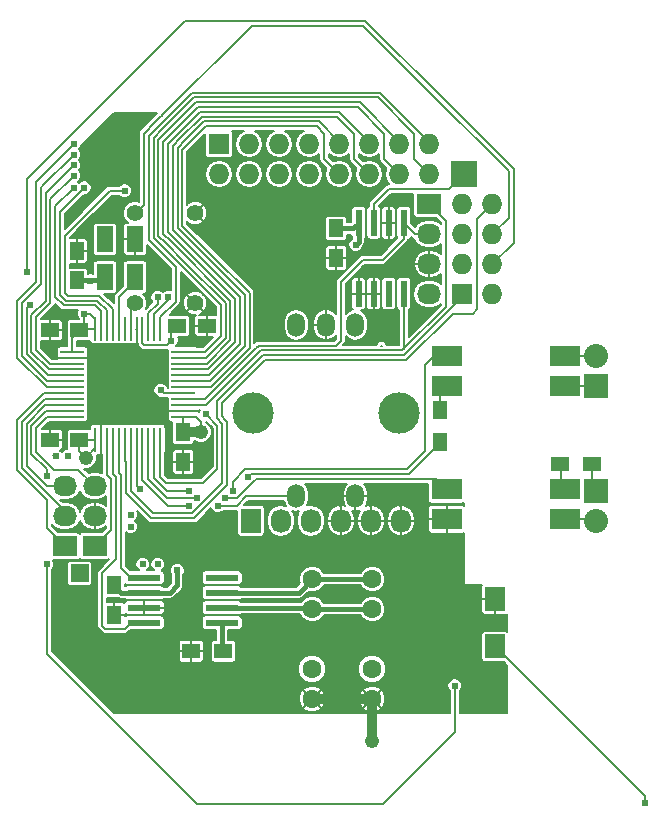
<source format=gbr>
G04 #@! TF.FileFunction,Copper,L2,Bot,Signal*
%FSLAX46Y46*%
G04 Gerber Fmt 4.6, Leading zero omitted, Abs format (unit mm)*
G04 Created by KiCad (PCBNEW 4.0.0-stable) date 08.12.2015 15:00:05*
%MOMM*%
G01*
G04 APERTURE LIST*
%ADD10C,0.100000*%
%ADD11R,0.290000X2.000000*%
%ADD12R,2.000000X0.290000*%
%ADD13R,2.032000X1.727200*%
%ADD14O,2.032000X1.727200*%
%ADD15R,1.500000X1.250000*%
%ADD16R,1.250000X1.500000*%
%ADD17C,1.397000*%
%ADD18R,1.727200X1.727200*%
%ADD19O,1.727200X1.727200*%
%ADD20R,1.500000X1.300000*%
%ADD21R,2.800000X0.600000*%
%ADD22C,1.600000*%
%ADD23R,1.400000X2.200000*%
%ADD24R,1.501140X1.501140*%
%ADD25R,2.500000X1.800000*%
%ADD26R,1.300000X1.500000*%
%ADD27R,2.032000X2.032000*%
%ADD28O,2.032000X2.032000*%
%ADD29R,1.700000X2.000000*%
%ADD30O,1.501140X1.998980*%
%ADD31C,3.500120*%
%ADD32R,2.235200X2.235200*%
%ADD33R,0.600000X2.200000*%
%ADD34R,1.727200X2.032000*%
%ADD35O,1.727200X2.032000*%
%ADD36C,0.609600*%
%ADD37C,1.219200*%
%ADD38C,0.203200*%
%ADD39C,0.812800*%
%ADD40C,0.406400*%
%ADD41C,0.210000*%
G04 APERTURE END LIST*
D10*
D11*
X130473000Y-92836000D03*
D12*
X137923000Y-94786000D03*
D11*
X135973000Y-102236000D03*
D12*
X128523000Y-100286000D03*
D11*
X130973000Y-92836000D03*
X131473000Y-92836000D03*
X131973000Y-92836000D03*
X132473000Y-92836000D03*
X132973000Y-92836000D03*
X133473000Y-92836000D03*
X133973000Y-92836000D03*
X134473000Y-92836000D03*
X134973000Y-92836000D03*
X135473000Y-92836000D03*
X135973000Y-92836000D03*
D12*
X137923000Y-95286000D03*
X137923000Y-95786000D03*
X137923000Y-96286000D03*
X137923000Y-96786000D03*
X137923000Y-97286000D03*
X137923000Y-97786000D03*
X137923000Y-98286000D03*
X137923000Y-98786000D03*
X137923000Y-99286000D03*
X137923000Y-99786000D03*
X137923000Y-100286000D03*
D11*
X135473000Y-102236000D03*
X134973000Y-102236000D03*
X134473000Y-102236000D03*
X133973000Y-102236000D03*
X133473000Y-102236000D03*
X132973000Y-102236000D03*
X132473000Y-102236000D03*
X131973000Y-102236000D03*
X131473000Y-102236000D03*
X130973000Y-102236000D03*
X130473000Y-102236000D03*
D12*
X128523000Y-99786000D03*
X128523000Y-99286000D03*
X128523000Y-98786000D03*
X128523000Y-98286000D03*
X128523000Y-97786000D03*
X128523000Y-97286000D03*
X128523000Y-96786000D03*
X128523000Y-96286000D03*
X128523000Y-95786000D03*
X128523000Y-95286000D03*
X128523000Y-94786000D03*
D13*
X130429000Y-111252000D03*
D14*
X130429000Y-108712000D03*
X130429000Y-106172000D03*
D15*
X129139000Y-102235000D03*
X126639000Y-102235000D03*
D16*
X128905000Y-88753000D03*
X128905000Y-86253000D03*
D17*
X138938000Y-90678000D03*
X133858000Y-90678000D03*
X138938000Y-83058000D03*
X133858000Y-83058000D03*
D16*
X137922000Y-101620000D03*
X137922000Y-104120000D03*
D15*
X129139000Y-92964000D03*
X126639000Y-92964000D03*
X137434000Y-92583000D03*
X139934000Y-92583000D03*
D16*
X132080000Y-117074000D03*
X132080000Y-114574000D03*
D18*
X161544000Y-89916000D03*
D19*
X164084000Y-89916000D03*
X161544000Y-87376000D03*
X164084000Y-87376000D03*
X161544000Y-84836000D03*
X164084000Y-84836000D03*
X161544000Y-82296000D03*
X164084000Y-82296000D03*
D20*
X138604000Y-120142000D03*
X141304000Y-120142000D03*
D21*
X134622000Y-117729000D03*
X134622000Y-116459000D03*
X134622000Y-115189000D03*
X134622000Y-113919000D03*
X141222000Y-113919000D03*
X141222000Y-115189000D03*
X141222000Y-116459000D03*
X141222000Y-117729000D03*
D22*
X153924000Y-124206000D03*
X148844000Y-124206000D03*
X153924000Y-121666000D03*
X148844000Y-121666000D03*
X153924000Y-116586000D03*
X148844000Y-116586000D03*
X153924000Y-114046000D03*
X148844000Y-114046000D03*
D23*
X131318000Y-88468000D03*
X133858000Y-88468000D03*
X131318000Y-85268000D03*
X133858000Y-85268000D03*
D13*
X158750000Y-82296000D03*
D14*
X158750000Y-84836000D03*
X158750000Y-87376000D03*
X158750000Y-89916000D03*
D24*
X129159000Y-113538000D03*
D25*
X170227000Y-106426000D03*
X170227000Y-108966000D03*
X160227000Y-108966000D03*
X160227000Y-106426000D03*
D20*
X172546000Y-104267000D03*
X169846000Y-104267000D03*
D26*
X159639000Y-99742000D03*
X159639000Y-102442000D03*
D27*
X172847000Y-106553000D03*
D28*
X172847000Y-109093000D03*
D27*
X172847000Y-97663000D03*
D28*
X172847000Y-95123000D03*
D13*
X127889000Y-111252000D03*
D14*
X127889000Y-108712000D03*
X127889000Y-106172000D03*
D29*
X164338000Y-119729000D03*
X164338000Y-115729000D03*
D30*
X152499360Y-92499380D03*
X150000000Y-92499380D03*
X147500640Y-92499380D03*
D31*
X156200140Y-100000000D03*
X143799860Y-100000000D03*
D30*
X152499360Y-107000240D03*
X147500640Y-107000240D03*
D18*
X140970000Y-77216000D03*
D19*
X140970000Y-79756000D03*
X143510000Y-77216000D03*
X143510000Y-79756000D03*
X146050000Y-77216000D03*
X146050000Y-79756000D03*
X148590000Y-77216000D03*
X148590000Y-79756000D03*
X151130000Y-77216000D03*
X151130000Y-79756000D03*
X153670000Y-77216000D03*
X153670000Y-79756000D03*
X156210000Y-77216000D03*
X156210000Y-79756000D03*
X158750000Y-77216000D03*
X158750000Y-79756000D03*
D32*
X161671000Y-79756000D03*
D33*
X152781000Y-83868000D03*
X154051000Y-83868000D03*
X155321000Y-83868000D03*
X156591000Y-83868000D03*
X156591000Y-89868000D03*
X155321000Y-89868000D03*
X154051000Y-89868000D03*
X152781000Y-89868000D03*
D16*
X150876000Y-86848000D03*
X150876000Y-84348000D03*
D34*
X143637000Y-109093000D03*
D35*
X146177000Y-109093000D03*
X148717000Y-109093000D03*
X151257000Y-109093000D03*
X153797000Y-109093000D03*
X156337000Y-109093000D03*
D25*
X160227000Y-97663000D03*
X160227000Y-95123000D03*
X170227000Y-95123000D03*
X170227000Y-97663000D03*
D36*
X135763000Y-112776000D03*
X134493000Y-112776000D03*
X133477000Y-108585000D03*
X133477000Y-109601000D03*
X128143000Y-103632000D03*
X127127000Y-103632000D03*
X133858000Y-76454000D03*
X133858000Y-77343000D03*
X133858000Y-78232000D03*
X133858000Y-79121000D03*
X133858000Y-80010000D03*
X133858000Y-80899000D03*
X129159000Y-84709000D03*
D37*
X131191000Y-119761000D03*
X131445000Y-123952000D03*
D36*
X135128000Y-100457000D03*
X134239000Y-100457000D03*
X133350000Y-100457000D03*
X133350000Y-99568000D03*
X134239000Y-99568000D03*
X135128000Y-99568000D03*
X136017000Y-99568000D03*
X135128000Y-98679000D03*
X134239000Y-98679000D03*
X133350000Y-98679000D03*
X133350000Y-97790000D03*
X134239000Y-97790000D03*
X136017000Y-100457000D03*
X135128000Y-96012000D03*
X134239000Y-96012000D03*
X133350000Y-96012000D03*
X133350000Y-95123000D03*
X134239000Y-95123000D03*
X135128000Y-95123000D03*
X136017000Y-95123000D03*
X136017000Y-96012000D03*
X136017000Y-96901000D03*
X135128000Y-96901000D03*
X134239000Y-96901000D03*
X133350000Y-96901000D03*
X142113000Y-122936000D03*
X143002000Y-122682000D03*
X144272000Y-122174000D03*
X145669000Y-121412000D03*
X146685000Y-120904000D03*
X130429000Y-94742000D03*
X131064000Y-97917000D03*
X131064000Y-96774000D03*
X131064000Y-95631000D03*
X131064000Y-99695000D03*
X131064000Y-100584000D03*
X131064000Y-98806000D03*
D37*
X153924000Y-127762000D03*
D36*
X152527000Y-85725000D03*
X130048000Y-88773000D03*
X129540000Y-91567000D03*
X143383000Y-105410000D03*
D37*
X139446000Y-101600000D03*
X129667000Y-103759000D03*
D36*
X137414000Y-113284000D03*
X136906000Y-93853000D03*
X124968000Y-90805000D03*
X135763000Y-90170000D03*
X136652000Y-90170000D03*
X128651000Y-79883000D03*
X128651000Y-77216000D03*
X134239000Y-106426000D03*
X124714000Y-88011000D03*
X128651000Y-80899000D03*
X129540000Y-80899000D03*
X132969000Y-81153000D03*
X160909000Y-123063000D03*
X126365000Y-105283000D03*
X126365000Y-112776000D03*
X138430000Y-106553000D03*
X142113000Y-106553000D03*
X141478000Y-107188000D03*
X139065000Y-107188000D03*
X177038000Y-132969000D03*
X128651000Y-78105000D03*
X128651000Y-78994000D03*
X140843000Y-107823000D03*
X138430000Y-107823000D03*
X139827000Y-100076000D03*
X136017000Y-98044000D03*
D38*
X126873000Y-103505000D02*
X127000000Y-103505000D01*
X127000000Y-103505000D02*
X127127000Y-103632000D01*
X154686000Y-94259402D02*
X154740598Y-94259402D01*
X129159000Y-84709000D02*
X129159000Y-84267740D01*
X133858000Y-78232000D02*
X133858000Y-77343000D01*
X133858000Y-80010000D02*
X133858000Y-79121000D01*
X133858000Y-81407000D02*
X133858000Y-80899000D01*
X133350000Y-81915000D02*
X133858000Y-81407000D01*
X131511740Y-81915000D02*
X133350000Y-81915000D01*
X129159000Y-84267740D02*
X131511740Y-81915000D01*
X128905000Y-86253000D02*
X128905000Y-84963000D01*
X128905000Y-84963000D02*
X129159000Y-84709000D01*
X128523000Y-95286000D02*
X126721740Y-95286000D01*
X126639000Y-95203260D02*
X126639000Y-92964000D01*
X126721740Y-95286000D02*
X126639000Y-95203260D01*
X134239000Y-100457000D02*
X133350000Y-100457000D01*
X133350000Y-99568000D02*
X134239000Y-99568000D01*
X135128000Y-99568000D02*
X136017000Y-99568000D01*
X135128000Y-98679000D02*
X134239000Y-98679000D01*
X133350000Y-98679000D02*
X133350000Y-97790000D01*
X136886000Y-104120000D02*
X136652000Y-103886000D01*
X136652000Y-103886000D02*
X136652000Y-101092000D01*
X136652000Y-101092000D02*
X136017000Y-100457000D01*
X137922000Y-104120000D02*
X136886000Y-104120000D01*
X136017000Y-100457000D02*
X135128000Y-100457000D01*
X134239000Y-96012000D02*
X135128000Y-96012000D01*
X133350000Y-95123000D02*
X133350000Y-96012000D01*
X135128000Y-95123000D02*
X134239000Y-95123000D01*
X136017000Y-96012000D02*
X136017000Y-95123000D01*
X135128000Y-96901000D02*
X136017000Y-96901000D01*
X133350000Y-96901000D02*
X134239000Y-96901000D01*
X141351000Y-123571000D02*
X141224000Y-123571000D01*
X141986000Y-122936000D02*
X141351000Y-123571000D01*
X142113000Y-122936000D02*
X141986000Y-122936000D01*
X143891000Y-122682000D02*
X143002000Y-122682000D01*
X144272000Y-122301000D02*
X143891000Y-122682000D01*
X144272000Y-122174000D02*
X144272000Y-122301000D01*
X146177000Y-121412000D02*
X145669000Y-121412000D01*
X146685000Y-120904000D02*
X146177000Y-121412000D01*
X131064000Y-96774000D02*
X131064000Y-95631000D01*
X130973000Y-100675000D02*
X130973000Y-102236000D01*
X130973000Y-100675000D02*
X131064000Y-100584000D01*
X131064000Y-98806000D02*
X131064000Y-97917000D01*
X133096000Y-120142000D02*
X138604000Y-120142000D01*
X132334000Y-119380000D02*
X133096000Y-120142000D01*
D39*
X153924000Y-124206000D02*
X153924000Y-127762000D01*
X148844000Y-124206000D02*
X153924000Y-124206000D01*
D40*
X150876000Y-84348000D02*
X152301000Y-84348000D01*
X152301000Y-84348000D02*
X152781000Y-83868000D01*
X152781000Y-85471000D02*
X152781000Y-83868000D01*
X152527000Y-85725000D02*
X152781000Y-85471000D01*
X128905000Y-88753000D02*
X130028000Y-88753000D01*
X130028000Y-88753000D02*
X130048000Y-88773000D01*
X128905000Y-88753000D02*
X131033000Y-88753000D01*
X131033000Y-88753000D02*
X131318000Y-88468000D01*
D38*
X129540000Y-91567000D02*
X129540000Y-92563000D01*
X129540000Y-92563000D02*
X129139000Y-92964000D01*
X130048000Y-91567000D02*
X129540000Y-91567000D01*
X130048000Y-91567000D02*
X130473000Y-91992000D01*
X130473000Y-92836000D02*
X130473000Y-91992000D01*
X128523000Y-94786000D02*
X128523000Y-93580000D01*
X128523000Y-93580000D02*
X129139000Y-92964000D01*
X130473000Y-92836000D02*
X129267000Y-92836000D01*
X129267000Y-92836000D02*
X129139000Y-92964000D01*
X143383000Y-105410000D02*
X143662402Y-105130598D01*
X143662402Y-105130598D02*
X156997402Y-105130598D01*
X156997402Y-105130598D02*
X157607000Y-104521000D01*
X157607000Y-104521000D02*
X159639000Y-102489000D01*
X159639000Y-102442000D02*
X159639000Y-102489000D01*
X139446000Y-101600000D02*
X139446000Y-100711000D01*
X139021000Y-100286000D02*
X137923000Y-100286000D01*
X139446000Y-100711000D02*
X139021000Y-100286000D01*
D39*
X137922000Y-101620000D02*
X139426000Y-101620000D01*
X139426000Y-101620000D02*
X139446000Y-101600000D01*
D38*
X129667000Y-103759000D02*
X129139000Y-103231000D01*
X129139000Y-103231000D02*
X129139000Y-102235000D01*
X130473000Y-102953000D02*
X129667000Y-103759000D01*
X130473000Y-102953000D02*
X130473000Y-102236000D01*
X130473000Y-102236000D02*
X129140000Y-102236000D01*
X129140000Y-102236000D02*
X129139000Y-102235000D01*
X137923000Y-100286000D02*
X137923000Y-101619000D01*
X137923000Y-101619000D02*
X137922000Y-101620000D01*
D40*
X136779000Y-115189000D02*
X134622000Y-115189000D01*
X137414000Y-114554000D02*
X136779000Y-115189000D01*
X137414000Y-113284000D02*
X137414000Y-114554000D01*
X132080000Y-114574000D02*
X132695000Y-115189000D01*
X132695000Y-115189000D02*
X134622000Y-115189000D01*
X141222000Y-117729000D02*
X141222000Y-120060000D01*
X141222000Y-120060000D02*
X141304000Y-120142000D01*
D38*
X136906000Y-93853000D02*
X136906000Y-93111000D01*
X136906000Y-93111000D02*
X137434000Y-92583000D01*
X134473000Y-92836000D02*
X134473000Y-94087000D01*
X136525000Y-94234000D02*
X136906000Y-93853000D01*
X134620000Y-94234000D02*
X136525000Y-94234000D01*
X134473000Y-94087000D02*
X134620000Y-94234000D01*
X124837760Y-95126240D02*
X124663196Y-94951676D01*
X124663196Y-91109804D02*
X124968000Y-90805000D01*
X124663196Y-94951676D02*
X124663196Y-91109804D01*
X128523000Y-96786000D02*
X126497520Y-96786000D01*
X126497520Y-96786000D02*
X124837760Y-95126240D01*
X124837760Y-95126240D02*
X124790196Y-95078676D01*
X134973000Y-91528260D02*
X135763000Y-90738260D01*
X135763000Y-90738260D02*
X135763000Y-90170000D01*
X134973000Y-92836000D02*
X134973000Y-91528260D01*
X135473000Y-91603000D02*
X136652000Y-90424000D01*
X136652000Y-90424000D02*
X136652000Y-90170000D01*
X135473000Y-92836000D02*
X135473000Y-91603000D01*
X127155000Y-95786000D02*
X126647000Y-95786000D01*
X125476000Y-94107000D02*
X125476000Y-91821000D01*
X125476000Y-91821000D02*
X126669794Y-90627206D01*
X126669794Y-90627206D02*
X126669794Y-81864206D01*
X126669794Y-81864206D02*
X128651000Y-79883000D01*
X127155000Y-95786000D02*
X128523000Y-95786000D01*
X125476000Y-94615000D02*
X125476000Y-94107000D01*
X126647000Y-95786000D02*
X125476000Y-94615000D01*
X123850392Y-91440000D02*
X123850392Y-90458868D01*
X125450588Y-80416412D02*
X127127000Y-78740000D01*
X125450588Y-88858672D02*
X125450588Y-80416412D01*
X123850392Y-90458868D02*
X125450588Y-88858672D01*
X128523000Y-97786000D02*
X126348040Y-97786000D01*
X127127000Y-78740000D02*
X128651000Y-77216000D01*
X123850392Y-95288352D02*
X123850392Y-91440000D01*
X126348040Y-97786000D02*
X123850392Y-95288352D01*
X132473000Y-102236000D02*
X132473000Y-105034520D01*
X132638804Y-113080804D02*
X133477000Y-113919000D01*
X132638804Y-105200324D02*
X132638804Y-113080804D01*
X132473000Y-105034520D02*
X132638804Y-105200324D01*
X133477000Y-113919000D02*
X134622000Y-113919000D01*
X133985000Y-113919000D02*
X134622000Y-113919000D01*
X131973000Y-102236000D02*
X131973000Y-105109260D01*
X131064000Y-113538000D02*
X131064000Y-117983000D01*
X131064000Y-117983000D02*
X131318000Y-118237000D01*
X131318000Y-118237000D02*
X132969000Y-118237000D01*
X132969000Y-118237000D02*
X133477000Y-117729000D01*
X132232402Y-112369598D02*
X131064000Y-113538000D01*
X132232402Y-105368662D02*
X132232402Y-112369598D01*
X131973000Y-105109260D02*
X132232402Y-105368662D01*
X133477000Y-117729000D02*
X134622000Y-117729000D01*
X133731000Y-117729000D02*
X134622000Y-117729000D01*
X132473000Y-92836000D02*
X132473000Y-90158000D01*
X132473000Y-90158000D02*
X133858000Y-88773000D01*
X133858000Y-88773000D02*
X133858000Y-88468000D01*
X133973000Y-106160000D02*
X134239000Y-106426000D01*
X133973000Y-102236000D02*
X133973000Y-106160000D01*
X128270000Y-76581000D02*
X130937000Y-73914000D01*
X124714000Y-80137000D02*
X128270000Y-76581000D01*
X124714000Y-88011000D02*
X124714000Y-80137000D01*
X130937000Y-73914000D02*
X138074402Y-66776598D01*
X138074402Y-66776598D02*
X153330338Y-66776598D01*
X153330338Y-66776598D02*
X160467730Y-73913990D01*
X165887402Y-81492662D02*
X165887402Y-79333662D01*
X165887402Y-81492662D02*
X165887402Y-85572598D01*
X165887402Y-85572598D02*
X164084000Y-87376000D01*
X165887402Y-79333662D02*
X160467730Y-73913990D01*
X130937000Y-73914000D02*
X130937010Y-73913990D01*
X130973000Y-92836000D02*
X130973000Y-91349000D01*
X127806324Y-90855804D02*
X127076196Y-90125676D01*
X127076196Y-90125676D02*
X127076196Y-82473804D01*
X127076196Y-82473804D02*
X128651000Y-80899000D01*
X130479804Y-90855804D02*
X127806324Y-90855804D01*
X130973000Y-91349000D02*
X130479804Y-90855804D01*
X131473000Y-92836000D02*
X131473000Y-91274260D01*
X127974662Y-90449402D02*
X127482598Y-89957338D01*
X127482598Y-89957338D02*
X127482598Y-82956402D01*
X127482598Y-82956402D02*
X129540000Y-80899000D01*
X130648142Y-90449402D02*
X127974662Y-90449402D01*
X131473000Y-91274260D02*
X130648142Y-90449402D01*
X131973000Y-92836000D02*
X131973000Y-91199520D01*
X128143000Y-90043000D02*
X127889000Y-89789000D01*
X127889000Y-89789000D02*
X127889000Y-84963000D01*
X127889000Y-84963000D02*
X131699000Y-81153000D01*
X131699000Y-81153000D02*
X132969000Y-81153000D01*
X130816480Y-90043000D02*
X128143000Y-90043000D01*
X131973000Y-91199520D02*
X130816480Y-90043000D01*
X133858000Y-83058000D02*
X134594598Y-82321402D01*
X134594598Y-76326482D02*
X134924540Y-75996540D01*
X134594598Y-82321402D02*
X134594598Y-76326482D01*
X133473000Y-92836000D02*
X133473000Y-91063000D01*
X133473000Y-91063000D02*
X133858000Y-90678000D01*
X135229598Y-75691482D02*
X136067540Y-74853540D01*
X134924540Y-75996540D02*
X135229598Y-75691482D01*
X153670000Y-67691000D02*
X153162000Y-67183000D01*
X153162000Y-67183000D02*
X143738080Y-67183000D01*
X143738080Y-67183000D02*
X136067540Y-74853540D01*
X164084000Y-84836000D02*
X165481000Y-83439000D01*
X158419784Y-72440784D02*
X153670000Y-67691000D01*
X165481000Y-79502000D02*
X158419784Y-72440784D01*
X165481000Y-83439000D02*
X165481000Y-79502000D01*
X136067540Y-74853540D02*
X136131040Y-74790040D01*
X156591000Y-89868000D02*
X156591000Y-94548260D01*
X156591000Y-94548260D02*
X156473456Y-94665804D01*
X160147000Y-90992260D02*
X160147000Y-83693000D01*
X145075856Y-94665804D02*
X156473456Y-94665804D01*
X156473456Y-94665804D02*
X160147000Y-90992260D01*
X144501116Y-94665804D02*
X145075856Y-94665804D01*
X139880920Y-99286000D02*
X144501116Y-94665804D01*
X137923000Y-99286000D02*
X139880920Y-99286000D01*
X160147000Y-83693000D02*
X158750000Y-82296000D01*
X148183598Y-94259402D02*
X150850598Y-94259402D01*
X151257000Y-88900000D02*
X152527000Y-87630000D01*
X151257000Y-93853000D02*
X151257000Y-88900000D01*
X150850598Y-94259402D02*
X151257000Y-93853000D01*
X147828000Y-94259402D02*
X148183598Y-94259402D01*
X156591000Y-85217000D02*
X156591000Y-83868000D01*
X154813000Y-86995000D02*
X156591000Y-85217000D01*
X153162000Y-86995000D02*
X154813000Y-86995000D01*
X152527000Y-87630000D02*
X153162000Y-86995000D01*
X158750000Y-84836000D02*
X157559000Y-84836000D01*
X157559000Y-84836000D02*
X156591000Y-83868000D01*
X137923000Y-98786000D02*
X139806180Y-98786000D01*
X144332778Y-94259402D02*
X145075856Y-94259402D01*
X139806180Y-98786000D02*
X143362590Y-95229590D01*
X143362590Y-95229590D02*
X144124590Y-94467590D01*
X144124590Y-94467590D02*
X144332778Y-94259402D01*
X144907518Y-94259402D02*
X145075856Y-94259402D01*
X145075856Y-94259402D02*
X147828000Y-94259402D01*
X138088850Y-84923150D02*
X137439412Y-84273712D01*
X138074412Y-76869848D02*
X139658662Y-75285598D01*
X139658662Y-75285598D02*
X149393338Y-75285598D01*
X149393338Y-75285598D02*
X151130000Y-77022260D01*
X137439412Y-77504848D02*
X138074412Y-76869848D01*
X137439412Y-84273712D02*
X137439412Y-77504848D01*
X140156700Y-97286000D02*
X143129010Y-94313690D01*
X143129010Y-94313690D02*
X143129010Y-89963310D01*
X143129010Y-89963310D02*
X138088850Y-84923150D01*
X138088850Y-84923150D02*
X138074412Y-84908712D01*
X137923000Y-97286000D02*
X140156700Y-97286000D01*
X151130000Y-77022260D02*
X151130000Y-77216000D01*
X137261608Y-85245388D02*
X136626608Y-84610388D01*
X137923000Y-96286000D02*
X140007220Y-96286000D01*
X142316206Y-90299986D02*
X137261608Y-85245388D01*
X142316206Y-93977014D02*
X142316206Y-90299986D01*
X140007220Y-96286000D02*
X142316206Y-93977014D01*
X136626608Y-77168172D02*
X137380640Y-76414140D01*
X136626608Y-84610388D02*
X136626608Y-77168172D01*
X151120534Y-74472794D02*
X153670000Y-77022260D01*
X139321986Y-74472794D02*
X151120534Y-74472794D01*
X137261608Y-76533172D02*
X137380640Y-76414140D01*
X137380640Y-76414140D02*
X139321986Y-74472794D01*
X153670000Y-77022260D02*
X153670000Y-77216000D01*
X137668010Y-85077050D02*
X137033010Y-84442050D01*
X137668010Y-76701510D02*
X139490324Y-74879196D01*
X139490324Y-74879196D02*
X150952196Y-74879196D01*
X150952196Y-74879196D02*
X152400000Y-76327000D01*
X152400000Y-76327000D02*
X152400000Y-78486000D01*
X153670000Y-79756000D02*
X152400000Y-78486000D01*
X140081960Y-96786000D02*
X137923000Y-96786000D01*
X142722608Y-90131648D02*
X137668010Y-85077050D01*
X142722608Y-94145352D02*
X142722608Y-90131648D01*
X140081960Y-96786000D02*
X142722608Y-94145352D01*
X137033010Y-77336510D02*
X137668010Y-76701510D01*
X137033010Y-84442050D02*
X137033010Y-77336510D01*
X136448804Y-85582064D02*
X135813804Y-84947064D01*
X138099804Y-87233064D02*
X136448804Y-85582064D01*
X139857740Y-95286000D02*
X141503402Y-93640338D01*
X141503402Y-93640338D02*
X141503402Y-90636662D01*
X141503402Y-90636662D02*
X138099804Y-87233064D01*
X137923000Y-95286000D02*
X139857740Y-95286000D01*
X135813804Y-76831496D02*
X136448804Y-76196496D01*
X135813804Y-84947064D02*
X135813804Y-76831496D01*
X152847730Y-73659990D02*
X156210000Y-77022260D01*
X138985310Y-73659990D02*
X152847730Y-73659990D01*
X136448804Y-76196496D02*
X138985310Y-73659990D01*
X156210000Y-77022260D02*
X156210000Y-77216000D01*
X136855206Y-85413726D02*
X136220206Y-84778726D01*
X137923000Y-95786000D02*
X139932480Y-95786000D01*
X141909804Y-90468324D02*
X136855206Y-85413726D01*
X141909804Y-93808676D02*
X141909804Y-90468324D01*
X139932480Y-95786000D02*
X141909804Y-93808676D01*
X136220206Y-76999834D02*
X136855206Y-76364834D01*
X136220206Y-84778726D02*
X136220206Y-76999834D01*
X154940000Y-78486000D02*
X156210000Y-79756000D01*
X154940000Y-76327000D02*
X154940000Y-78486000D01*
X152679392Y-74066392D02*
X154940000Y-76327000D01*
X139153648Y-74066392D02*
X152679392Y-74066392D01*
X136855206Y-76364834D02*
X139153648Y-74066392D01*
X137287000Y-88519000D02*
X137287000Y-87569740D01*
X135001000Y-85283740D02*
X135001000Y-85090000D01*
X137287000Y-87569740D02*
X135001000Y-85283740D01*
X137287000Y-88646000D02*
X137287000Y-88519000D01*
X154574926Y-72847186D02*
X158750000Y-77022260D01*
X138648634Y-72847186D02*
X154574926Y-72847186D01*
X135001000Y-76494820D02*
X138648634Y-72847186D01*
X135001000Y-82931000D02*
X135001000Y-76494820D01*
X135001000Y-85090000D02*
X135001000Y-82931000D01*
X158750000Y-77022260D02*
X158750000Y-77216000D01*
X135973000Y-91865000D02*
X137287000Y-90551000D01*
X137287000Y-90551000D02*
X137287000Y-89789000D01*
X137287000Y-89789000D02*
X137287000Y-88646000D01*
X158750000Y-77022260D02*
X158750000Y-77216000D01*
X135973000Y-92836000D02*
X135973000Y-91865000D01*
D40*
X148844000Y-114046000D02*
X153924000Y-114046000D01*
X141222000Y-115189000D02*
X147701000Y-115189000D01*
X147701000Y-115189000D02*
X148844000Y-114046000D01*
X148844000Y-116586000D02*
X153924000Y-116586000D01*
X141222000Y-116459000D02*
X148717000Y-116459000D01*
X148717000Y-116459000D02*
X148844000Y-116586000D01*
D38*
X141224000Y-105918000D02*
X141224000Y-100898260D01*
X141033500Y-106108500D02*
X141224000Y-105918000D01*
X156641794Y-95072206D02*
X161544000Y-90170000D01*
X144669454Y-95072206D02*
X156641794Y-95072206D01*
X140762330Y-98979330D02*
X144669454Y-95072206D01*
X140762330Y-100436590D02*
X140762330Y-98979330D01*
X141224000Y-100898260D02*
X140762330Y-100436590D01*
X161544000Y-90170000D02*
X161544000Y-89916000D01*
X133473000Y-102236000D02*
X133473000Y-106549000D01*
X138684000Y-108458000D02*
X141033500Y-106108500D01*
X141033500Y-106108500D02*
X141071598Y-106070402D01*
X135382000Y-108458000D02*
X138684000Y-108458000D01*
X133473000Y-106549000D02*
X135382000Y-108458000D01*
X141168732Y-99441000D02*
X141168732Y-99147668D01*
X141168732Y-100268252D02*
X141168732Y-99441000D01*
X141630402Y-106086338D02*
X141630402Y-100729922D01*
X141447870Y-106268870D02*
X141630402Y-106086338D01*
X141630402Y-100729922D02*
X141481240Y-100580760D01*
X141481240Y-100580760D02*
X141168732Y-100268252D01*
X160721740Y-91567000D02*
X162433000Y-91567000D01*
X156810132Y-95478608D02*
X160721740Y-91567000D01*
X144837792Y-95478608D02*
X156810132Y-95478608D01*
X141168732Y-99147668D02*
X144837792Y-95478608D01*
X162433000Y-91567000D02*
X162814000Y-91186000D01*
X162814000Y-83566000D02*
X164084000Y-82296000D01*
X162814000Y-91186000D02*
X162814000Y-83566000D01*
X132973000Y-102236000D02*
X132973000Y-104046402D01*
X138852338Y-108864402D02*
X141447870Y-106268870D01*
X141447870Y-106268870D02*
X141478000Y-106238740D01*
X135213662Y-108864402D02*
X138852338Y-108864402D01*
X133066598Y-106717338D02*
X135213662Y-108864402D01*
X133066598Y-104140000D02*
X133066598Y-106717338D01*
X132973000Y-104046402D02*
X133066598Y-104140000D01*
X132207000Y-126238000D02*
X139065000Y-133096000D01*
X126365000Y-112776000D02*
X126365000Y-120396000D01*
X126365000Y-120396000D02*
X132207000Y-126238000D01*
X126334260Y-99786000D02*
X128523000Y-99786000D01*
X126365000Y-104714740D02*
X126365000Y-105283000D01*
X125069598Y-103419338D02*
X126365000Y-104714740D01*
X125069598Y-101050662D02*
X125069598Y-103419338D01*
X126334260Y-99786000D02*
X125069598Y-101050662D01*
X160909000Y-127000000D02*
X160909000Y-123063000D01*
X154813000Y-133096000D02*
X160909000Y-127000000D01*
X139065000Y-133096000D02*
X154813000Y-133096000D01*
X125476000Y-103251000D02*
X126238000Y-104013000D01*
X128523000Y-100286000D02*
X126409000Y-100286000D01*
X125476000Y-101219000D02*
X125476000Y-103251000D01*
X126409000Y-100286000D02*
X125476000Y-101219000D01*
X129032000Y-104775000D02*
X130429000Y-106172000D01*
X127000000Y-104775000D02*
X129032000Y-104775000D01*
X126238000Y-104013000D02*
X127000000Y-104775000D01*
X131473000Y-102236000D02*
X131473000Y-105184000D01*
X131826000Y-109855000D02*
X130429000Y-111252000D01*
X131826000Y-105537000D02*
X131826000Y-109855000D01*
X131473000Y-105184000D02*
X131826000Y-105537000D01*
X136080500Y-85788500D02*
X135407402Y-85115402D01*
X135407402Y-76663158D02*
X136161434Y-75909126D01*
X135407402Y-85115402D02*
X135407402Y-76663158D01*
X137923000Y-94786000D02*
X139783000Y-94786000D01*
X141097000Y-90805000D02*
X137693402Y-87401402D01*
X141097000Y-93472000D02*
X141097000Y-90805000D01*
X139783000Y-94786000D02*
X141097000Y-93472000D01*
X137693402Y-87401402D02*
X136080500Y-85788500D01*
X136080500Y-85788500D02*
X136042402Y-85750402D01*
X157480000Y-78486000D02*
X158750000Y-79756000D01*
X136161434Y-75909126D02*
X138816972Y-73253588D01*
X138816972Y-73253588D02*
X154406588Y-73253588D01*
X154406588Y-73253588D02*
X157480000Y-76327000D01*
X157480000Y-76327000D02*
X157480000Y-78486000D01*
X169846000Y-104267000D02*
X169973000Y-106172000D01*
X169973000Y-106172000D02*
X170227000Y-106426000D01*
X170227000Y-108966000D02*
X172720000Y-108966000D01*
X172720000Y-108966000D02*
X172847000Y-109093000D01*
X158369000Y-101346000D02*
X158369000Y-103184260D01*
X135473000Y-105501000D02*
X136525000Y-106553000D01*
X136525000Y-106553000D02*
X138430000Y-106553000D01*
X135473000Y-102236000D02*
X135473000Y-105501000D01*
X158369000Y-101346000D02*
X158369000Y-95885000D01*
X158369000Y-95885000D02*
X159131000Y-95123000D01*
X142113000Y-105791000D02*
X142113000Y-106553000D01*
X143179804Y-104724196D02*
X142113000Y-105791000D01*
X156829064Y-104724196D02*
X143179804Y-104724196D01*
X158369000Y-103184260D02*
X156829064Y-104724196D01*
X159131000Y-95123000D02*
X160227000Y-95123000D01*
X144018000Y-105664000D02*
X144145000Y-105537000D01*
X141478000Y-107188000D02*
X142367000Y-107188000D01*
X142367000Y-107188000D02*
X142494000Y-107188000D01*
X142494000Y-107188000D02*
X144018000Y-105664000D01*
X159338000Y-105537000D02*
X160227000Y-106426000D01*
X144145000Y-105537000D02*
X159338000Y-105537000D01*
X134973000Y-102236000D02*
X134973000Y-105575740D01*
X136585260Y-107188000D02*
X139065000Y-107188000D01*
X134973000Y-105575740D02*
X136585260Y-107188000D01*
X170227000Y-95123000D02*
X172847000Y-95123000D01*
X172546000Y-104267000D02*
X172546000Y-106252000D01*
X172546000Y-106252000D02*
X172847000Y-106553000D01*
X172847000Y-97663000D02*
X170227000Y-97663000D01*
X160227000Y-97663000D02*
X159639000Y-98251000D01*
X159639000Y-98251000D02*
X159639000Y-99742000D01*
X164338000Y-119729000D02*
X177038000Y-132429000D01*
X177038000Y-132429000D02*
X177038000Y-132969000D01*
X124256794Y-91186000D02*
X124256794Y-90627206D01*
X125856990Y-80899010D02*
X125984000Y-80772000D01*
X125856990Y-89027010D02*
X125856990Y-80899010D01*
X124256794Y-90627206D02*
X125856990Y-89027010D01*
X128523000Y-97286000D02*
X126422780Y-97286000D01*
X125984000Y-80772000D02*
X128651000Y-78105000D01*
X124256794Y-95120014D02*
X124256794Y-91186000D01*
X126422780Y-97286000D02*
X124256794Y-95120014D01*
X127080260Y-96286000D02*
X126572260Y-96286000D01*
X125069598Y-94275338D02*
X125069598Y-91652662D01*
X125069598Y-91652662D02*
X126263392Y-90458868D01*
X126263392Y-90458868D02*
X126263392Y-81381608D01*
X126263392Y-81381608D02*
X128651000Y-78994000D01*
X127080260Y-96286000D02*
X128523000Y-96286000D01*
X125069598Y-94783338D02*
X125069598Y-94275338D01*
X126572260Y-96286000D02*
X125069598Y-94783338D01*
X128523000Y-98786000D02*
X126184780Y-98786000D01*
X124256794Y-104638534D02*
X127889000Y-108270740D01*
X124256794Y-100713986D02*
X124256794Y-104638534D01*
X126184780Y-98786000D02*
X124256794Y-100713986D01*
X127889000Y-108270740D02*
X127889000Y-108712000D01*
X128523000Y-98286000D02*
X126110040Y-98286000D01*
X126365000Y-109728000D02*
X127889000Y-111252000D01*
X126365000Y-107321480D02*
X126365000Y-109728000D01*
X123850392Y-104806872D02*
X126365000Y-107321480D01*
X123850392Y-100545648D02*
X123850392Y-104806872D01*
X126110040Y-98286000D02*
X123850392Y-100545648D01*
X128523000Y-99286000D02*
X126259520Y-99286000D01*
X126365000Y-106172000D02*
X127889000Y-106172000D01*
X124663196Y-104470196D02*
X126365000Y-106172000D01*
X124663196Y-100882324D02*
X124663196Y-104470196D01*
X126259520Y-99286000D02*
X124663196Y-100882324D01*
X127822260Y-106172000D02*
X127889000Y-106172000D01*
X140471720Y-86731280D02*
X137845814Y-84105374D01*
X137845814Y-77673186D02*
X139573000Y-75946000D01*
X137845814Y-84105374D02*
X137845814Y-77673186D01*
X149860000Y-78232000D02*
X149860000Y-78486000D01*
X139573000Y-75946000D02*
X139827000Y-75692000D01*
X139827000Y-75692000D02*
X149225000Y-75692000D01*
X149225000Y-75692000D02*
X149860000Y-76327000D01*
X149860000Y-76327000D02*
X149860000Y-78232000D01*
X149860000Y-78486000D02*
X151130000Y-79756000D01*
X137923000Y-97786000D02*
X140231440Y-97786000D01*
X143535412Y-89794972D02*
X140471720Y-86731280D01*
X140471720Y-86731280D02*
X140462000Y-86721560D01*
X143535412Y-94482028D02*
X143535412Y-89794972D01*
X140231440Y-97786000D02*
X143535412Y-94482028D01*
X140843000Y-107823000D02*
X142433740Y-107823000D01*
X134473000Y-102236000D02*
X134473000Y-105650480D01*
X136645520Y-107823000D02*
X138430000Y-107823000D01*
X134473000Y-105650480D02*
X136645520Y-107823000D01*
X143256500Y-107000240D02*
X147500640Y-107000240D01*
X142433740Y-107823000D02*
X143256500Y-107000240D01*
X140817598Y-104673402D02*
X140817598Y-101066598D01*
X140817598Y-101066598D02*
X139827000Y-100076000D01*
X135973000Y-105426260D02*
X136464740Y-105918000D01*
X135973000Y-105426260D02*
X135973000Y-102236000D01*
X136464740Y-105918000D02*
X139573000Y-105918000D01*
X139573000Y-105918000D02*
X140589000Y-104902000D01*
X140589000Y-104902000D02*
X140817598Y-104673402D01*
X154051000Y-83868000D02*
X154051000Y-82296000D01*
X160401000Y-81026000D02*
X161671000Y-79756000D01*
X155321000Y-81026000D02*
X160401000Y-81026000D01*
X154051000Y-82296000D02*
X155321000Y-81026000D01*
X136259000Y-98286000D02*
X136017000Y-98044000D01*
X137923000Y-98286000D02*
X136259000Y-98286000D01*
D41*
G36*
X151749424Y-105994313D02*
X151516815Y-106338925D01*
X151433790Y-106746320D01*
X151433790Y-106995240D01*
X152494360Y-106995240D01*
X152494360Y-106975240D01*
X152504360Y-106975240D01*
X152504360Y-106995240D01*
X153564930Y-106995240D01*
X153564930Y-106746320D01*
X153481905Y-106338925D01*
X153249296Y-105994313D01*
X153187741Y-105953600D01*
X158655829Y-105953600D01*
X158655829Y-107326000D01*
X158677794Y-107442732D01*
X158746782Y-107549943D01*
X158852046Y-107621867D01*
X158977000Y-107647171D01*
X161477000Y-107647171D01*
X161593732Y-107625206D01*
X161693562Y-107560967D01*
X161693540Y-107837063D01*
X161655433Y-107798956D01*
X161539658Y-107751000D01*
X160310750Y-107751000D01*
X160232000Y-107829750D01*
X160232000Y-108961000D01*
X160252000Y-108961000D01*
X160252000Y-108971000D01*
X160232000Y-108971000D01*
X160232000Y-110102250D01*
X160310750Y-110181000D01*
X161539658Y-110181000D01*
X161655433Y-110133044D01*
X161693355Y-110095122D01*
X161693000Y-114426991D01*
X161701269Y-114467843D01*
X161724780Y-114502259D01*
X161759829Y-114524816D01*
X161798000Y-114532000D01*
X163239523Y-114532000D01*
X163220956Y-114550567D01*
X163173000Y-114666343D01*
X163173000Y-115645250D01*
X163251750Y-115724000D01*
X164333000Y-115724000D01*
X164333000Y-115704000D01*
X164343000Y-115704000D01*
X164343000Y-115724000D01*
X164363000Y-115724000D01*
X164363000Y-115734000D01*
X164343000Y-115734000D01*
X164343000Y-116965250D01*
X164421750Y-117044000D01*
X165250658Y-117044000D01*
X165366433Y-116996044D01*
X165376000Y-116986477D01*
X165376000Y-118476211D01*
X165312954Y-118433133D01*
X165188000Y-118407829D01*
X163488000Y-118407829D01*
X163371268Y-118429794D01*
X163264057Y-118498782D01*
X163192133Y-118604046D01*
X163166829Y-118729000D01*
X163166829Y-120729000D01*
X163188794Y-120845732D01*
X163257782Y-120952943D01*
X163363046Y-121024867D01*
X163488000Y-121050171D01*
X165070009Y-121050171D01*
X165376000Y-121356162D01*
X165376000Y-125371075D01*
X161325600Y-125373978D01*
X161325600Y-123522893D01*
X161434135Y-123414547D01*
X161528693Y-123186827D01*
X161528908Y-122940255D01*
X161434748Y-122712370D01*
X161260547Y-122537865D01*
X161032827Y-122443307D01*
X160786255Y-122443092D01*
X160558370Y-122537252D01*
X160383865Y-122711453D01*
X160289307Y-122939173D01*
X160289092Y-123185745D01*
X160383252Y-123413630D01*
X160492400Y-123522968D01*
X160492400Y-125374576D01*
X132043461Y-125394969D01*
X131606204Y-124957712D01*
X148099359Y-124957712D01*
X148179831Y-125128656D01*
X148583473Y-125312590D01*
X149026779Y-125328055D01*
X149442257Y-125172698D01*
X149508169Y-125128656D01*
X149588641Y-124957712D01*
X153179359Y-124957712D01*
X153259831Y-125128656D01*
X153663473Y-125312590D01*
X154106779Y-125328055D01*
X154522257Y-125172698D01*
X154588169Y-125128656D01*
X154668641Y-124957712D01*
X153924000Y-124213071D01*
X153179359Y-124957712D01*
X149588641Y-124957712D01*
X148844000Y-124213071D01*
X148099359Y-124957712D01*
X131606204Y-124957712D01*
X131037271Y-124388779D01*
X147721945Y-124388779D01*
X147877302Y-124804257D01*
X147921344Y-124870169D01*
X148092288Y-124950641D01*
X148836929Y-124206000D01*
X148851071Y-124206000D01*
X149595712Y-124950641D01*
X149766656Y-124870169D01*
X149950590Y-124466527D01*
X149953302Y-124388779D01*
X152801945Y-124388779D01*
X152957302Y-124804257D01*
X153001344Y-124870169D01*
X153172288Y-124950641D01*
X153916929Y-124206000D01*
X153931071Y-124206000D01*
X154675712Y-124950641D01*
X154846656Y-124870169D01*
X155030590Y-124466527D01*
X155046055Y-124023221D01*
X154890698Y-123607743D01*
X154846656Y-123541831D01*
X154675712Y-123461359D01*
X153931071Y-124206000D01*
X153916929Y-124206000D01*
X153172288Y-123461359D01*
X153001344Y-123541831D01*
X152817410Y-123945473D01*
X152801945Y-124388779D01*
X149953302Y-124388779D01*
X149966055Y-124023221D01*
X149810698Y-123607743D01*
X149766656Y-123541831D01*
X149595712Y-123461359D01*
X148851071Y-124206000D01*
X148836929Y-124206000D01*
X148092288Y-123461359D01*
X147921344Y-123541831D01*
X147737410Y-123945473D01*
X147721945Y-124388779D01*
X131037271Y-124388779D01*
X130102780Y-123454288D01*
X148099359Y-123454288D01*
X148844000Y-124198929D01*
X149588641Y-123454288D01*
X153179359Y-123454288D01*
X153924000Y-124198929D01*
X154668641Y-123454288D01*
X154588169Y-123283344D01*
X154184527Y-123099410D01*
X153741221Y-123083945D01*
X153325743Y-123239302D01*
X153259831Y-123283344D01*
X153179359Y-123454288D01*
X149588641Y-123454288D01*
X149508169Y-123283344D01*
X149104527Y-123099410D01*
X148661221Y-123083945D01*
X148245743Y-123239302D01*
X148179831Y-123283344D01*
X148099359Y-123454288D01*
X130102780Y-123454288D01*
X128553130Y-121904638D01*
X147638792Y-121904638D01*
X147821855Y-122347686D01*
X148160531Y-122686953D01*
X148603259Y-122870790D01*
X149082638Y-122871208D01*
X149525686Y-122688145D01*
X149864953Y-122349469D01*
X150048790Y-121906741D01*
X150048791Y-121904638D01*
X152718792Y-121904638D01*
X152901855Y-122347686D01*
X153240531Y-122686953D01*
X153683259Y-122870790D01*
X154162638Y-122871208D01*
X154605686Y-122688145D01*
X154944953Y-122349469D01*
X155128790Y-121906741D01*
X155129208Y-121427362D01*
X154946145Y-120984314D01*
X154607469Y-120645047D01*
X154164741Y-120461210D01*
X153685362Y-120460792D01*
X153242314Y-120643855D01*
X152903047Y-120982531D01*
X152719210Y-121425259D01*
X152718792Y-121904638D01*
X150048791Y-121904638D01*
X150049208Y-121427362D01*
X149866145Y-120984314D01*
X149527469Y-120645047D01*
X149084741Y-120461210D01*
X148605362Y-120460792D01*
X148162314Y-120643855D01*
X147823047Y-120982531D01*
X147639210Y-121425259D01*
X147638792Y-121904638D01*
X128553130Y-121904638D01*
X126874242Y-120225750D01*
X137539000Y-120225750D01*
X137539000Y-120854658D01*
X137586956Y-120970433D01*
X137675567Y-121059044D01*
X137791343Y-121107000D01*
X138520250Y-121107000D01*
X138599000Y-121028250D01*
X138599000Y-120147000D01*
X138609000Y-120147000D01*
X138609000Y-121028250D01*
X138687750Y-121107000D01*
X139416657Y-121107000D01*
X139532433Y-121059044D01*
X139621044Y-120970433D01*
X139669000Y-120854658D01*
X139669000Y-120225750D01*
X139590250Y-120147000D01*
X138609000Y-120147000D01*
X138599000Y-120147000D01*
X137617750Y-120147000D01*
X137539000Y-120225750D01*
X126874242Y-120225750D01*
X126781600Y-120133108D01*
X126781600Y-119429342D01*
X137539000Y-119429342D01*
X137539000Y-120058250D01*
X137617750Y-120137000D01*
X138599000Y-120137000D01*
X138599000Y-119255750D01*
X138609000Y-119255750D01*
X138609000Y-120137000D01*
X139590250Y-120137000D01*
X139669000Y-120058250D01*
X139669000Y-119429342D01*
X139621044Y-119313567D01*
X139532433Y-119224956D01*
X139416657Y-119177000D01*
X138687750Y-119177000D01*
X138609000Y-119255750D01*
X138599000Y-119255750D01*
X138520250Y-119177000D01*
X137791343Y-119177000D01*
X137675567Y-119224956D01*
X137586956Y-119313567D01*
X137539000Y-119429342D01*
X126781600Y-119429342D01*
X126781600Y-113235893D01*
X126890135Y-113127547D01*
X126984693Y-112899827D01*
X126984791Y-112787430D01*
X128087259Y-112787430D01*
X128087259Y-114288570D01*
X128109224Y-114405302D01*
X128178212Y-114512513D01*
X128283476Y-114584437D01*
X128408430Y-114609741D01*
X129909570Y-114609741D01*
X130026302Y-114587776D01*
X130133513Y-114518788D01*
X130205437Y-114413524D01*
X130230741Y-114288570D01*
X130230741Y-112787430D01*
X130208776Y-112670698D01*
X130139788Y-112563487D01*
X130034524Y-112491563D01*
X129909570Y-112466259D01*
X128408430Y-112466259D01*
X128291698Y-112488224D01*
X128184487Y-112557212D01*
X128112563Y-112662476D01*
X128087259Y-112787430D01*
X126984791Y-112787430D01*
X126984908Y-112653255D01*
X126895459Y-112436771D01*
X128905000Y-112436771D01*
X129021732Y-112414806D01*
X129128943Y-112345818D01*
X129158749Y-112302195D01*
X129182782Y-112339543D01*
X129288046Y-112411467D01*
X129413000Y-112436771D01*
X131445000Y-112436771D01*
X131561732Y-112414806D01*
X131663549Y-112349289D01*
X130769419Y-113243419D01*
X130679112Y-113378574D01*
X130647400Y-113538000D01*
X130647400Y-117983000D01*
X130679112Y-118142426D01*
X130769419Y-118277581D01*
X131023419Y-118531581D01*
X131158574Y-118621888D01*
X131318000Y-118653600D01*
X132969000Y-118653600D01*
X133128426Y-118621888D01*
X133263581Y-118531581D01*
X133444991Y-118350171D01*
X136022000Y-118350171D01*
X136138732Y-118328206D01*
X136245943Y-118259218D01*
X136317867Y-118153954D01*
X136343171Y-118029000D01*
X136343171Y-117429000D01*
X139500829Y-117429000D01*
X139500829Y-118029000D01*
X139522794Y-118145732D01*
X139591782Y-118252943D01*
X139697046Y-118324867D01*
X139822000Y-118350171D01*
X140703800Y-118350171D01*
X140703800Y-119170829D01*
X140554000Y-119170829D01*
X140437268Y-119192794D01*
X140330057Y-119261782D01*
X140258133Y-119367046D01*
X140232829Y-119492000D01*
X140232829Y-120792000D01*
X140254794Y-120908732D01*
X140323782Y-121015943D01*
X140429046Y-121087867D01*
X140554000Y-121113171D01*
X142054000Y-121113171D01*
X142170732Y-121091206D01*
X142277943Y-121022218D01*
X142349867Y-120916954D01*
X142375171Y-120792000D01*
X142375171Y-119492000D01*
X142353206Y-119375268D01*
X142284218Y-119268057D01*
X142178954Y-119196133D01*
X142054000Y-119170829D01*
X141740200Y-119170829D01*
X141740200Y-118350171D01*
X142622000Y-118350171D01*
X142738732Y-118328206D01*
X142845943Y-118259218D01*
X142917867Y-118153954D01*
X142943171Y-118029000D01*
X142943171Y-117429000D01*
X142921206Y-117312268D01*
X142852218Y-117205057D01*
X142746954Y-117133133D01*
X142622000Y-117107829D01*
X139822000Y-117107829D01*
X139705268Y-117129794D01*
X139598057Y-117198782D01*
X139526133Y-117304046D01*
X139500829Y-117429000D01*
X136343171Y-117429000D01*
X136321206Y-117312268D01*
X136252218Y-117205057D01*
X136146954Y-117133133D01*
X136022000Y-117107829D01*
X133222000Y-117107829D01*
X133105268Y-117129794D01*
X133020000Y-117184662D01*
X133020000Y-117157750D01*
X132941250Y-117079000D01*
X132085000Y-117079000D01*
X132085000Y-117099000D01*
X132075000Y-117099000D01*
X132075000Y-117079000D01*
X132055000Y-117079000D01*
X132055000Y-117069000D01*
X132075000Y-117069000D01*
X132075000Y-116087750D01*
X132085000Y-116087750D01*
X132085000Y-117069000D01*
X132941250Y-117069000D01*
X133013887Y-116996364D01*
X133043567Y-117026044D01*
X133159343Y-117074000D01*
X134538250Y-117074000D01*
X134617000Y-116995250D01*
X134617000Y-116464000D01*
X134627000Y-116464000D01*
X134627000Y-116995250D01*
X134705750Y-117074000D01*
X136084657Y-117074000D01*
X136200433Y-117026044D01*
X136289044Y-116937433D01*
X136337000Y-116821658D01*
X136337000Y-116542750D01*
X136258250Y-116464000D01*
X134627000Y-116464000D01*
X134617000Y-116464000D01*
X134597000Y-116464000D01*
X134597000Y-116454000D01*
X134617000Y-116454000D01*
X134617000Y-115922750D01*
X134627000Y-115922750D01*
X134627000Y-116454000D01*
X136258250Y-116454000D01*
X136337000Y-116375250D01*
X136337000Y-116159000D01*
X139500829Y-116159000D01*
X139500829Y-116759000D01*
X139522794Y-116875732D01*
X139591782Y-116982943D01*
X139697046Y-117054867D01*
X139822000Y-117080171D01*
X142622000Y-117080171D01*
X142738732Y-117058206D01*
X142845943Y-116989218D01*
X142854155Y-116977200D01*
X147799209Y-116977200D01*
X147898198Y-117216772D01*
X148211579Y-117530700D01*
X148621240Y-117700806D01*
X149064814Y-117701193D01*
X149474772Y-117531802D01*
X149788700Y-117218421D01*
X149836129Y-117104200D01*
X152931684Y-117104200D01*
X152978198Y-117216772D01*
X153291579Y-117530700D01*
X153701240Y-117700806D01*
X154144814Y-117701193D01*
X154554772Y-117531802D01*
X154868700Y-117218421D01*
X155038806Y-116808760D01*
X155039193Y-116365186D01*
X154869802Y-115955228D01*
X154727573Y-115812750D01*
X163173000Y-115812750D01*
X163173000Y-116791657D01*
X163220956Y-116907433D01*
X163309567Y-116996044D01*
X163425342Y-117044000D01*
X164254250Y-117044000D01*
X164333000Y-116965250D01*
X164333000Y-115734000D01*
X163251750Y-115734000D01*
X163173000Y-115812750D01*
X154727573Y-115812750D01*
X154556421Y-115641300D01*
X154146760Y-115471194D01*
X153703186Y-115470807D01*
X153293228Y-115640198D01*
X152979300Y-115953579D01*
X152931871Y-116067800D01*
X149836316Y-116067800D01*
X149789802Y-115955228D01*
X149476421Y-115641300D01*
X149066760Y-115471194D01*
X148623186Y-115470807D01*
X148213228Y-115640198D01*
X147912101Y-115940800D01*
X142855913Y-115940800D01*
X142852218Y-115935057D01*
X142746954Y-115863133D01*
X142622000Y-115837829D01*
X139822000Y-115837829D01*
X139705268Y-115859794D01*
X139598057Y-115928782D01*
X139526133Y-116034046D01*
X139500829Y-116159000D01*
X136337000Y-116159000D01*
X136337000Y-116096342D01*
X136289044Y-115980567D01*
X136200433Y-115891956D01*
X136084657Y-115844000D01*
X134705750Y-115844000D01*
X134627000Y-115922750D01*
X134617000Y-115922750D01*
X134538250Y-115844000D01*
X133159343Y-115844000D01*
X133043567Y-115891956D01*
X132954956Y-115980567D01*
X132911633Y-116085156D01*
X132883433Y-116056956D01*
X132767658Y-116009000D01*
X132163750Y-116009000D01*
X132085000Y-116087750D01*
X132075000Y-116087750D01*
X131996250Y-116009000D01*
X131480600Y-116009000D01*
X131480600Y-115645171D01*
X132462895Y-115645171D01*
X132496693Y-115667754D01*
X132695000Y-115707200D01*
X132988087Y-115707200D01*
X132991782Y-115712943D01*
X133097046Y-115784867D01*
X133222000Y-115810171D01*
X136022000Y-115810171D01*
X136138732Y-115788206D01*
X136245943Y-115719218D01*
X136254155Y-115707200D01*
X136779000Y-115707200D01*
X136977307Y-115667754D01*
X137145423Y-115555423D01*
X137145424Y-115555422D01*
X137780420Y-114920425D01*
X137780423Y-114920423D01*
X137801419Y-114889000D01*
X139500829Y-114889000D01*
X139500829Y-115489000D01*
X139522794Y-115605732D01*
X139591782Y-115712943D01*
X139697046Y-115784867D01*
X139822000Y-115810171D01*
X142622000Y-115810171D01*
X142738732Y-115788206D01*
X142845943Y-115719218D01*
X142854155Y-115707200D01*
X147701000Y-115707200D01*
X147899307Y-115667754D01*
X148067423Y-115555423D01*
X148508750Y-115114096D01*
X148621240Y-115160806D01*
X149064814Y-115161193D01*
X149474772Y-114991802D01*
X149788700Y-114678421D01*
X149836129Y-114564200D01*
X152931684Y-114564200D01*
X152978198Y-114676772D01*
X153291579Y-114990700D01*
X153701240Y-115160806D01*
X154144814Y-115161193D01*
X154554772Y-114991802D01*
X154868700Y-114678421D01*
X155038806Y-114268760D01*
X155039193Y-113825186D01*
X154869802Y-113415228D01*
X154556421Y-113101300D01*
X154146760Y-112931194D01*
X153703186Y-112930807D01*
X153293228Y-113100198D01*
X152979300Y-113413579D01*
X152931871Y-113527800D01*
X149836316Y-113527800D01*
X149789802Y-113415228D01*
X149476421Y-113101300D01*
X149066760Y-112931194D01*
X148623186Y-112930807D01*
X148213228Y-113100198D01*
X147899300Y-113413579D01*
X147729194Y-113823240D01*
X147728807Y-114266814D01*
X147776036Y-114381118D01*
X147486354Y-114670800D01*
X142855913Y-114670800D01*
X142852218Y-114665057D01*
X142746954Y-114593133D01*
X142622000Y-114567829D01*
X139822000Y-114567829D01*
X139705268Y-114589794D01*
X139598057Y-114658782D01*
X139526133Y-114764046D01*
X139500829Y-114889000D01*
X137801419Y-114889000D01*
X137879417Y-114772268D01*
X137892755Y-114752306D01*
X137932201Y-114554000D01*
X137932200Y-114553995D01*
X137932200Y-113642470D01*
X137939135Y-113635547D01*
X137946005Y-113619000D01*
X139500829Y-113619000D01*
X139500829Y-114219000D01*
X139522794Y-114335732D01*
X139591782Y-114442943D01*
X139697046Y-114514867D01*
X139822000Y-114540171D01*
X142622000Y-114540171D01*
X142738732Y-114518206D01*
X142845943Y-114449218D01*
X142917867Y-114343954D01*
X142943171Y-114219000D01*
X142943171Y-113619000D01*
X142921206Y-113502268D01*
X142852218Y-113395057D01*
X142746954Y-113323133D01*
X142622000Y-113297829D01*
X139822000Y-113297829D01*
X139705268Y-113319794D01*
X139598057Y-113388782D01*
X139526133Y-113494046D01*
X139500829Y-113619000D01*
X137946005Y-113619000D01*
X138033693Y-113407827D01*
X138033908Y-113161255D01*
X137939748Y-112933370D01*
X137765547Y-112758865D01*
X137537827Y-112664307D01*
X137291255Y-112664092D01*
X137063370Y-112758252D01*
X136888865Y-112932453D01*
X136794307Y-113160173D01*
X136794092Y-113406745D01*
X136888252Y-113634630D01*
X136895800Y-113642191D01*
X136895800Y-114339355D01*
X136564354Y-114670800D01*
X136255913Y-114670800D01*
X136252218Y-114665057D01*
X136146954Y-114593133D01*
X136022000Y-114567829D01*
X133222000Y-114567829D01*
X133105268Y-114589794D01*
X133026171Y-114640691D01*
X133026171Y-114466440D01*
X133097046Y-114514867D01*
X133222000Y-114540171D01*
X136022000Y-114540171D01*
X136138732Y-114518206D01*
X136245943Y-114449218D01*
X136317867Y-114343954D01*
X136343171Y-114219000D01*
X136343171Y-113619000D01*
X136321206Y-113502268D01*
X136252218Y-113395057D01*
X136146954Y-113323133D01*
X136089857Y-113311571D01*
X136113630Y-113301748D01*
X136288135Y-113127547D01*
X136382693Y-112899827D01*
X136382908Y-112653255D01*
X136288748Y-112425370D01*
X136114547Y-112250865D01*
X135886827Y-112156307D01*
X135640255Y-112156092D01*
X135412370Y-112250252D01*
X135237865Y-112424453D01*
X135143307Y-112652173D01*
X135143092Y-112898745D01*
X135237252Y-113126630D01*
X135408153Y-113297829D01*
X134847556Y-113297829D01*
X135018135Y-113127547D01*
X135112693Y-112899827D01*
X135112908Y-112653255D01*
X135018748Y-112425370D01*
X134844547Y-112250865D01*
X134616827Y-112156307D01*
X134370255Y-112156092D01*
X134142370Y-112250252D01*
X133967865Y-112424453D01*
X133873307Y-112652173D01*
X133873092Y-112898745D01*
X133967252Y-113126630D01*
X134138153Y-113297829D01*
X133444991Y-113297829D01*
X133055404Y-112908242D01*
X133055404Y-110055964D01*
X133125453Y-110126135D01*
X133353173Y-110220693D01*
X133599745Y-110220908D01*
X133827630Y-110126748D01*
X134002135Y-109952547D01*
X134096693Y-109724827D01*
X134096908Y-109478255D01*
X134002748Y-109250370D01*
X133845531Y-109092878D01*
X134002135Y-108936547D01*
X134096693Y-108708827D01*
X134096908Y-108462255D01*
X134008578Y-108248480D01*
X134919081Y-109158983D01*
X135054236Y-109249290D01*
X135213662Y-109281002D01*
X138852338Y-109281002D01*
X139011764Y-109249290D01*
X139146919Y-109158983D01*
X140263167Y-108042734D01*
X140317252Y-108173630D01*
X140491453Y-108348135D01*
X140719173Y-108442693D01*
X140965745Y-108442908D01*
X141193630Y-108348748D01*
X141302968Y-108239600D01*
X142433740Y-108239600D01*
X142452229Y-108235922D01*
X142452229Y-110109000D01*
X142474194Y-110225732D01*
X142543182Y-110332943D01*
X142648446Y-110404867D01*
X142773400Y-110430171D01*
X144500600Y-110430171D01*
X144617332Y-110408206D01*
X144724543Y-110339218D01*
X144796467Y-110233954D01*
X144821771Y-110109000D01*
X144821771Y-108077000D01*
X144799806Y-107960268D01*
X144730818Y-107853057D01*
X144625554Y-107781133D01*
X144500600Y-107755829D01*
X143090073Y-107755829D01*
X143429061Y-107416840D01*
X146463301Y-107416840D01*
X146516182Y-107682688D01*
X146609196Y-107821893D01*
X146177000Y-107735924D01*
X145725969Y-107825640D01*
X145343604Y-108081128D01*
X145088116Y-108463493D01*
X144998400Y-108914524D01*
X144998400Y-109271476D01*
X145088116Y-109722507D01*
X145343604Y-110104872D01*
X145725969Y-110360360D01*
X146177000Y-110450076D01*
X146628031Y-110360360D01*
X147010396Y-110104872D01*
X147265884Y-109722507D01*
X147355600Y-109271476D01*
X147355600Y-108914524D01*
X147265884Y-108463493D01*
X147135108Y-108267773D01*
X147500640Y-108340482D01*
X147742448Y-108292383D01*
X147628116Y-108463493D01*
X147538400Y-108914524D01*
X147538400Y-109271476D01*
X147628116Y-109722507D01*
X147883604Y-110104872D01*
X148265969Y-110360360D01*
X148717000Y-110450076D01*
X149168031Y-110360360D01*
X149550396Y-110104872D01*
X149805884Y-109722507D01*
X149895600Y-109271476D01*
X149895600Y-109098000D01*
X150078400Y-109098000D01*
X150078400Y-109250400D01*
X150170029Y-109701050D01*
X150427139Y-110082332D01*
X150810588Y-110336198D01*
X151067690Y-110408696D01*
X151252000Y-110345239D01*
X151252000Y-109098000D01*
X151262000Y-109098000D01*
X151262000Y-110345239D01*
X151446310Y-110408696D01*
X151703412Y-110336198D01*
X152086861Y-110082332D01*
X152343971Y-109701050D01*
X152435600Y-109250400D01*
X152435600Y-109098000D01*
X152618400Y-109098000D01*
X152618400Y-109250400D01*
X152710029Y-109701050D01*
X152967139Y-110082332D01*
X153350588Y-110336198D01*
X153607690Y-110408696D01*
X153792000Y-110345239D01*
X153792000Y-109098000D01*
X153802000Y-109098000D01*
X153802000Y-110345239D01*
X153986310Y-110408696D01*
X154243412Y-110336198D01*
X154626861Y-110082332D01*
X154883971Y-109701050D01*
X154975600Y-109250400D01*
X154975600Y-109098000D01*
X155158400Y-109098000D01*
X155158400Y-109250400D01*
X155250029Y-109701050D01*
X155507139Y-110082332D01*
X155890588Y-110336198D01*
X156147690Y-110408696D01*
X156332000Y-110345239D01*
X156332000Y-109098000D01*
X156342000Y-109098000D01*
X156342000Y-110345239D01*
X156526310Y-110408696D01*
X156783412Y-110336198D01*
X157166861Y-110082332D01*
X157423971Y-109701050D01*
X157515600Y-109250400D01*
X157515600Y-109098000D01*
X156342000Y-109098000D01*
X156332000Y-109098000D01*
X155158400Y-109098000D01*
X154975600Y-109098000D01*
X153802000Y-109098000D01*
X153792000Y-109098000D01*
X152618400Y-109098000D01*
X152435600Y-109098000D01*
X151262000Y-109098000D01*
X151252000Y-109098000D01*
X150078400Y-109098000D01*
X149895600Y-109098000D01*
X149895600Y-108935600D01*
X150078400Y-108935600D01*
X150078400Y-109088000D01*
X151252000Y-109088000D01*
X151252000Y-107840761D01*
X151262000Y-107840761D01*
X151262000Y-109088000D01*
X152435600Y-109088000D01*
X152435600Y-108935600D01*
X152343971Y-108484950D01*
X152194464Y-108263238D01*
X152327732Y-108300817D01*
X152494360Y-108235967D01*
X152494360Y-107005240D01*
X152504360Y-107005240D01*
X152504360Y-108235967D01*
X152670988Y-108300817D01*
X152872515Y-108243991D01*
X152710029Y-108484950D01*
X152618400Y-108935600D01*
X152618400Y-109088000D01*
X153792000Y-109088000D01*
X153792000Y-107840761D01*
X153802000Y-107840761D01*
X153802000Y-109088000D01*
X154975600Y-109088000D01*
X154975600Y-108935600D01*
X155158400Y-108935600D01*
X155158400Y-109088000D01*
X156332000Y-109088000D01*
X156332000Y-107840761D01*
X156342000Y-107840761D01*
X156342000Y-109088000D01*
X157515600Y-109088000D01*
X157515600Y-109049750D01*
X158662000Y-109049750D01*
X158662000Y-109928657D01*
X158709956Y-110044433D01*
X158798567Y-110133044D01*
X158914342Y-110181000D01*
X160143250Y-110181000D01*
X160222000Y-110102250D01*
X160222000Y-108971000D01*
X158740750Y-108971000D01*
X158662000Y-109049750D01*
X157515600Y-109049750D01*
X157515600Y-108935600D01*
X157423971Y-108484950D01*
X157166861Y-108103668D01*
X157015327Y-108003343D01*
X158662000Y-108003343D01*
X158662000Y-108882250D01*
X158740750Y-108961000D01*
X160222000Y-108961000D01*
X160222000Y-107829750D01*
X160143250Y-107751000D01*
X158914342Y-107751000D01*
X158798567Y-107798956D01*
X158709956Y-107887567D01*
X158662000Y-108003343D01*
X157015327Y-108003343D01*
X156783412Y-107849802D01*
X156526310Y-107777304D01*
X156342000Y-107840761D01*
X156332000Y-107840761D01*
X156147690Y-107777304D01*
X155890588Y-107849802D01*
X155507139Y-108103668D01*
X155250029Y-108484950D01*
X155158400Y-108935600D01*
X154975600Y-108935600D01*
X154883971Y-108484950D01*
X154626861Y-108103668D01*
X154243412Y-107849802D01*
X153986310Y-107777304D01*
X153802000Y-107840761D01*
X153792000Y-107840761D01*
X153607690Y-107777304D01*
X153355840Y-107848321D01*
X153481905Y-107661555D01*
X153564930Y-107254160D01*
X153564930Y-107005240D01*
X152504360Y-107005240D01*
X152494360Y-107005240D01*
X151433790Y-107005240D01*
X151433790Y-107254160D01*
X151516815Y-107661555D01*
X151629885Y-107829069D01*
X151446310Y-107777304D01*
X151262000Y-107840761D01*
X151252000Y-107840761D01*
X151067690Y-107777304D01*
X150810588Y-107849802D01*
X150427139Y-108103668D01*
X150170029Y-108484950D01*
X150078400Y-108935600D01*
X149895600Y-108935600D01*
X149895600Y-108914524D01*
X149805884Y-108463493D01*
X149550396Y-108081128D01*
X149168031Y-107825640D01*
X148717000Y-107735924D01*
X148408528Y-107797283D01*
X148485098Y-107682688D01*
X148566210Y-107274912D01*
X148566210Y-106725568D01*
X148485098Y-106317792D01*
X148254112Y-105972096D01*
X148226431Y-105953600D01*
X151810979Y-105953600D01*
X151749424Y-105994313D01*
X151749424Y-105994313D01*
G37*
X151749424Y-105994313D02*
X151516815Y-106338925D01*
X151433790Y-106746320D01*
X151433790Y-106995240D01*
X152494360Y-106995240D01*
X152494360Y-106975240D01*
X152504360Y-106975240D01*
X152504360Y-106995240D01*
X153564930Y-106995240D01*
X153564930Y-106746320D01*
X153481905Y-106338925D01*
X153249296Y-105994313D01*
X153187741Y-105953600D01*
X158655829Y-105953600D01*
X158655829Y-107326000D01*
X158677794Y-107442732D01*
X158746782Y-107549943D01*
X158852046Y-107621867D01*
X158977000Y-107647171D01*
X161477000Y-107647171D01*
X161593732Y-107625206D01*
X161693562Y-107560967D01*
X161693540Y-107837063D01*
X161655433Y-107798956D01*
X161539658Y-107751000D01*
X160310750Y-107751000D01*
X160232000Y-107829750D01*
X160232000Y-108961000D01*
X160252000Y-108961000D01*
X160252000Y-108971000D01*
X160232000Y-108971000D01*
X160232000Y-110102250D01*
X160310750Y-110181000D01*
X161539658Y-110181000D01*
X161655433Y-110133044D01*
X161693355Y-110095122D01*
X161693000Y-114426991D01*
X161701269Y-114467843D01*
X161724780Y-114502259D01*
X161759829Y-114524816D01*
X161798000Y-114532000D01*
X163239523Y-114532000D01*
X163220956Y-114550567D01*
X163173000Y-114666343D01*
X163173000Y-115645250D01*
X163251750Y-115724000D01*
X164333000Y-115724000D01*
X164333000Y-115704000D01*
X164343000Y-115704000D01*
X164343000Y-115724000D01*
X164363000Y-115724000D01*
X164363000Y-115734000D01*
X164343000Y-115734000D01*
X164343000Y-116965250D01*
X164421750Y-117044000D01*
X165250658Y-117044000D01*
X165366433Y-116996044D01*
X165376000Y-116986477D01*
X165376000Y-118476211D01*
X165312954Y-118433133D01*
X165188000Y-118407829D01*
X163488000Y-118407829D01*
X163371268Y-118429794D01*
X163264057Y-118498782D01*
X163192133Y-118604046D01*
X163166829Y-118729000D01*
X163166829Y-120729000D01*
X163188794Y-120845732D01*
X163257782Y-120952943D01*
X163363046Y-121024867D01*
X163488000Y-121050171D01*
X165070009Y-121050171D01*
X165376000Y-121356162D01*
X165376000Y-125371075D01*
X161325600Y-125373978D01*
X161325600Y-123522893D01*
X161434135Y-123414547D01*
X161528693Y-123186827D01*
X161528908Y-122940255D01*
X161434748Y-122712370D01*
X161260547Y-122537865D01*
X161032827Y-122443307D01*
X160786255Y-122443092D01*
X160558370Y-122537252D01*
X160383865Y-122711453D01*
X160289307Y-122939173D01*
X160289092Y-123185745D01*
X160383252Y-123413630D01*
X160492400Y-123522968D01*
X160492400Y-125374576D01*
X132043461Y-125394969D01*
X131606204Y-124957712D01*
X148099359Y-124957712D01*
X148179831Y-125128656D01*
X148583473Y-125312590D01*
X149026779Y-125328055D01*
X149442257Y-125172698D01*
X149508169Y-125128656D01*
X149588641Y-124957712D01*
X153179359Y-124957712D01*
X153259831Y-125128656D01*
X153663473Y-125312590D01*
X154106779Y-125328055D01*
X154522257Y-125172698D01*
X154588169Y-125128656D01*
X154668641Y-124957712D01*
X153924000Y-124213071D01*
X153179359Y-124957712D01*
X149588641Y-124957712D01*
X148844000Y-124213071D01*
X148099359Y-124957712D01*
X131606204Y-124957712D01*
X131037271Y-124388779D01*
X147721945Y-124388779D01*
X147877302Y-124804257D01*
X147921344Y-124870169D01*
X148092288Y-124950641D01*
X148836929Y-124206000D01*
X148851071Y-124206000D01*
X149595712Y-124950641D01*
X149766656Y-124870169D01*
X149950590Y-124466527D01*
X149953302Y-124388779D01*
X152801945Y-124388779D01*
X152957302Y-124804257D01*
X153001344Y-124870169D01*
X153172288Y-124950641D01*
X153916929Y-124206000D01*
X153931071Y-124206000D01*
X154675712Y-124950641D01*
X154846656Y-124870169D01*
X155030590Y-124466527D01*
X155046055Y-124023221D01*
X154890698Y-123607743D01*
X154846656Y-123541831D01*
X154675712Y-123461359D01*
X153931071Y-124206000D01*
X153916929Y-124206000D01*
X153172288Y-123461359D01*
X153001344Y-123541831D01*
X152817410Y-123945473D01*
X152801945Y-124388779D01*
X149953302Y-124388779D01*
X149966055Y-124023221D01*
X149810698Y-123607743D01*
X149766656Y-123541831D01*
X149595712Y-123461359D01*
X148851071Y-124206000D01*
X148836929Y-124206000D01*
X148092288Y-123461359D01*
X147921344Y-123541831D01*
X147737410Y-123945473D01*
X147721945Y-124388779D01*
X131037271Y-124388779D01*
X130102780Y-123454288D01*
X148099359Y-123454288D01*
X148844000Y-124198929D01*
X149588641Y-123454288D01*
X153179359Y-123454288D01*
X153924000Y-124198929D01*
X154668641Y-123454288D01*
X154588169Y-123283344D01*
X154184527Y-123099410D01*
X153741221Y-123083945D01*
X153325743Y-123239302D01*
X153259831Y-123283344D01*
X153179359Y-123454288D01*
X149588641Y-123454288D01*
X149508169Y-123283344D01*
X149104527Y-123099410D01*
X148661221Y-123083945D01*
X148245743Y-123239302D01*
X148179831Y-123283344D01*
X148099359Y-123454288D01*
X130102780Y-123454288D01*
X128553130Y-121904638D01*
X147638792Y-121904638D01*
X147821855Y-122347686D01*
X148160531Y-122686953D01*
X148603259Y-122870790D01*
X149082638Y-122871208D01*
X149525686Y-122688145D01*
X149864953Y-122349469D01*
X150048790Y-121906741D01*
X150048791Y-121904638D01*
X152718792Y-121904638D01*
X152901855Y-122347686D01*
X153240531Y-122686953D01*
X153683259Y-122870790D01*
X154162638Y-122871208D01*
X154605686Y-122688145D01*
X154944953Y-122349469D01*
X155128790Y-121906741D01*
X155129208Y-121427362D01*
X154946145Y-120984314D01*
X154607469Y-120645047D01*
X154164741Y-120461210D01*
X153685362Y-120460792D01*
X153242314Y-120643855D01*
X152903047Y-120982531D01*
X152719210Y-121425259D01*
X152718792Y-121904638D01*
X150048791Y-121904638D01*
X150049208Y-121427362D01*
X149866145Y-120984314D01*
X149527469Y-120645047D01*
X149084741Y-120461210D01*
X148605362Y-120460792D01*
X148162314Y-120643855D01*
X147823047Y-120982531D01*
X147639210Y-121425259D01*
X147638792Y-121904638D01*
X128553130Y-121904638D01*
X126874242Y-120225750D01*
X137539000Y-120225750D01*
X137539000Y-120854658D01*
X137586956Y-120970433D01*
X137675567Y-121059044D01*
X137791343Y-121107000D01*
X138520250Y-121107000D01*
X138599000Y-121028250D01*
X138599000Y-120147000D01*
X138609000Y-120147000D01*
X138609000Y-121028250D01*
X138687750Y-121107000D01*
X139416657Y-121107000D01*
X139532433Y-121059044D01*
X139621044Y-120970433D01*
X139669000Y-120854658D01*
X139669000Y-120225750D01*
X139590250Y-120147000D01*
X138609000Y-120147000D01*
X138599000Y-120147000D01*
X137617750Y-120147000D01*
X137539000Y-120225750D01*
X126874242Y-120225750D01*
X126781600Y-120133108D01*
X126781600Y-119429342D01*
X137539000Y-119429342D01*
X137539000Y-120058250D01*
X137617750Y-120137000D01*
X138599000Y-120137000D01*
X138599000Y-119255750D01*
X138609000Y-119255750D01*
X138609000Y-120137000D01*
X139590250Y-120137000D01*
X139669000Y-120058250D01*
X139669000Y-119429342D01*
X139621044Y-119313567D01*
X139532433Y-119224956D01*
X139416657Y-119177000D01*
X138687750Y-119177000D01*
X138609000Y-119255750D01*
X138599000Y-119255750D01*
X138520250Y-119177000D01*
X137791343Y-119177000D01*
X137675567Y-119224956D01*
X137586956Y-119313567D01*
X137539000Y-119429342D01*
X126781600Y-119429342D01*
X126781600Y-113235893D01*
X126890135Y-113127547D01*
X126984693Y-112899827D01*
X126984791Y-112787430D01*
X128087259Y-112787430D01*
X128087259Y-114288570D01*
X128109224Y-114405302D01*
X128178212Y-114512513D01*
X128283476Y-114584437D01*
X128408430Y-114609741D01*
X129909570Y-114609741D01*
X130026302Y-114587776D01*
X130133513Y-114518788D01*
X130205437Y-114413524D01*
X130230741Y-114288570D01*
X130230741Y-112787430D01*
X130208776Y-112670698D01*
X130139788Y-112563487D01*
X130034524Y-112491563D01*
X129909570Y-112466259D01*
X128408430Y-112466259D01*
X128291698Y-112488224D01*
X128184487Y-112557212D01*
X128112563Y-112662476D01*
X128087259Y-112787430D01*
X126984791Y-112787430D01*
X126984908Y-112653255D01*
X126895459Y-112436771D01*
X128905000Y-112436771D01*
X129021732Y-112414806D01*
X129128943Y-112345818D01*
X129158749Y-112302195D01*
X129182782Y-112339543D01*
X129288046Y-112411467D01*
X129413000Y-112436771D01*
X131445000Y-112436771D01*
X131561732Y-112414806D01*
X131663549Y-112349289D01*
X130769419Y-113243419D01*
X130679112Y-113378574D01*
X130647400Y-113538000D01*
X130647400Y-117983000D01*
X130679112Y-118142426D01*
X130769419Y-118277581D01*
X131023419Y-118531581D01*
X131158574Y-118621888D01*
X131318000Y-118653600D01*
X132969000Y-118653600D01*
X133128426Y-118621888D01*
X133263581Y-118531581D01*
X133444991Y-118350171D01*
X136022000Y-118350171D01*
X136138732Y-118328206D01*
X136245943Y-118259218D01*
X136317867Y-118153954D01*
X136343171Y-118029000D01*
X136343171Y-117429000D01*
X139500829Y-117429000D01*
X139500829Y-118029000D01*
X139522794Y-118145732D01*
X139591782Y-118252943D01*
X139697046Y-118324867D01*
X139822000Y-118350171D01*
X140703800Y-118350171D01*
X140703800Y-119170829D01*
X140554000Y-119170829D01*
X140437268Y-119192794D01*
X140330057Y-119261782D01*
X140258133Y-119367046D01*
X140232829Y-119492000D01*
X140232829Y-120792000D01*
X140254794Y-120908732D01*
X140323782Y-121015943D01*
X140429046Y-121087867D01*
X140554000Y-121113171D01*
X142054000Y-121113171D01*
X142170732Y-121091206D01*
X142277943Y-121022218D01*
X142349867Y-120916954D01*
X142375171Y-120792000D01*
X142375171Y-119492000D01*
X142353206Y-119375268D01*
X142284218Y-119268057D01*
X142178954Y-119196133D01*
X142054000Y-119170829D01*
X141740200Y-119170829D01*
X141740200Y-118350171D01*
X142622000Y-118350171D01*
X142738732Y-118328206D01*
X142845943Y-118259218D01*
X142917867Y-118153954D01*
X142943171Y-118029000D01*
X142943171Y-117429000D01*
X142921206Y-117312268D01*
X142852218Y-117205057D01*
X142746954Y-117133133D01*
X142622000Y-117107829D01*
X139822000Y-117107829D01*
X139705268Y-117129794D01*
X139598057Y-117198782D01*
X139526133Y-117304046D01*
X139500829Y-117429000D01*
X136343171Y-117429000D01*
X136321206Y-117312268D01*
X136252218Y-117205057D01*
X136146954Y-117133133D01*
X136022000Y-117107829D01*
X133222000Y-117107829D01*
X133105268Y-117129794D01*
X133020000Y-117184662D01*
X133020000Y-117157750D01*
X132941250Y-117079000D01*
X132085000Y-117079000D01*
X132085000Y-117099000D01*
X132075000Y-117099000D01*
X132075000Y-117079000D01*
X132055000Y-117079000D01*
X132055000Y-117069000D01*
X132075000Y-117069000D01*
X132075000Y-116087750D01*
X132085000Y-116087750D01*
X132085000Y-117069000D01*
X132941250Y-117069000D01*
X133013887Y-116996364D01*
X133043567Y-117026044D01*
X133159343Y-117074000D01*
X134538250Y-117074000D01*
X134617000Y-116995250D01*
X134617000Y-116464000D01*
X134627000Y-116464000D01*
X134627000Y-116995250D01*
X134705750Y-117074000D01*
X136084657Y-117074000D01*
X136200433Y-117026044D01*
X136289044Y-116937433D01*
X136337000Y-116821658D01*
X136337000Y-116542750D01*
X136258250Y-116464000D01*
X134627000Y-116464000D01*
X134617000Y-116464000D01*
X134597000Y-116464000D01*
X134597000Y-116454000D01*
X134617000Y-116454000D01*
X134617000Y-115922750D01*
X134627000Y-115922750D01*
X134627000Y-116454000D01*
X136258250Y-116454000D01*
X136337000Y-116375250D01*
X136337000Y-116159000D01*
X139500829Y-116159000D01*
X139500829Y-116759000D01*
X139522794Y-116875732D01*
X139591782Y-116982943D01*
X139697046Y-117054867D01*
X139822000Y-117080171D01*
X142622000Y-117080171D01*
X142738732Y-117058206D01*
X142845943Y-116989218D01*
X142854155Y-116977200D01*
X147799209Y-116977200D01*
X147898198Y-117216772D01*
X148211579Y-117530700D01*
X148621240Y-117700806D01*
X149064814Y-117701193D01*
X149474772Y-117531802D01*
X149788700Y-117218421D01*
X149836129Y-117104200D01*
X152931684Y-117104200D01*
X152978198Y-117216772D01*
X153291579Y-117530700D01*
X153701240Y-117700806D01*
X154144814Y-117701193D01*
X154554772Y-117531802D01*
X154868700Y-117218421D01*
X155038806Y-116808760D01*
X155039193Y-116365186D01*
X154869802Y-115955228D01*
X154727573Y-115812750D01*
X163173000Y-115812750D01*
X163173000Y-116791657D01*
X163220956Y-116907433D01*
X163309567Y-116996044D01*
X163425342Y-117044000D01*
X164254250Y-117044000D01*
X164333000Y-116965250D01*
X164333000Y-115734000D01*
X163251750Y-115734000D01*
X163173000Y-115812750D01*
X154727573Y-115812750D01*
X154556421Y-115641300D01*
X154146760Y-115471194D01*
X153703186Y-115470807D01*
X153293228Y-115640198D01*
X152979300Y-115953579D01*
X152931871Y-116067800D01*
X149836316Y-116067800D01*
X149789802Y-115955228D01*
X149476421Y-115641300D01*
X149066760Y-115471194D01*
X148623186Y-115470807D01*
X148213228Y-115640198D01*
X147912101Y-115940800D01*
X142855913Y-115940800D01*
X142852218Y-115935057D01*
X142746954Y-115863133D01*
X142622000Y-115837829D01*
X139822000Y-115837829D01*
X139705268Y-115859794D01*
X139598057Y-115928782D01*
X139526133Y-116034046D01*
X139500829Y-116159000D01*
X136337000Y-116159000D01*
X136337000Y-116096342D01*
X136289044Y-115980567D01*
X136200433Y-115891956D01*
X136084657Y-115844000D01*
X134705750Y-115844000D01*
X134627000Y-115922750D01*
X134617000Y-115922750D01*
X134538250Y-115844000D01*
X133159343Y-115844000D01*
X133043567Y-115891956D01*
X132954956Y-115980567D01*
X132911633Y-116085156D01*
X132883433Y-116056956D01*
X132767658Y-116009000D01*
X132163750Y-116009000D01*
X132085000Y-116087750D01*
X132075000Y-116087750D01*
X131996250Y-116009000D01*
X131480600Y-116009000D01*
X131480600Y-115645171D01*
X132462895Y-115645171D01*
X132496693Y-115667754D01*
X132695000Y-115707200D01*
X132988087Y-115707200D01*
X132991782Y-115712943D01*
X133097046Y-115784867D01*
X133222000Y-115810171D01*
X136022000Y-115810171D01*
X136138732Y-115788206D01*
X136245943Y-115719218D01*
X136254155Y-115707200D01*
X136779000Y-115707200D01*
X136977307Y-115667754D01*
X137145423Y-115555423D01*
X137145424Y-115555422D01*
X137780420Y-114920425D01*
X137780423Y-114920423D01*
X137801419Y-114889000D01*
X139500829Y-114889000D01*
X139500829Y-115489000D01*
X139522794Y-115605732D01*
X139591782Y-115712943D01*
X139697046Y-115784867D01*
X139822000Y-115810171D01*
X142622000Y-115810171D01*
X142738732Y-115788206D01*
X142845943Y-115719218D01*
X142854155Y-115707200D01*
X147701000Y-115707200D01*
X147899307Y-115667754D01*
X148067423Y-115555423D01*
X148508750Y-115114096D01*
X148621240Y-115160806D01*
X149064814Y-115161193D01*
X149474772Y-114991802D01*
X149788700Y-114678421D01*
X149836129Y-114564200D01*
X152931684Y-114564200D01*
X152978198Y-114676772D01*
X153291579Y-114990700D01*
X153701240Y-115160806D01*
X154144814Y-115161193D01*
X154554772Y-114991802D01*
X154868700Y-114678421D01*
X155038806Y-114268760D01*
X155039193Y-113825186D01*
X154869802Y-113415228D01*
X154556421Y-113101300D01*
X154146760Y-112931194D01*
X153703186Y-112930807D01*
X153293228Y-113100198D01*
X152979300Y-113413579D01*
X152931871Y-113527800D01*
X149836316Y-113527800D01*
X149789802Y-113415228D01*
X149476421Y-113101300D01*
X149066760Y-112931194D01*
X148623186Y-112930807D01*
X148213228Y-113100198D01*
X147899300Y-113413579D01*
X147729194Y-113823240D01*
X147728807Y-114266814D01*
X147776036Y-114381118D01*
X147486354Y-114670800D01*
X142855913Y-114670800D01*
X142852218Y-114665057D01*
X142746954Y-114593133D01*
X142622000Y-114567829D01*
X139822000Y-114567829D01*
X139705268Y-114589794D01*
X139598057Y-114658782D01*
X139526133Y-114764046D01*
X139500829Y-114889000D01*
X137801419Y-114889000D01*
X137879417Y-114772268D01*
X137892755Y-114752306D01*
X137932201Y-114554000D01*
X137932200Y-114553995D01*
X137932200Y-113642470D01*
X137939135Y-113635547D01*
X137946005Y-113619000D01*
X139500829Y-113619000D01*
X139500829Y-114219000D01*
X139522794Y-114335732D01*
X139591782Y-114442943D01*
X139697046Y-114514867D01*
X139822000Y-114540171D01*
X142622000Y-114540171D01*
X142738732Y-114518206D01*
X142845943Y-114449218D01*
X142917867Y-114343954D01*
X142943171Y-114219000D01*
X142943171Y-113619000D01*
X142921206Y-113502268D01*
X142852218Y-113395057D01*
X142746954Y-113323133D01*
X142622000Y-113297829D01*
X139822000Y-113297829D01*
X139705268Y-113319794D01*
X139598057Y-113388782D01*
X139526133Y-113494046D01*
X139500829Y-113619000D01*
X137946005Y-113619000D01*
X138033693Y-113407827D01*
X138033908Y-113161255D01*
X137939748Y-112933370D01*
X137765547Y-112758865D01*
X137537827Y-112664307D01*
X137291255Y-112664092D01*
X137063370Y-112758252D01*
X136888865Y-112932453D01*
X136794307Y-113160173D01*
X136794092Y-113406745D01*
X136888252Y-113634630D01*
X136895800Y-113642191D01*
X136895800Y-114339355D01*
X136564354Y-114670800D01*
X136255913Y-114670800D01*
X136252218Y-114665057D01*
X136146954Y-114593133D01*
X136022000Y-114567829D01*
X133222000Y-114567829D01*
X133105268Y-114589794D01*
X133026171Y-114640691D01*
X133026171Y-114466440D01*
X133097046Y-114514867D01*
X133222000Y-114540171D01*
X136022000Y-114540171D01*
X136138732Y-114518206D01*
X136245943Y-114449218D01*
X136317867Y-114343954D01*
X136343171Y-114219000D01*
X136343171Y-113619000D01*
X136321206Y-113502268D01*
X136252218Y-113395057D01*
X136146954Y-113323133D01*
X136089857Y-113311571D01*
X136113630Y-113301748D01*
X136288135Y-113127547D01*
X136382693Y-112899827D01*
X136382908Y-112653255D01*
X136288748Y-112425370D01*
X136114547Y-112250865D01*
X135886827Y-112156307D01*
X135640255Y-112156092D01*
X135412370Y-112250252D01*
X135237865Y-112424453D01*
X135143307Y-112652173D01*
X135143092Y-112898745D01*
X135237252Y-113126630D01*
X135408153Y-113297829D01*
X134847556Y-113297829D01*
X135018135Y-113127547D01*
X135112693Y-112899827D01*
X135112908Y-112653255D01*
X135018748Y-112425370D01*
X134844547Y-112250865D01*
X134616827Y-112156307D01*
X134370255Y-112156092D01*
X134142370Y-112250252D01*
X133967865Y-112424453D01*
X133873307Y-112652173D01*
X133873092Y-112898745D01*
X133967252Y-113126630D01*
X134138153Y-113297829D01*
X133444991Y-113297829D01*
X133055404Y-112908242D01*
X133055404Y-110055964D01*
X133125453Y-110126135D01*
X133353173Y-110220693D01*
X133599745Y-110220908D01*
X133827630Y-110126748D01*
X134002135Y-109952547D01*
X134096693Y-109724827D01*
X134096908Y-109478255D01*
X134002748Y-109250370D01*
X133845531Y-109092878D01*
X134002135Y-108936547D01*
X134096693Y-108708827D01*
X134096908Y-108462255D01*
X134008578Y-108248480D01*
X134919081Y-109158983D01*
X135054236Y-109249290D01*
X135213662Y-109281002D01*
X138852338Y-109281002D01*
X139011764Y-109249290D01*
X139146919Y-109158983D01*
X140263167Y-108042734D01*
X140317252Y-108173630D01*
X140491453Y-108348135D01*
X140719173Y-108442693D01*
X140965745Y-108442908D01*
X141193630Y-108348748D01*
X141302968Y-108239600D01*
X142433740Y-108239600D01*
X142452229Y-108235922D01*
X142452229Y-110109000D01*
X142474194Y-110225732D01*
X142543182Y-110332943D01*
X142648446Y-110404867D01*
X142773400Y-110430171D01*
X144500600Y-110430171D01*
X144617332Y-110408206D01*
X144724543Y-110339218D01*
X144796467Y-110233954D01*
X144821771Y-110109000D01*
X144821771Y-108077000D01*
X144799806Y-107960268D01*
X144730818Y-107853057D01*
X144625554Y-107781133D01*
X144500600Y-107755829D01*
X143090073Y-107755829D01*
X143429061Y-107416840D01*
X146463301Y-107416840D01*
X146516182Y-107682688D01*
X146609196Y-107821893D01*
X146177000Y-107735924D01*
X145725969Y-107825640D01*
X145343604Y-108081128D01*
X145088116Y-108463493D01*
X144998400Y-108914524D01*
X144998400Y-109271476D01*
X145088116Y-109722507D01*
X145343604Y-110104872D01*
X145725969Y-110360360D01*
X146177000Y-110450076D01*
X146628031Y-110360360D01*
X147010396Y-110104872D01*
X147265884Y-109722507D01*
X147355600Y-109271476D01*
X147355600Y-108914524D01*
X147265884Y-108463493D01*
X147135108Y-108267773D01*
X147500640Y-108340482D01*
X147742448Y-108292383D01*
X147628116Y-108463493D01*
X147538400Y-108914524D01*
X147538400Y-109271476D01*
X147628116Y-109722507D01*
X147883604Y-110104872D01*
X148265969Y-110360360D01*
X148717000Y-110450076D01*
X149168031Y-110360360D01*
X149550396Y-110104872D01*
X149805884Y-109722507D01*
X149895600Y-109271476D01*
X149895600Y-109098000D01*
X150078400Y-109098000D01*
X150078400Y-109250400D01*
X150170029Y-109701050D01*
X150427139Y-110082332D01*
X150810588Y-110336198D01*
X151067690Y-110408696D01*
X151252000Y-110345239D01*
X151252000Y-109098000D01*
X151262000Y-109098000D01*
X151262000Y-110345239D01*
X151446310Y-110408696D01*
X151703412Y-110336198D01*
X152086861Y-110082332D01*
X152343971Y-109701050D01*
X152435600Y-109250400D01*
X152435600Y-109098000D01*
X152618400Y-109098000D01*
X152618400Y-109250400D01*
X152710029Y-109701050D01*
X152967139Y-110082332D01*
X153350588Y-110336198D01*
X153607690Y-110408696D01*
X153792000Y-110345239D01*
X153792000Y-109098000D01*
X153802000Y-109098000D01*
X153802000Y-110345239D01*
X153986310Y-110408696D01*
X154243412Y-110336198D01*
X154626861Y-110082332D01*
X154883971Y-109701050D01*
X154975600Y-109250400D01*
X154975600Y-109098000D01*
X155158400Y-109098000D01*
X155158400Y-109250400D01*
X155250029Y-109701050D01*
X155507139Y-110082332D01*
X155890588Y-110336198D01*
X156147690Y-110408696D01*
X156332000Y-110345239D01*
X156332000Y-109098000D01*
X156342000Y-109098000D01*
X156342000Y-110345239D01*
X156526310Y-110408696D01*
X156783412Y-110336198D01*
X157166861Y-110082332D01*
X157423971Y-109701050D01*
X157515600Y-109250400D01*
X157515600Y-109098000D01*
X156342000Y-109098000D01*
X156332000Y-109098000D01*
X155158400Y-109098000D01*
X154975600Y-109098000D01*
X153802000Y-109098000D01*
X153792000Y-109098000D01*
X152618400Y-109098000D01*
X152435600Y-109098000D01*
X151262000Y-109098000D01*
X151252000Y-109098000D01*
X150078400Y-109098000D01*
X149895600Y-109098000D01*
X149895600Y-108935600D01*
X150078400Y-108935600D01*
X150078400Y-109088000D01*
X151252000Y-109088000D01*
X151252000Y-107840761D01*
X151262000Y-107840761D01*
X151262000Y-109088000D01*
X152435600Y-109088000D01*
X152435600Y-108935600D01*
X152343971Y-108484950D01*
X152194464Y-108263238D01*
X152327732Y-108300817D01*
X152494360Y-108235967D01*
X152494360Y-107005240D01*
X152504360Y-107005240D01*
X152504360Y-108235967D01*
X152670988Y-108300817D01*
X152872515Y-108243991D01*
X152710029Y-108484950D01*
X152618400Y-108935600D01*
X152618400Y-109088000D01*
X153792000Y-109088000D01*
X153792000Y-107840761D01*
X153802000Y-107840761D01*
X153802000Y-109088000D01*
X154975600Y-109088000D01*
X154975600Y-108935600D01*
X155158400Y-108935600D01*
X155158400Y-109088000D01*
X156332000Y-109088000D01*
X156332000Y-107840761D01*
X156342000Y-107840761D01*
X156342000Y-109088000D01*
X157515600Y-109088000D01*
X157515600Y-109049750D01*
X158662000Y-109049750D01*
X158662000Y-109928657D01*
X158709956Y-110044433D01*
X158798567Y-110133044D01*
X158914342Y-110181000D01*
X160143250Y-110181000D01*
X160222000Y-110102250D01*
X160222000Y-108971000D01*
X158740750Y-108971000D01*
X158662000Y-109049750D01*
X157515600Y-109049750D01*
X157515600Y-108935600D01*
X157423971Y-108484950D01*
X157166861Y-108103668D01*
X157015327Y-108003343D01*
X158662000Y-108003343D01*
X158662000Y-108882250D01*
X158740750Y-108961000D01*
X160222000Y-108961000D01*
X160222000Y-107829750D01*
X160143250Y-107751000D01*
X158914342Y-107751000D01*
X158798567Y-107798956D01*
X158709956Y-107887567D01*
X158662000Y-108003343D01*
X157015327Y-108003343D01*
X156783412Y-107849802D01*
X156526310Y-107777304D01*
X156342000Y-107840761D01*
X156332000Y-107840761D01*
X156147690Y-107777304D01*
X155890588Y-107849802D01*
X155507139Y-108103668D01*
X155250029Y-108484950D01*
X155158400Y-108935600D01*
X154975600Y-108935600D01*
X154883971Y-108484950D01*
X154626861Y-108103668D01*
X154243412Y-107849802D01*
X153986310Y-107777304D01*
X153802000Y-107840761D01*
X153792000Y-107840761D01*
X153607690Y-107777304D01*
X153355840Y-107848321D01*
X153481905Y-107661555D01*
X153564930Y-107254160D01*
X153564930Y-107005240D01*
X152504360Y-107005240D01*
X152494360Y-107005240D01*
X151433790Y-107005240D01*
X151433790Y-107254160D01*
X151516815Y-107661555D01*
X151629885Y-107829069D01*
X151446310Y-107777304D01*
X151262000Y-107840761D01*
X151252000Y-107840761D01*
X151067690Y-107777304D01*
X150810588Y-107849802D01*
X150427139Y-108103668D01*
X150170029Y-108484950D01*
X150078400Y-108935600D01*
X149895600Y-108935600D01*
X149895600Y-108914524D01*
X149805884Y-108463493D01*
X149550396Y-108081128D01*
X149168031Y-107825640D01*
X148717000Y-107735924D01*
X148408528Y-107797283D01*
X148485098Y-107682688D01*
X148566210Y-107274912D01*
X148566210Y-106725568D01*
X148485098Y-106317792D01*
X148254112Y-105972096D01*
X148226431Y-105953600D01*
X151810979Y-105953600D01*
X151749424Y-105994313D01*
G36*
X129161640Y-106623031D02*
X129417128Y-107005396D01*
X129799493Y-107260884D01*
X130250524Y-107350600D01*
X130607476Y-107350600D01*
X131058507Y-107260884D01*
X131409400Y-107026425D01*
X131409400Y-107876116D01*
X131037050Y-107625029D01*
X130586400Y-107533400D01*
X130434000Y-107533400D01*
X130434000Y-108707000D01*
X130454000Y-108707000D01*
X130454000Y-108717000D01*
X130434000Y-108717000D01*
X130434000Y-109890600D01*
X130586400Y-109890600D01*
X131037050Y-109798971D01*
X131409400Y-109547884D01*
X131409400Y-109682439D01*
X131024610Y-110067229D01*
X129413000Y-110067229D01*
X129296268Y-110089194D01*
X129189057Y-110158182D01*
X129159251Y-110201805D01*
X129135218Y-110164457D01*
X129029954Y-110092533D01*
X128905000Y-110067229D01*
X127293391Y-110067229D01*
X126781600Y-109555438D01*
X126781600Y-109402428D01*
X126877128Y-109545396D01*
X127259493Y-109800884D01*
X127710524Y-109890600D01*
X128067476Y-109890600D01*
X128518507Y-109800884D01*
X128900872Y-109545396D01*
X129156360Y-109163031D01*
X129169077Y-109099099D01*
X129185802Y-109158412D01*
X129439668Y-109541861D01*
X129820950Y-109798971D01*
X130271600Y-109890600D01*
X130424000Y-109890600D01*
X130424000Y-108717000D01*
X130404000Y-108717000D01*
X130404000Y-108707000D01*
X130424000Y-108707000D01*
X130424000Y-107533400D01*
X130271600Y-107533400D01*
X129820950Y-107625029D01*
X129439668Y-107882139D01*
X129185802Y-108265588D01*
X129169077Y-108324901D01*
X129156360Y-108260969D01*
X128900872Y-107878604D01*
X128518507Y-107623116D01*
X128067476Y-107533400D01*
X127740822Y-107533400D01*
X127520155Y-107312733D01*
X127710524Y-107350600D01*
X128067476Y-107350600D01*
X128518507Y-107260884D01*
X128900872Y-107005396D01*
X129156360Y-106623031D01*
X129159000Y-106609759D01*
X129161640Y-106623031D01*
X129161640Y-106623031D01*
G37*
X129161640Y-106623031D02*
X129417128Y-107005396D01*
X129799493Y-107260884D01*
X130250524Y-107350600D01*
X130607476Y-107350600D01*
X131058507Y-107260884D01*
X131409400Y-107026425D01*
X131409400Y-107876116D01*
X131037050Y-107625029D01*
X130586400Y-107533400D01*
X130434000Y-107533400D01*
X130434000Y-108707000D01*
X130454000Y-108707000D01*
X130454000Y-108717000D01*
X130434000Y-108717000D01*
X130434000Y-109890600D01*
X130586400Y-109890600D01*
X131037050Y-109798971D01*
X131409400Y-109547884D01*
X131409400Y-109682439D01*
X131024610Y-110067229D01*
X129413000Y-110067229D01*
X129296268Y-110089194D01*
X129189057Y-110158182D01*
X129159251Y-110201805D01*
X129135218Y-110164457D01*
X129029954Y-110092533D01*
X128905000Y-110067229D01*
X127293391Y-110067229D01*
X126781600Y-109555438D01*
X126781600Y-109402428D01*
X126877128Y-109545396D01*
X127259493Y-109800884D01*
X127710524Y-109890600D01*
X128067476Y-109890600D01*
X128518507Y-109800884D01*
X128900872Y-109545396D01*
X129156360Y-109163031D01*
X129169077Y-109099099D01*
X129185802Y-109158412D01*
X129439668Y-109541861D01*
X129820950Y-109798971D01*
X130271600Y-109890600D01*
X130424000Y-109890600D01*
X130424000Y-108717000D01*
X130404000Y-108717000D01*
X130404000Y-108707000D01*
X130424000Y-108707000D01*
X130424000Y-107533400D01*
X130271600Y-107533400D01*
X129820950Y-107625029D01*
X129439668Y-107882139D01*
X129185802Y-108265588D01*
X129169077Y-108324901D01*
X129156360Y-108260969D01*
X128900872Y-107878604D01*
X128518507Y-107623116D01*
X128067476Y-107533400D01*
X127740822Y-107533400D01*
X127520155Y-107312733D01*
X127710524Y-107350600D01*
X128067476Y-107350600D01*
X128518507Y-107260884D01*
X128900872Y-107005396D01*
X129156360Y-106623031D01*
X129159000Y-106609759D01*
X129161640Y-106623031D01*
G36*
X127511743Y-91150385D02*
X127646898Y-91240692D01*
X127806324Y-91272405D01*
X127806329Y-91272404D01*
X128991217Y-91272404D01*
X128920307Y-91443173D01*
X128920092Y-91689745D01*
X129014252Y-91917630D01*
X129114276Y-92017829D01*
X128389000Y-92017829D01*
X128272268Y-92039794D01*
X128165057Y-92108782D01*
X128093133Y-92214046D01*
X128067829Y-92339000D01*
X128067829Y-93589000D01*
X128089794Y-93705732D01*
X128106400Y-93731539D01*
X128106400Y-94319829D01*
X127523000Y-94319829D01*
X127406268Y-94341794D01*
X127299057Y-94410782D01*
X127227133Y-94516046D01*
X127201829Y-94641000D01*
X127201829Y-94931000D01*
X127222821Y-95042561D01*
X127208000Y-95078342D01*
X127208000Y-95202250D01*
X127286750Y-95281000D01*
X128518000Y-95281000D01*
X128518000Y-95261000D01*
X128528000Y-95261000D01*
X128528000Y-95281000D01*
X129759250Y-95281000D01*
X129838000Y-95202250D01*
X129838000Y-95078342D01*
X129822104Y-95039967D01*
X129844171Y-94931000D01*
X129844171Y-94641000D01*
X129822206Y-94524268D01*
X129753218Y-94417057D01*
X129647954Y-94345133D01*
X129523000Y-94319829D01*
X128939600Y-94319829D01*
X128939600Y-93910171D01*
X129889000Y-93910171D01*
X130005732Y-93888206D01*
X130015473Y-93881938D01*
X130028794Y-93952732D01*
X130097782Y-94059943D01*
X130203046Y-94131867D01*
X130328000Y-94157171D01*
X130618000Y-94157171D01*
X130726854Y-94136688D01*
X130828000Y-94157171D01*
X131118000Y-94157171D01*
X131226854Y-94136688D01*
X131328000Y-94157171D01*
X131618000Y-94157171D01*
X131726854Y-94136688D01*
X131828000Y-94157171D01*
X132118000Y-94157171D01*
X132226854Y-94136688D01*
X132328000Y-94157171D01*
X132618000Y-94157171D01*
X132726854Y-94136688D01*
X132828000Y-94157171D01*
X133118000Y-94157171D01*
X133226854Y-94136688D01*
X133328000Y-94157171D01*
X133618000Y-94157171D01*
X133729561Y-94136179D01*
X133765342Y-94151000D01*
X133889250Y-94151000D01*
X133968000Y-94072250D01*
X133968000Y-92841000D01*
X133948000Y-92841000D01*
X133948000Y-92831000D01*
X133968000Y-92831000D01*
X133968000Y-92811000D01*
X133978000Y-92811000D01*
X133978000Y-92831000D01*
X133998000Y-92831000D01*
X133998000Y-92841000D01*
X133978000Y-92841000D01*
X133978000Y-94072250D01*
X134056750Y-94151000D01*
X134069130Y-94151000D01*
X134088112Y-94246426D01*
X134178419Y-94381581D01*
X134325417Y-94528578D01*
X134325419Y-94528581D01*
X134454755Y-94615000D01*
X134460574Y-94618888D01*
X134620000Y-94650600D01*
X136525000Y-94650600D01*
X136603028Y-94635079D01*
X136601829Y-94641000D01*
X136601829Y-94931000D01*
X136622312Y-95039854D01*
X136601829Y-95141000D01*
X136601829Y-95431000D01*
X136622312Y-95539854D01*
X136601829Y-95641000D01*
X136601829Y-95931000D01*
X136622312Y-96039854D01*
X136601829Y-96141000D01*
X136601829Y-96431000D01*
X136622312Y-96539854D01*
X136601829Y-96641000D01*
X136601829Y-96931000D01*
X136622312Y-97039854D01*
X136601829Y-97141000D01*
X136601829Y-97431000D01*
X136622312Y-97539854D01*
X136601829Y-97641000D01*
X136601829Y-97836357D01*
X136542748Y-97693370D01*
X136368547Y-97518865D01*
X136140827Y-97424307D01*
X135894255Y-97424092D01*
X135666370Y-97518252D01*
X135491865Y-97692453D01*
X135397307Y-97920173D01*
X135397092Y-98166745D01*
X135491252Y-98394630D01*
X135665453Y-98569135D01*
X135893173Y-98663693D01*
X136089061Y-98663864D01*
X136099574Y-98670888D01*
X136126025Y-98676150D01*
X136259000Y-98702601D01*
X136259005Y-98702600D01*
X136601829Y-98702600D01*
X136601829Y-98931000D01*
X136622312Y-99039854D01*
X136601829Y-99141000D01*
X136601829Y-99431000D01*
X136622821Y-99542561D01*
X136608000Y-99578342D01*
X136608000Y-99702250D01*
X136686750Y-99781000D01*
X137918000Y-99781000D01*
X137918000Y-99761000D01*
X137928000Y-99761000D01*
X137928000Y-99781000D01*
X139159250Y-99781000D01*
X139237650Y-99702600D01*
X139323756Y-99702600D01*
X139301865Y-99724453D01*
X139238000Y-99878256D01*
X139238000Y-99869750D01*
X139159250Y-99791000D01*
X137928000Y-99791000D01*
X137928000Y-99811000D01*
X137918000Y-99811000D01*
X137918000Y-99791000D01*
X136686750Y-99791000D01*
X136608000Y-99869750D01*
X136608000Y-99993658D01*
X136623896Y-100032033D01*
X136601829Y-100141000D01*
X136601829Y-100431000D01*
X136623794Y-100547732D01*
X136692782Y-100654943D01*
X136798046Y-100726867D01*
X136923000Y-100752171D01*
X136999690Y-100752171D01*
X136975829Y-100870000D01*
X136975829Y-102370000D01*
X136997794Y-102486732D01*
X137066782Y-102593943D01*
X137172046Y-102665867D01*
X137297000Y-102691171D01*
X138547000Y-102691171D01*
X138663732Y-102669206D01*
X138770943Y-102600218D01*
X138842867Y-102494954D01*
X138868171Y-102370000D01*
X138868171Y-102341400D01*
X138879664Y-102341400D01*
X138921572Y-102383381D01*
X139261279Y-102524439D01*
X139629107Y-102524760D01*
X139969060Y-102384295D01*
X140229381Y-102124428D01*
X140370439Y-101784721D01*
X140370760Y-101416893D01*
X140230295Y-101076940D01*
X139970428Y-100816619D01*
X139862600Y-100771845D01*
X139862600Y-100711005D01*
X139862601Y-100711000D01*
X139860059Y-100698221D01*
X140400998Y-101239160D01*
X140400998Y-104500840D01*
X139400438Y-105501400D01*
X136637301Y-105501400D01*
X136389600Y-105253698D01*
X136389600Y-104203750D01*
X136982000Y-104203750D01*
X136982000Y-104932657D01*
X137029956Y-105048433D01*
X137118567Y-105137044D01*
X137234342Y-105185000D01*
X137838250Y-105185000D01*
X137917000Y-105106250D01*
X137917000Y-104125000D01*
X137927000Y-104125000D01*
X137927000Y-105106250D01*
X138005750Y-105185000D01*
X138609658Y-105185000D01*
X138725433Y-105137044D01*
X138814044Y-105048433D01*
X138862000Y-104932657D01*
X138862000Y-104203750D01*
X138783250Y-104125000D01*
X137927000Y-104125000D01*
X137917000Y-104125000D01*
X137060750Y-104125000D01*
X136982000Y-104203750D01*
X136389600Y-104203750D01*
X136389600Y-103396470D01*
X136413867Y-103360954D01*
X136424723Y-103307343D01*
X136982000Y-103307343D01*
X136982000Y-104036250D01*
X137060750Y-104115000D01*
X137917000Y-104115000D01*
X137917000Y-103133750D01*
X137927000Y-103133750D01*
X137927000Y-104115000D01*
X138783250Y-104115000D01*
X138862000Y-104036250D01*
X138862000Y-103307343D01*
X138814044Y-103191567D01*
X138725433Y-103102956D01*
X138609658Y-103055000D01*
X138005750Y-103055000D01*
X137927000Y-103133750D01*
X137917000Y-103133750D01*
X137838250Y-103055000D01*
X137234342Y-103055000D01*
X137118567Y-103102956D01*
X137029956Y-103191567D01*
X136982000Y-103307343D01*
X136424723Y-103307343D01*
X136439171Y-103236000D01*
X136439171Y-101236000D01*
X136417206Y-101119268D01*
X136348218Y-101012057D01*
X136242954Y-100940133D01*
X136118000Y-100914829D01*
X135828000Y-100914829D01*
X135719146Y-100935312D01*
X135618000Y-100914829D01*
X135328000Y-100914829D01*
X135219146Y-100935312D01*
X135118000Y-100914829D01*
X134828000Y-100914829D01*
X134719146Y-100935312D01*
X134618000Y-100914829D01*
X134328000Y-100914829D01*
X134219146Y-100935312D01*
X134118000Y-100914829D01*
X133828000Y-100914829D01*
X133719146Y-100935312D01*
X133618000Y-100914829D01*
X133328000Y-100914829D01*
X133219146Y-100935312D01*
X133118000Y-100914829D01*
X132828000Y-100914829D01*
X132719146Y-100935312D01*
X132618000Y-100914829D01*
X132328000Y-100914829D01*
X132219146Y-100935312D01*
X132118000Y-100914829D01*
X131828000Y-100914829D01*
X131719146Y-100935312D01*
X131618000Y-100914829D01*
X131328000Y-100914829D01*
X131216439Y-100935821D01*
X131180658Y-100921000D01*
X131056750Y-100921000D01*
X130978000Y-100999750D01*
X130978000Y-102231000D01*
X130998000Y-102231000D01*
X130998000Y-102241000D01*
X130978000Y-102241000D01*
X130978000Y-103472250D01*
X131056400Y-103550650D01*
X131056400Y-105082697D01*
X130607476Y-104993400D01*
X130250524Y-104993400D01*
X129907745Y-105061583D01*
X129529642Y-104683480D01*
X129850107Y-104683760D01*
X130190060Y-104543295D01*
X130450381Y-104283428D01*
X130591439Y-103943721D01*
X130591760Y-103575893D01*
X130584024Y-103557171D01*
X130618000Y-103557171D01*
X130729561Y-103536179D01*
X130765342Y-103551000D01*
X130889250Y-103551000D01*
X130968000Y-103472250D01*
X130968000Y-102241000D01*
X130948000Y-102241000D01*
X130948000Y-102231000D01*
X130968000Y-102231000D01*
X130968000Y-100999750D01*
X130889250Y-100921000D01*
X130765342Y-100921000D01*
X130726967Y-100936896D01*
X130618000Y-100914829D01*
X130328000Y-100914829D01*
X130211268Y-100936794D01*
X130104057Y-101005782D01*
X130032133Y-101111046D01*
X130006829Y-101236000D01*
X130006829Y-101312690D01*
X129889000Y-101288829D01*
X128389000Y-101288829D01*
X128272268Y-101310794D01*
X128165057Y-101379782D01*
X128093133Y-101485046D01*
X128067829Y-101610000D01*
X128067829Y-102860000D01*
X128089794Y-102976732D01*
X128112599Y-103012173D01*
X128020255Y-103012092D01*
X127792370Y-103106252D01*
X127634878Y-103263469D01*
X127518800Y-103147188D01*
X127567433Y-103127044D01*
X127656044Y-103038433D01*
X127704000Y-102922658D01*
X127704000Y-102318750D01*
X127625250Y-102240000D01*
X126644000Y-102240000D01*
X126644000Y-102260000D01*
X126634000Y-102260000D01*
X126634000Y-102240000D01*
X126614000Y-102240000D01*
X126614000Y-102230000D01*
X126634000Y-102230000D01*
X126634000Y-101373750D01*
X126644000Y-101373750D01*
X126644000Y-102230000D01*
X127625250Y-102230000D01*
X127704000Y-102151250D01*
X127704000Y-101547342D01*
X127656044Y-101431567D01*
X127567433Y-101342956D01*
X127451657Y-101295000D01*
X126722750Y-101295000D01*
X126644000Y-101373750D01*
X126634000Y-101373750D01*
X126555250Y-101295000D01*
X125989162Y-101295000D01*
X126581562Y-100702600D01*
X127362530Y-100702600D01*
X127398046Y-100726867D01*
X127523000Y-100752171D01*
X129523000Y-100752171D01*
X129639732Y-100730206D01*
X129746943Y-100661218D01*
X129818867Y-100555954D01*
X129844171Y-100431000D01*
X129844171Y-100141000D01*
X129823688Y-100032146D01*
X129844171Y-99931000D01*
X129844171Y-99641000D01*
X129823688Y-99532146D01*
X129844171Y-99431000D01*
X129844171Y-99141000D01*
X129823688Y-99032146D01*
X129844171Y-98931000D01*
X129844171Y-98641000D01*
X129823688Y-98532146D01*
X129844171Y-98431000D01*
X129844171Y-98141000D01*
X129823688Y-98032146D01*
X129844171Y-97931000D01*
X129844171Y-97641000D01*
X129823688Y-97532146D01*
X129844171Y-97431000D01*
X129844171Y-97141000D01*
X129823688Y-97032146D01*
X129844171Y-96931000D01*
X129844171Y-96641000D01*
X129823688Y-96532146D01*
X129844171Y-96431000D01*
X129844171Y-96141000D01*
X129823688Y-96032146D01*
X129844171Y-95931000D01*
X129844171Y-95641000D01*
X129823179Y-95529439D01*
X129838000Y-95493658D01*
X129838000Y-95369750D01*
X129759250Y-95291000D01*
X128528000Y-95291000D01*
X128528000Y-95311000D01*
X128518000Y-95311000D01*
X128518000Y-95291000D01*
X127286750Y-95291000D01*
X127208350Y-95369400D01*
X126819562Y-95369400D01*
X125892600Y-94442438D01*
X125892600Y-93904000D01*
X126555250Y-93904000D01*
X126634000Y-93825250D01*
X126634000Y-92969000D01*
X126644000Y-92969000D01*
X126644000Y-93825250D01*
X126722750Y-93904000D01*
X127451657Y-93904000D01*
X127567433Y-93856044D01*
X127656044Y-93767433D01*
X127704000Y-93651658D01*
X127704000Y-93047750D01*
X127625250Y-92969000D01*
X126644000Y-92969000D01*
X126634000Y-92969000D01*
X126614000Y-92969000D01*
X126614000Y-92959000D01*
X126634000Y-92959000D01*
X126634000Y-92102750D01*
X126644000Y-92102750D01*
X126644000Y-92959000D01*
X127625250Y-92959000D01*
X127704000Y-92880250D01*
X127704000Y-92276342D01*
X127656044Y-92160567D01*
X127567433Y-92071956D01*
X127451657Y-92024000D01*
X126722750Y-92024000D01*
X126644000Y-92102750D01*
X126634000Y-92102750D01*
X126555250Y-92024000D01*
X125892600Y-92024000D01*
X125892600Y-91993562D01*
X126964372Y-90921789D01*
X126964375Y-90921787D01*
X127054682Y-90786632D01*
X127062089Y-90749396D01*
X127070163Y-90708805D01*
X127511743Y-91150385D01*
X127511743Y-91150385D01*
G37*
X127511743Y-91150385D02*
X127646898Y-91240692D01*
X127806324Y-91272405D01*
X127806329Y-91272404D01*
X128991217Y-91272404D01*
X128920307Y-91443173D01*
X128920092Y-91689745D01*
X129014252Y-91917630D01*
X129114276Y-92017829D01*
X128389000Y-92017829D01*
X128272268Y-92039794D01*
X128165057Y-92108782D01*
X128093133Y-92214046D01*
X128067829Y-92339000D01*
X128067829Y-93589000D01*
X128089794Y-93705732D01*
X128106400Y-93731539D01*
X128106400Y-94319829D01*
X127523000Y-94319829D01*
X127406268Y-94341794D01*
X127299057Y-94410782D01*
X127227133Y-94516046D01*
X127201829Y-94641000D01*
X127201829Y-94931000D01*
X127222821Y-95042561D01*
X127208000Y-95078342D01*
X127208000Y-95202250D01*
X127286750Y-95281000D01*
X128518000Y-95281000D01*
X128518000Y-95261000D01*
X128528000Y-95261000D01*
X128528000Y-95281000D01*
X129759250Y-95281000D01*
X129838000Y-95202250D01*
X129838000Y-95078342D01*
X129822104Y-95039967D01*
X129844171Y-94931000D01*
X129844171Y-94641000D01*
X129822206Y-94524268D01*
X129753218Y-94417057D01*
X129647954Y-94345133D01*
X129523000Y-94319829D01*
X128939600Y-94319829D01*
X128939600Y-93910171D01*
X129889000Y-93910171D01*
X130005732Y-93888206D01*
X130015473Y-93881938D01*
X130028794Y-93952732D01*
X130097782Y-94059943D01*
X130203046Y-94131867D01*
X130328000Y-94157171D01*
X130618000Y-94157171D01*
X130726854Y-94136688D01*
X130828000Y-94157171D01*
X131118000Y-94157171D01*
X131226854Y-94136688D01*
X131328000Y-94157171D01*
X131618000Y-94157171D01*
X131726854Y-94136688D01*
X131828000Y-94157171D01*
X132118000Y-94157171D01*
X132226854Y-94136688D01*
X132328000Y-94157171D01*
X132618000Y-94157171D01*
X132726854Y-94136688D01*
X132828000Y-94157171D01*
X133118000Y-94157171D01*
X133226854Y-94136688D01*
X133328000Y-94157171D01*
X133618000Y-94157171D01*
X133729561Y-94136179D01*
X133765342Y-94151000D01*
X133889250Y-94151000D01*
X133968000Y-94072250D01*
X133968000Y-92841000D01*
X133948000Y-92841000D01*
X133948000Y-92831000D01*
X133968000Y-92831000D01*
X133968000Y-92811000D01*
X133978000Y-92811000D01*
X133978000Y-92831000D01*
X133998000Y-92831000D01*
X133998000Y-92841000D01*
X133978000Y-92841000D01*
X133978000Y-94072250D01*
X134056750Y-94151000D01*
X134069130Y-94151000D01*
X134088112Y-94246426D01*
X134178419Y-94381581D01*
X134325417Y-94528578D01*
X134325419Y-94528581D01*
X134454755Y-94615000D01*
X134460574Y-94618888D01*
X134620000Y-94650600D01*
X136525000Y-94650600D01*
X136603028Y-94635079D01*
X136601829Y-94641000D01*
X136601829Y-94931000D01*
X136622312Y-95039854D01*
X136601829Y-95141000D01*
X136601829Y-95431000D01*
X136622312Y-95539854D01*
X136601829Y-95641000D01*
X136601829Y-95931000D01*
X136622312Y-96039854D01*
X136601829Y-96141000D01*
X136601829Y-96431000D01*
X136622312Y-96539854D01*
X136601829Y-96641000D01*
X136601829Y-96931000D01*
X136622312Y-97039854D01*
X136601829Y-97141000D01*
X136601829Y-97431000D01*
X136622312Y-97539854D01*
X136601829Y-97641000D01*
X136601829Y-97836357D01*
X136542748Y-97693370D01*
X136368547Y-97518865D01*
X136140827Y-97424307D01*
X135894255Y-97424092D01*
X135666370Y-97518252D01*
X135491865Y-97692453D01*
X135397307Y-97920173D01*
X135397092Y-98166745D01*
X135491252Y-98394630D01*
X135665453Y-98569135D01*
X135893173Y-98663693D01*
X136089061Y-98663864D01*
X136099574Y-98670888D01*
X136126025Y-98676150D01*
X136259000Y-98702601D01*
X136259005Y-98702600D01*
X136601829Y-98702600D01*
X136601829Y-98931000D01*
X136622312Y-99039854D01*
X136601829Y-99141000D01*
X136601829Y-99431000D01*
X136622821Y-99542561D01*
X136608000Y-99578342D01*
X136608000Y-99702250D01*
X136686750Y-99781000D01*
X137918000Y-99781000D01*
X137918000Y-99761000D01*
X137928000Y-99761000D01*
X137928000Y-99781000D01*
X139159250Y-99781000D01*
X139237650Y-99702600D01*
X139323756Y-99702600D01*
X139301865Y-99724453D01*
X139238000Y-99878256D01*
X139238000Y-99869750D01*
X139159250Y-99791000D01*
X137928000Y-99791000D01*
X137928000Y-99811000D01*
X137918000Y-99811000D01*
X137918000Y-99791000D01*
X136686750Y-99791000D01*
X136608000Y-99869750D01*
X136608000Y-99993658D01*
X136623896Y-100032033D01*
X136601829Y-100141000D01*
X136601829Y-100431000D01*
X136623794Y-100547732D01*
X136692782Y-100654943D01*
X136798046Y-100726867D01*
X136923000Y-100752171D01*
X136999690Y-100752171D01*
X136975829Y-100870000D01*
X136975829Y-102370000D01*
X136997794Y-102486732D01*
X137066782Y-102593943D01*
X137172046Y-102665867D01*
X137297000Y-102691171D01*
X138547000Y-102691171D01*
X138663732Y-102669206D01*
X138770943Y-102600218D01*
X138842867Y-102494954D01*
X138868171Y-102370000D01*
X138868171Y-102341400D01*
X138879664Y-102341400D01*
X138921572Y-102383381D01*
X139261279Y-102524439D01*
X139629107Y-102524760D01*
X139969060Y-102384295D01*
X140229381Y-102124428D01*
X140370439Y-101784721D01*
X140370760Y-101416893D01*
X140230295Y-101076940D01*
X139970428Y-100816619D01*
X139862600Y-100771845D01*
X139862600Y-100711005D01*
X139862601Y-100711000D01*
X139860059Y-100698221D01*
X140400998Y-101239160D01*
X140400998Y-104500840D01*
X139400438Y-105501400D01*
X136637301Y-105501400D01*
X136389600Y-105253698D01*
X136389600Y-104203750D01*
X136982000Y-104203750D01*
X136982000Y-104932657D01*
X137029956Y-105048433D01*
X137118567Y-105137044D01*
X137234342Y-105185000D01*
X137838250Y-105185000D01*
X137917000Y-105106250D01*
X137917000Y-104125000D01*
X137927000Y-104125000D01*
X137927000Y-105106250D01*
X138005750Y-105185000D01*
X138609658Y-105185000D01*
X138725433Y-105137044D01*
X138814044Y-105048433D01*
X138862000Y-104932657D01*
X138862000Y-104203750D01*
X138783250Y-104125000D01*
X137927000Y-104125000D01*
X137917000Y-104125000D01*
X137060750Y-104125000D01*
X136982000Y-104203750D01*
X136389600Y-104203750D01*
X136389600Y-103396470D01*
X136413867Y-103360954D01*
X136424723Y-103307343D01*
X136982000Y-103307343D01*
X136982000Y-104036250D01*
X137060750Y-104115000D01*
X137917000Y-104115000D01*
X137917000Y-103133750D01*
X137927000Y-103133750D01*
X137927000Y-104115000D01*
X138783250Y-104115000D01*
X138862000Y-104036250D01*
X138862000Y-103307343D01*
X138814044Y-103191567D01*
X138725433Y-103102956D01*
X138609658Y-103055000D01*
X138005750Y-103055000D01*
X137927000Y-103133750D01*
X137917000Y-103133750D01*
X137838250Y-103055000D01*
X137234342Y-103055000D01*
X137118567Y-103102956D01*
X137029956Y-103191567D01*
X136982000Y-103307343D01*
X136424723Y-103307343D01*
X136439171Y-103236000D01*
X136439171Y-101236000D01*
X136417206Y-101119268D01*
X136348218Y-101012057D01*
X136242954Y-100940133D01*
X136118000Y-100914829D01*
X135828000Y-100914829D01*
X135719146Y-100935312D01*
X135618000Y-100914829D01*
X135328000Y-100914829D01*
X135219146Y-100935312D01*
X135118000Y-100914829D01*
X134828000Y-100914829D01*
X134719146Y-100935312D01*
X134618000Y-100914829D01*
X134328000Y-100914829D01*
X134219146Y-100935312D01*
X134118000Y-100914829D01*
X133828000Y-100914829D01*
X133719146Y-100935312D01*
X133618000Y-100914829D01*
X133328000Y-100914829D01*
X133219146Y-100935312D01*
X133118000Y-100914829D01*
X132828000Y-100914829D01*
X132719146Y-100935312D01*
X132618000Y-100914829D01*
X132328000Y-100914829D01*
X132219146Y-100935312D01*
X132118000Y-100914829D01*
X131828000Y-100914829D01*
X131719146Y-100935312D01*
X131618000Y-100914829D01*
X131328000Y-100914829D01*
X131216439Y-100935821D01*
X131180658Y-100921000D01*
X131056750Y-100921000D01*
X130978000Y-100999750D01*
X130978000Y-102231000D01*
X130998000Y-102231000D01*
X130998000Y-102241000D01*
X130978000Y-102241000D01*
X130978000Y-103472250D01*
X131056400Y-103550650D01*
X131056400Y-105082697D01*
X130607476Y-104993400D01*
X130250524Y-104993400D01*
X129907745Y-105061583D01*
X129529642Y-104683480D01*
X129850107Y-104683760D01*
X130190060Y-104543295D01*
X130450381Y-104283428D01*
X130591439Y-103943721D01*
X130591760Y-103575893D01*
X130584024Y-103557171D01*
X130618000Y-103557171D01*
X130729561Y-103536179D01*
X130765342Y-103551000D01*
X130889250Y-103551000D01*
X130968000Y-103472250D01*
X130968000Y-102241000D01*
X130948000Y-102241000D01*
X130948000Y-102231000D01*
X130968000Y-102231000D01*
X130968000Y-100999750D01*
X130889250Y-100921000D01*
X130765342Y-100921000D01*
X130726967Y-100936896D01*
X130618000Y-100914829D01*
X130328000Y-100914829D01*
X130211268Y-100936794D01*
X130104057Y-101005782D01*
X130032133Y-101111046D01*
X130006829Y-101236000D01*
X130006829Y-101312690D01*
X129889000Y-101288829D01*
X128389000Y-101288829D01*
X128272268Y-101310794D01*
X128165057Y-101379782D01*
X128093133Y-101485046D01*
X128067829Y-101610000D01*
X128067829Y-102860000D01*
X128089794Y-102976732D01*
X128112599Y-103012173D01*
X128020255Y-103012092D01*
X127792370Y-103106252D01*
X127634878Y-103263469D01*
X127518800Y-103147188D01*
X127567433Y-103127044D01*
X127656044Y-103038433D01*
X127704000Y-102922658D01*
X127704000Y-102318750D01*
X127625250Y-102240000D01*
X126644000Y-102240000D01*
X126644000Y-102260000D01*
X126634000Y-102260000D01*
X126634000Y-102240000D01*
X126614000Y-102240000D01*
X126614000Y-102230000D01*
X126634000Y-102230000D01*
X126634000Y-101373750D01*
X126644000Y-101373750D01*
X126644000Y-102230000D01*
X127625250Y-102230000D01*
X127704000Y-102151250D01*
X127704000Y-101547342D01*
X127656044Y-101431567D01*
X127567433Y-101342956D01*
X127451657Y-101295000D01*
X126722750Y-101295000D01*
X126644000Y-101373750D01*
X126634000Y-101373750D01*
X126555250Y-101295000D01*
X125989162Y-101295000D01*
X126581562Y-100702600D01*
X127362530Y-100702600D01*
X127398046Y-100726867D01*
X127523000Y-100752171D01*
X129523000Y-100752171D01*
X129639732Y-100730206D01*
X129746943Y-100661218D01*
X129818867Y-100555954D01*
X129844171Y-100431000D01*
X129844171Y-100141000D01*
X129823688Y-100032146D01*
X129844171Y-99931000D01*
X129844171Y-99641000D01*
X129823688Y-99532146D01*
X129844171Y-99431000D01*
X129844171Y-99141000D01*
X129823688Y-99032146D01*
X129844171Y-98931000D01*
X129844171Y-98641000D01*
X129823688Y-98532146D01*
X129844171Y-98431000D01*
X129844171Y-98141000D01*
X129823688Y-98032146D01*
X129844171Y-97931000D01*
X129844171Y-97641000D01*
X129823688Y-97532146D01*
X129844171Y-97431000D01*
X129844171Y-97141000D01*
X129823688Y-97032146D01*
X129844171Y-96931000D01*
X129844171Y-96641000D01*
X129823688Y-96532146D01*
X129844171Y-96431000D01*
X129844171Y-96141000D01*
X129823688Y-96032146D01*
X129844171Y-95931000D01*
X129844171Y-95641000D01*
X129823179Y-95529439D01*
X129838000Y-95493658D01*
X129838000Y-95369750D01*
X129759250Y-95291000D01*
X128528000Y-95291000D01*
X128528000Y-95311000D01*
X128518000Y-95311000D01*
X128518000Y-95291000D01*
X127286750Y-95291000D01*
X127208350Y-95369400D01*
X126819562Y-95369400D01*
X125892600Y-94442438D01*
X125892600Y-93904000D01*
X126555250Y-93904000D01*
X126634000Y-93825250D01*
X126634000Y-92969000D01*
X126644000Y-92969000D01*
X126644000Y-93825250D01*
X126722750Y-93904000D01*
X127451657Y-93904000D01*
X127567433Y-93856044D01*
X127656044Y-93767433D01*
X127704000Y-93651658D01*
X127704000Y-93047750D01*
X127625250Y-92969000D01*
X126644000Y-92969000D01*
X126634000Y-92969000D01*
X126614000Y-92969000D01*
X126614000Y-92959000D01*
X126634000Y-92959000D01*
X126634000Y-92102750D01*
X126644000Y-92102750D01*
X126644000Y-92959000D01*
X127625250Y-92959000D01*
X127704000Y-92880250D01*
X127704000Y-92276342D01*
X127656044Y-92160567D01*
X127567433Y-92071956D01*
X127451657Y-92024000D01*
X126722750Y-92024000D01*
X126644000Y-92102750D01*
X126634000Y-92102750D01*
X126555250Y-92024000D01*
X125892600Y-92024000D01*
X125892600Y-91993562D01*
X126964372Y-90921789D01*
X126964375Y-90921787D01*
X127054682Y-90786632D01*
X127062089Y-90749396D01*
X127070163Y-90708805D01*
X127511743Y-91150385D01*
G36*
X139655883Y-89953044D02*
X139609463Y-89999464D01*
X139541340Y-89839068D01*
X139174367Y-89672040D01*
X138771411Y-89658160D01*
X138393816Y-89799542D01*
X138334660Y-89839068D01*
X138266536Y-89999465D01*
X138938000Y-90670929D01*
X138952143Y-90656787D01*
X138959214Y-90663858D01*
X138945071Y-90678000D01*
X139616535Y-91349464D01*
X139776932Y-91281340D01*
X139943960Y-90914367D01*
X139957840Y-90511411D01*
X139816458Y-90133816D01*
X139776932Y-90074660D01*
X139616536Y-90006537D01*
X139662956Y-89960117D01*
X140680400Y-90977561D01*
X140680400Y-91643000D01*
X140017750Y-91643000D01*
X139939000Y-91721750D01*
X139939000Y-92578000D01*
X139959000Y-92578000D01*
X139959000Y-92588000D01*
X139939000Y-92588000D01*
X139939000Y-93444250D01*
X140017750Y-93523000D01*
X140456839Y-93523000D01*
X139610438Y-94369400D01*
X139083470Y-94369400D01*
X139047954Y-94345133D01*
X138923000Y-94319829D01*
X137315652Y-94319829D01*
X137431135Y-94204547D01*
X137525693Y-93976827D01*
X137525908Y-93730255D01*
X137442822Y-93529171D01*
X138184000Y-93529171D01*
X138300732Y-93507206D01*
X138407943Y-93438218D01*
X138479867Y-93332954D01*
X138505171Y-93208000D01*
X138505171Y-92666750D01*
X138869000Y-92666750D01*
X138869000Y-93270658D01*
X138916956Y-93386433D01*
X139005567Y-93475044D01*
X139121343Y-93523000D01*
X139850250Y-93523000D01*
X139929000Y-93444250D01*
X139929000Y-92588000D01*
X138947750Y-92588000D01*
X138869000Y-92666750D01*
X138505171Y-92666750D01*
X138505171Y-91958000D01*
X138483206Y-91841268D01*
X138414218Y-91734057D01*
X138308954Y-91662133D01*
X138184000Y-91636829D01*
X136790333Y-91636829D01*
X137070626Y-91356535D01*
X138266536Y-91356535D01*
X138334660Y-91516932D01*
X138701633Y-91683960D01*
X139002210Y-91694313D01*
X138916956Y-91779567D01*
X138869000Y-91895342D01*
X138869000Y-92499250D01*
X138947750Y-92578000D01*
X139929000Y-92578000D01*
X139929000Y-91721750D01*
X139850250Y-91643000D01*
X139251053Y-91643000D01*
X139482184Y-91556458D01*
X139541340Y-91516932D01*
X139609464Y-91356535D01*
X138938000Y-90685071D01*
X138266536Y-91356535D01*
X137070626Y-91356535D01*
X137581578Y-90845583D01*
X137581581Y-90845581D01*
X137582243Y-90844589D01*
X137918160Y-90844589D01*
X138059542Y-91222184D01*
X138099068Y-91281340D01*
X138259465Y-91349464D01*
X138930929Y-90678000D01*
X138259465Y-90006536D01*
X138099068Y-90074660D01*
X137932040Y-90441633D01*
X137918160Y-90844589D01*
X137582243Y-90844589D01*
X137671888Y-90710426D01*
X137679152Y-90673906D01*
X137703601Y-90551000D01*
X137703600Y-90550995D01*
X137703600Y-88000762D01*
X139655883Y-89953044D01*
X139655883Y-89953044D01*
G37*
X139655883Y-89953044D02*
X139609463Y-89999464D01*
X139541340Y-89839068D01*
X139174367Y-89672040D01*
X138771411Y-89658160D01*
X138393816Y-89799542D01*
X138334660Y-89839068D01*
X138266536Y-89999465D01*
X138938000Y-90670929D01*
X138952143Y-90656787D01*
X138959214Y-90663858D01*
X138945071Y-90678000D01*
X139616535Y-91349464D01*
X139776932Y-91281340D01*
X139943960Y-90914367D01*
X139957840Y-90511411D01*
X139816458Y-90133816D01*
X139776932Y-90074660D01*
X139616536Y-90006537D01*
X139662956Y-89960117D01*
X140680400Y-90977561D01*
X140680400Y-91643000D01*
X140017750Y-91643000D01*
X139939000Y-91721750D01*
X139939000Y-92578000D01*
X139959000Y-92578000D01*
X139959000Y-92588000D01*
X139939000Y-92588000D01*
X139939000Y-93444250D01*
X140017750Y-93523000D01*
X140456839Y-93523000D01*
X139610438Y-94369400D01*
X139083470Y-94369400D01*
X139047954Y-94345133D01*
X138923000Y-94319829D01*
X137315652Y-94319829D01*
X137431135Y-94204547D01*
X137525693Y-93976827D01*
X137525908Y-93730255D01*
X137442822Y-93529171D01*
X138184000Y-93529171D01*
X138300732Y-93507206D01*
X138407943Y-93438218D01*
X138479867Y-93332954D01*
X138505171Y-93208000D01*
X138505171Y-92666750D01*
X138869000Y-92666750D01*
X138869000Y-93270658D01*
X138916956Y-93386433D01*
X139005567Y-93475044D01*
X139121343Y-93523000D01*
X139850250Y-93523000D01*
X139929000Y-93444250D01*
X139929000Y-92588000D01*
X138947750Y-92588000D01*
X138869000Y-92666750D01*
X138505171Y-92666750D01*
X138505171Y-91958000D01*
X138483206Y-91841268D01*
X138414218Y-91734057D01*
X138308954Y-91662133D01*
X138184000Y-91636829D01*
X136790333Y-91636829D01*
X137070626Y-91356535D01*
X138266536Y-91356535D01*
X138334660Y-91516932D01*
X138701633Y-91683960D01*
X139002210Y-91694313D01*
X138916956Y-91779567D01*
X138869000Y-91895342D01*
X138869000Y-92499250D01*
X138947750Y-92578000D01*
X139929000Y-92578000D01*
X139929000Y-91721750D01*
X139850250Y-91643000D01*
X139251053Y-91643000D01*
X139482184Y-91556458D01*
X139541340Y-91516932D01*
X139609464Y-91356535D01*
X138938000Y-90685071D01*
X138266536Y-91356535D01*
X137070626Y-91356535D01*
X137581578Y-90845583D01*
X137581581Y-90845581D01*
X137582243Y-90844589D01*
X137918160Y-90844589D01*
X138059542Y-91222184D01*
X138099068Y-91281340D01*
X138259465Y-91349464D01*
X138930929Y-90678000D01*
X138259465Y-90006536D01*
X138099068Y-90074660D01*
X137932040Y-90441633D01*
X137918160Y-90844589D01*
X137582243Y-90844589D01*
X137671888Y-90710426D01*
X137679152Y-90673906D01*
X137703601Y-90551000D01*
X137703600Y-90550995D01*
X137703600Y-88000762D01*
X139655883Y-89953044D01*
G36*
X157264417Y-85130578D02*
X157264419Y-85130581D01*
X157364086Y-85197176D01*
X157399574Y-85220888D01*
X157472363Y-85235367D01*
X157482640Y-85287031D01*
X157738128Y-85669396D01*
X158120493Y-85924884D01*
X158571524Y-86014600D01*
X158928476Y-86014600D01*
X159379507Y-85924884D01*
X159730400Y-85690425D01*
X159730400Y-86540116D01*
X159358050Y-86289029D01*
X158907400Y-86197400D01*
X158755000Y-86197400D01*
X158755000Y-87371000D01*
X158775000Y-87371000D01*
X158775000Y-87381000D01*
X158755000Y-87381000D01*
X158755000Y-88554600D01*
X158907400Y-88554600D01*
X159358050Y-88462971D01*
X159730400Y-88211884D01*
X159730400Y-89061575D01*
X159379507Y-88827116D01*
X158928476Y-88737400D01*
X158571524Y-88737400D01*
X158120493Y-88827116D01*
X157738128Y-89082604D01*
X157482640Y-89464969D01*
X157392924Y-89916000D01*
X157482640Y-90367031D01*
X157738128Y-90749396D01*
X158120493Y-91004884D01*
X158571524Y-91094600D01*
X158928476Y-91094600D01*
X159379507Y-91004884D01*
X159730400Y-90770425D01*
X159730400Y-90819698D01*
X157007600Y-93542498D01*
X157007600Y-91267231D01*
X157007732Y-91267206D01*
X157114943Y-91198218D01*
X157186867Y-91092954D01*
X157212171Y-90968000D01*
X157212171Y-88768000D01*
X157190206Y-88651268D01*
X157121218Y-88544057D01*
X157015954Y-88472133D01*
X156891000Y-88446829D01*
X156291000Y-88446829D01*
X156174268Y-88468794D01*
X156067057Y-88537782D01*
X155995133Y-88643046D01*
X155969829Y-88768000D01*
X155969829Y-90968000D01*
X155991794Y-91084732D01*
X156060782Y-91191943D01*
X156166046Y-91263867D01*
X156174400Y-91265559D01*
X156174400Y-94249204D01*
X155155169Y-94249204D01*
X155125486Y-94099976D01*
X155035179Y-93964821D01*
X154900024Y-93874514D01*
X154740598Y-93842802D01*
X154686000Y-93842802D01*
X154526574Y-93874514D01*
X154391419Y-93964821D01*
X154301112Y-94099976D01*
X154271429Y-94249204D01*
X151449958Y-94249204D01*
X151551581Y-94147581D01*
X151641888Y-94012426D01*
X151673600Y-93853000D01*
X151673600Y-93419337D01*
X151745888Y-93527524D01*
X152091584Y-93758510D01*
X152499360Y-93839622D01*
X152907136Y-93758510D01*
X153252832Y-93527524D01*
X153483818Y-93181828D01*
X153564930Y-92774052D01*
X153564930Y-92224708D01*
X153483818Y-91816932D01*
X153252832Y-91471236D01*
X152971116Y-91283000D01*
X153143658Y-91283000D01*
X153259433Y-91235044D01*
X153348044Y-91146433D01*
X153396000Y-91030657D01*
X153396000Y-89951750D01*
X153436000Y-89951750D01*
X153436000Y-91030657D01*
X153483956Y-91146433D01*
X153572567Y-91235044D01*
X153688342Y-91283000D01*
X153967250Y-91283000D01*
X154046000Y-91204250D01*
X154046000Y-89873000D01*
X154056000Y-89873000D01*
X154056000Y-91204250D01*
X154134750Y-91283000D01*
X154413658Y-91283000D01*
X154529433Y-91235044D01*
X154618044Y-91146433D01*
X154666000Y-91030657D01*
X154666000Y-89951750D01*
X154587250Y-89873000D01*
X154056000Y-89873000D01*
X154046000Y-89873000D01*
X153514750Y-89873000D01*
X153436000Y-89951750D01*
X153396000Y-89951750D01*
X153317250Y-89873000D01*
X152786000Y-89873000D01*
X152786000Y-89893000D01*
X152776000Y-89893000D01*
X152776000Y-89873000D01*
X152244750Y-89873000D01*
X152166000Y-89951750D01*
X152166000Y-91030657D01*
X152213956Y-91146433D01*
X152271905Y-91204382D01*
X152091584Y-91240250D01*
X151745888Y-91471236D01*
X151673600Y-91579423D01*
X151673600Y-89072562D01*
X152040819Y-88705343D01*
X152166000Y-88705343D01*
X152166000Y-89784250D01*
X152244750Y-89863000D01*
X152776000Y-89863000D01*
X152776000Y-88531750D01*
X152786000Y-88531750D01*
X152786000Y-89863000D01*
X153317250Y-89863000D01*
X153396000Y-89784250D01*
X153396000Y-88705343D01*
X153436000Y-88705343D01*
X153436000Y-89784250D01*
X153514750Y-89863000D01*
X154046000Y-89863000D01*
X154046000Y-88531750D01*
X154056000Y-88531750D01*
X154056000Y-89863000D01*
X154587250Y-89863000D01*
X154666000Y-89784250D01*
X154666000Y-88768000D01*
X154699829Y-88768000D01*
X154699829Y-90968000D01*
X154721794Y-91084732D01*
X154790782Y-91191943D01*
X154896046Y-91263867D01*
X155021000Y-91289171D01*
X155621000Y-91289171D01*
X155737732Y-91267206D01*
X155844943Y-91198218D01*
X155916867Y-91092954D01*
X155942171Y-90968000D01*
X155942171Y-88768000D01*
X155920206Y-88651268D01*
X155851218Y-88544057D01*
X155745954Y-88472133D01*
X155621000Y-88446829D01*
X155021000Y-88446829D01*
X154904268Y-88468794D01*
X154797057Y-88537782D01*
X154725133Y-88643046D01*
X154699829Y-88768000D01*
X154666000Y-88768000D01*
X154666000Y-88705343D01*
X154618044Y-88589567D01*
X154529433Y-88500956D01*
X154413658Y-88453000D01*
X154134750Y-88453000D01*
X154056000Y-88531750D01*
X154046000Y-88531750D01*
X153967250Y-88453000D01*
X153688342Y-88453000D01*
X153572567Y-88500956D01*
X153483956Y-88589567D01*
X153436000Y-88705343D01*
X153396000Y-88705343D01*
X153348044Y-88589567D01*
X153259433Y-88500956D01*
X153143658Y-88453000D01*
X152864750Y-88453000D01*
X152786000Y-88531750D01*
X152776000Y-88531750D01*
X152697250Y-88453000D01*
X152418342Y-88453000D01*
X152302567Y-88500956D01*
X152213956Y-88589567D01*
X152166000Y-88705343D01*
X152040819Y-88705343D01*
X152821581Y-87924581D01*
X153180851Y-87565310D01*
X157434304Y-87565310D01*
X157506802Y-87822412D01*
X157760668Y-88205861D01*
X158141950Y-88462971D01*
X158592600Y-88554600D01*
X158745000Y-88554600D01*
X158745000Y-87381000D01*
X157497761Y-87381000D01*
X157434304Y-87565310D01*
X153180851Y-87565310D01*
X153334561Y-87411600D01*
X154813000Y-87411600D01*
X154972426Y-87379888D01*
X155107581Y-87289581D01*
X155107582Y-87289580D01*
X155210471Y-87186690D01*
X157434304Y-87186690D01*
X157497761Y-87371000D01*
X158745000Y-87371000D01*
X158745000Y-86197400D01*
X158592600Y-86197400D01*
X158141950Y-86289029D01*
X157760668Y-86546139D01*
X157506802Y-86929588D01*
X157434304Y-87186690D01*
X155210471Y-87186690D01*
X156885578Y-85511583D01*
X156885581Y-85511581D01*
X156975888Y-85376426D01*
X156978427Y-85363664D01*
X156997221Y-85269184D01*
X157007732Y-85267206D01*
X157114943Y-85198218D01*
X157186867Y-85092954D01*
X157193591Y-85059752D01*
X157264417Y-85130578D01*
X157264417Y-85130578D01*
G37*
X157264417Y-85130578D02*
X157264419Y-85130581D01*
X157364086Y-85197176D01*
X157399574Y-85220888D01*
X157472363Y-85235367D01*
X157482640Y-85287031D01*
X157738128Y-85669396D01*
X158120493Y-85924884D01*
X158571524Y-86014600D01*
X158928476Y-86014600D01*
X159379507Y-85924884D01*
X159730400Y-85690425D01*
X159730400Y-86540116D01*
X159358050Y-86289029D01*
X158907400Y-86197400D01*
X158755000Y-86197400D01*
X158755000Y-87371000D01*
X158775000Y-87371000D01*
X158775000Y-87381000D01*
X158755000Y-87381000D01*
X158755000Y-88554600D01*
X158907400Y-88554600D01*
X159358050Y-88462971D01*
X159730400Y-88211884D01*
X159730400Y-89061575D01*
X159379507Y-88827116D01*
X158928476Y-88737400D01*
X158571524Y-88737400D01*
X158120493Y-88827116D01*
X157738128Y-89082604D01*
X157482640Y-89464969D01*
X157392924Y-89916000D01*
X157482640Y-90367031D01*
X157738128Y-90749396D01*
X158120493Y-91004884D01*
X158571524Y-91094600D01*
X158928476Y-91094600D01*
X159379507Y-91004884D01*
X159730400Y-90770425D01*
X159730400Y-90819698D01*
X157007600Y-93542498D01*
X157007600Y-91267231D01*
X157007732Y-91267206D01*
X157114943Y-91198218D01*
X157186867Y-91092954D01*
X157212171Y-90968000D01*
X157212171Y-88768000D01*
X157190206Y-88651268D01*
X157121218Y-88544057D01*
X157015954Y-88472133D01*
X156891000Y-88446829D01*
X156291000Y-88446829D01*
X156174268Y-88468794D01*
X156067057Y-88537782D01*
X155995133Y-88643046D01*
X155969829Y-88768000D01*
X155969829Y-90968000D01*
X155991794Y-91084732D01*
X156060782Y-91191943D01*
X156166046Y-91263867D01*
X156174400Y-91265559D01*
X156174400Y-94249204D01*
X155155169Y-94249204D01*
X155125486Y-94099976D01*
X155035179Y-93964821D01*
X154900024Y-93874514D01*
X154740598Y-93842802D01*
X154686000Y-93842802D01*
X154526574Y-93874514D01*
X154391419Y-93964821D01*
X154301112Y-94099976D01*
X154271429Y-94249204D01*
X151449958Y-94249204D01*
X151551581Y-94147581D01*
X151641888Y-94012426D01*
X151673600Y-93853000D01*
X151673600Y-93419337D01*
X151745888Y-93527524D01*
X152091584Y-93758510D01*
X152499360Y-93839622D01*
X152907136Y-93758510D01*
X153252832Y-93527524D01*
X153483818Y-93181828D01*
X153564930Y-92774052D01*
X153564930Y-92224708D01*
X153483818Y-91816932D01*
X153252832Y-91471236D01*
X152971116Y-91283000D01*
X153143658Y-91283000D01*
X153259433Y-91235044D01*
X153348044Y-91146433D01*
X153396000Y-91030657D01*
X153396000Y-89951750D01*
X153436000Y-89951750D01*
X153436000Y-91030657D01*
X153483956Y-91146433D01*
X153572567Y-91235044D01*
X153688342Y-91283000D01*
X153967250Y-91283000D01*
X154046000Y-91204250D01*
X154046000Y-89873000D01*
X154056000Y-89873000D01*
X154056000Y-91204250D01*
X154134750Y-91283000D01*
X154413658Y-91283000D01*
X154529433Y-91235044D01*
X154618044Y-91146433D01*
X154666000Y-91030657D01*
X154666000Y-89951750D01*
X154587250Y-89873000D01*
X154056000Y-89873000D01*
X154046000Y-89873000D01*
X153514750Y-89873000D01*
X153436000Y-89951750D01*
X153396000Y-89951750D01*
X153317250Y-89873000D01*
X152786000Y-89873000D01*
X152786000Y-89893000D01*
X152776000Y-89893000D01*
X152776000Y-89873000D01*
X152244750Y-89873000D01*
X152166000Y-89951750D01*
X152166000Y-91030657D01*
X152213956Y-91146433D01*
X152271905Y-91204382D01*
X152091584Y-91240250D01*
X151745888Y-91471236D01*
X151673600Y-91579423D01*
X151673600Y-89072562D01*
X152040819Y-88705343D01*
X152166000Y-88705343D01*
X152166000Y-89784250D01*
X152244750Y-89863000D01*
X152776000Y-89863000D01*
X152776000Y-88531750D01*
X152786000Y-88531750D01*
X152786000Y-89863000D01*
X153317250Y-89863000D01*
X153396000Y-89784250D01*
X153396000Y-88705343D01*
X153436000Y-88705343D01*
X153436000Y-89784250D01*
X153514750Y-89863000D01*
X154046000Y-89863000D01*
X154046000Y-88531750D01*
X154056000Y-88531750D01*
X154056000Y-89863000D01*
X154587250Y-89863000D01*
X154666000Y-89784250D01*
X154666000Y-88768000D01*
X154699829Y-88768000D01*
X154699829Y-90968000D01*
X154721794Y-91084732D01*
X154790782Y-91191943D01*
X154896046Y-91263867D01*
X155021000Y-91289171D01*
X155621000Y-91289171D01*
X155737732Y-91267206D01*
X155844943Y-91198218D01*
X155916867Y-91092954D01*
X155942171Y-90968000D01*
X155942171Y-88768000D01*
X155920206Y-88651268D01*
X155851218Y-88544057D01*
X155745954Y-88472133D01*
X155621000Y-88446829D01*
X155021000Y-88446829D01*
X154904268Y-88468794D01*
X154797057Y-88537782D01*
X154725133Y-88643046D01*
X154699829Y-88768000D01*
X154666000Y-88768000D01*
X154666000Y-88705343D01*
X154618044Y-88589567D01*
X154529433Y-88500956D01*
X154413658Y-88453000D01*
X154134750Y-88453000D01*
X154056000Y-88531750D01*
X154046000Y-88531750D01*
X153967250Y-88453000D01*
X153688342Y-88453000D01*
X153572567Y-88500956D01*
X153483956Y-88589567D01*
X153436000Y-88705343D01*
X153396000Y-88705343D01*
X153348044Y-88589567D01*
X153259433Y-88500956D01*
X153143658Y-88453000D01*
X152864750Y-88453000D01*
X152786000Y-88531750D01*
X152776000Y-88531750D01*
X152697250Y-88453000D01*
X152418342Y-88453000D01*
X152302567Y-88500956D01*
X152213956Y-88589567D01*
X152166000Y-88705343D01*
X152040819Y-88705343D01*
X152821581Y-87924581D01*
X153180851Y-87565310D01*
X157434304Y-87565310D01*
X157506802Y-87822412D01*
X157760668Y-88205861D01*
X158141950Y-88462971D01*
X158592600Y-88554600D01*
X158745000Y-88554600D01*
X158745000Y-87381000D01*
X157497761Y-87381000D01*
X157434304Y-87565310D01*
X153180851Y-87565310D01*
X153334561Y-87411600D01*
X154813000Y-87411600D01*
X154972426Y-87379888D01*
X155107581Y-87289581D01*
X155107582Y-87289580D01*
X155210471Y-87186690D01*
X157434304Y-87186690D01*
X157497761Y-87371000D01*
X158745000Y-87371000D01*
X158745000Y-86197400D01*
X158592600Y-86197400D01*
X158141950Y-86289029D01*
X157760668Y-86546139D01*
X157506802Y-86929588D01*
X157434304Y-87186690D01*
X155210471Y-87186690D01*
X156885578Y-85511583D01*
X156885581Y-85511581D01*
X156975888Y-85376426D01*
X156978427Y-85363664D01*
X156997221Y-85269184D01*
X157007732Y-85267206D01*
X157114943Y-85198218D01*
X157186867Y-85092954D01*
X157193591Y-85059752D01*
X157264417Y-85130578D01*
G36*
X142676604Y-76359514D02*
X142421116Y-76741879D01*
X142331400Y-77192910D01*
X142331400Y-77239090D01*
X142421116Y-77690121D01*
X142676604Y-78072486D01*
X143058969Y-78327974D01*
X143510000Y-78417690D01*
X143961031Y-78327974D01*
X144343396Y-78072486D01*
X144598884Y-77690121D01*
X144688600Y-77239090D01*
X144688600Y-77192910D01*
X144598884Y-76741879D01*
X144343396Y-76359514D01*
X143967876Y-76108600D01*
X145592124Y-76108600D01*
X145216604Y-76359514D01*
X144961116Y-76741879D01*
X144871400Y-77192910D01*
X144871400Y-77239090D01*
X144961116Y-77690121D01*
X145216604Y-78072486D01*
X145598969Y-78327974D01*
X146050000Y-78417690D01*
X146501031Y-78327974D01*
X146883396Y-78072486D01*
X147138884Y-77690121D01*
X147228600Y-77239090D01*
X147228600Y-77192910D01*
X147138884Y-76741879D01*
X146883396Y-76359514D01*
X146507876Y-76108600D01*
X148132124Y-76108600D01*
X147756604Y-76359514D01*
X147501116Y-76741879D01*
X147411400Y-77192910D01*
X147411400Y-77239090D01*
X147501116Y-77690121D01*
X147756604Y-78072486D01*
X148138969Y-78327974D01*
X148590000Y-78417690D01*
X149041031Y-78327974D01*
X149423396Y-78072486D01*
X149443400Y-78042548D01*
X149443400Y-78486000D01*
X149475112Y-78645426D01*
X149565419Y-78780581D01*
X150051370Y-79266532D01*
X150041116Y-79281879D01*
X149951400Y-79732910D01*
X149951400Y-79779090D01*
X150041116Y-80230121D01*
X150296604Y-80612486D01*
X150678969Y-80867974D01*
X151130000Y-80957690D01*
X151581031Y-80867974D01*
X151963396Y-80612486D01*
X152218884Y-80230121D01*
X152308600Y-79779090D01*
X152308600Y-79732910D01*
X152218884Y-79281879D01*
X151963396Y-78899514D01*
X151581031Y-78644026D01*
X151130000Y-78554310D01*
X150678969Y-78644026D01*
X150635939Y-78672777D01*
X150276600Y-78313438D01*
X150276600Y-78042548D01*
X150296604Y-78072486D01*
X150678969Y-78327974D01*
X151130000Y-78417690D01*
X151581031Y-78327974D01*
X151963396Y-78072486D01*
X151983400Y-78042548D01*
X151983400Y-78486000D01*
X152015112Y-78645426D01*
X152105419Y-78780581D01*
X152591370Y-79266532D01*
X152581116Y-79281879D01*
X152491400Y-79732910D01*
X152491400Y-79779090D01*
X152581116Y-80230121D01*
X152836604Y-80612486D01*
X153218969Y-80867974D01*
X153670000Y-80957690D01*
X154121031Y-80867974D01*
X154503396Y-80612486D01*
X154758884Y-80230121D01*
X154848600Y-79779090D01*
X154848600Y-79732910D01*
X154758884Y-79281879D01*
X154503396Y-78899514D01*
X154121031Y-78644026D01*
X153670000Y-78554310D01*
X153218969Y-78644026D01*
X153175939Y-78672777D01*
X152816600Y-78313438D01*
X152816600Y-78042548D01*
X152836604Y-78072486D01*
X153218969Y-78327974D01*
X153670000Y-78417690D01*
X154121031Y-78327974D01*
X154503396Y-78072486D01*
X154523400Y-78042548D01*
X154523400Y-78486000D01*
X154555112Y-78645426D01*
X154645419Y-78780581D01*
X155131370Y-79266532D01*
X155121116Y-79281879D01*
X155031400Y-79732910D01*
X155031400Y-79779090D01*
X155121116Y-80230121D01*
X155374542Y-80609400D01*
X155321000Y-80609400D01*
X155161574Y-80641112D01*
X155026419Y-80731419D01*
X153756419Y-82001419D01*
X153666112Y-82136574D01*
X153634400Y-82296000D01*
X153634400Y-82468769D01*
X153634268Y-82468794D01*
X153527057Y-82537782D01*
X153455133Y-82643046D01*
X153429829Y-82768000D01*
X153429829Y-84968000D01*
X153451794Y-85084732D01*
X153520782Y-85191943D01*
X153626046Y-85263867D01*
X153751000Y-85289171D01*
X154351000Y-85289171D01*
X154467732Y-85267206D01*
X154574943Y-85198218D01*
X154646867Y-85092954D01*
X154672171Y-84968000D01*
X154672171Y-83951750D01*
X154706000Y-83951750D01*
X154706000Y-85030657D01*
X154753956Y-85146433D01*
X154842567Y-85235044D01*
X154958342Y-85283000D01*
X155237250Y-85283000D01*
X155316000Y-85204250D01*
X155316000Y-83873000D01*
X155326000Y-83873000D01*
X155326000Y-85204250D01*
X155404750Y-85283000D01*
X155683658Y-85283000D01*
X155799433Y-85235044D01*
X155888044Y-85146433D01*
X155936000Y-85030657D01*
X155936000Y-83951750D01*
X155857250Y-83873000D01*
X155326000Y-83873000D01*
X155316000Y-83873000D01*
X154784750Y-83873000D01*
X154706000Y-83951750D01*
X154672171Y-83951750D01*
X154672171Y-82768000D01*
X154660382Y-82705343D01*
X154706000Y-82705343D01*
X154706000Y-83784250D01*
X154784750Y-83863000D01*
X155316000Y-83863000D01*
X155316000Y-82531750D01*
X155326000Y-82531750D01*
X155326000Y-83863000D01*
X155857250Y-83863000D01*
X155936000Y-83784250D01*
X155936000Y-82705343D01*
X155888044Y-82589567D01*
X155799433Y-82500956D01*
X155683658Y-82453000D01*
X155404750Y-82453000D01*
X155326000Y-82531750D01*
X155316000Y-82531750D01*
X155237250Y-82453000D01*
X154958342Y-82453000D01*
X154842567Y-82500956D01*
X154753956Y-82589567D01*
X154706000Y-82705343D01*
X154660382Y-82705343D01*
X154650206Y-82651268D01*
X154581218Y-82544057D01*
X154475954Y-82472133D01*
X154467600Y-82470441D01*
X154467600Y-82468562D01*
X155493562Y-81442600D01*
X157412829Y-81442600D01*
X157412829Y-83159600D01*
X157434794Y-83276332D01*
X157503782Y-83383543D01*
X157609046Y-83455467D01*
X157734000Y-83480771D01*
X159345610Y-83480771D01*
X159730400Y-83865561D01*
X159730400Y-83981575D01*
X159379507Y-83747116D01*
X158928476Y-83657400D01*
X158571524Y-83657400D01*
X158120493Y-83747116D01*
X157738128Y-84002604D01*
X157568553Y-84256391D01*
X157212171Y-83900009D01*
X157212171Y-82768000D01*
X157190206Y-82651268D01*
X157121218Y-82544057D01*
X157015954Y-82472133D01*
X156891000Y-82446829D01*
X156291000Y-82446829D01*
X156174268Y-82468794D01*
X156067057Y-82537782D01*
X155995133Y-82643046D01*
X155969829Y-82768000D01*
X155969829Y-84968000D01*
X155991794Y-85084732D01*
X156047514Y-85171324D01*
X154640438Y-86578400D01*
X153162005Y-86578400D01*
X153162000Y-86578399D01*
X153032044Y-86604250D01*
X153002574Y-86610112D01*
X152867419Y-86700419D01*
X152867417Y-86700422D01*
X152232419Y-87335419D01*
X150962419Y-88605419D01*
X150872112Y-88740574D01*
X150840400Y-88900000D01*
X150840400Y-91627476D01*
X150749936Y-91493453D01*
X150403156Y-91264089D01*
X150171628Y-91198803D01*
X150005000Y-91263653D01*
X150005000Y-92494380D01*
X150025000Y-92494380D01*
X150025000Y-92504380D01*
X150005000Y-92504380D01*
X150005000Y-93735107D01*
X150171628Y-93799957D01*
X150403156Y-93734671D01*
X150749936Y-93505307D01*
X150840400Y-93371284D01*
X150840400Y-93680438D01*
X150678036Y-93842802D01*
X144332778Y-93842802D01*
X144173352Y-93874514D01*
X144038197Y-93964821D01*
X144038195Y-93964824D01*
X143952012Y-94051007D01*
X143952012Y-92224708D01*
X146435070Y-92224708D01*
X146435070Y-92774052D01*
X146516182Y-93181828D01*
X146747168Y-93527524D01*
X147092864Y-93758510D01*
X147500640Y-93839622D01*
X147908416Y-93758510D01*
X148254112Y-93527524D01*
X148485098Y-93181828D01*
X148566210Y-92774052D01*
X148566210Y-92504380D01*
X148934430Y-92504380D01*
X148934430Y-92753300D01*
X149017455Y-93160695D01*
X149250064Y-93505307D01*
X149596844Y-93734671D01*
X149828372Y-93799957D01*
X149995000Y-93735107D01*
X149995000Y-92504380D01*
X148934430Y-92504380D01*
X148566210Y-92504380D01*
X148566210Y-92245460D01*
X148934430Y-92245460D01*
X148934430Y-92494380D01*
X149995000Y-92494380D01*
X149995000Y-91263653D01*
X149828372Y-91198803D01*
X149596844Y-91264089D01*
X149250064Y-91493453D01*
X149017455Y-91838065D01*
X148934430Y-92245460D01*
X148566210Y-92245460D01*
X148566210Y-92224708D01*
X148485098Y-91816932D01*
X148254112Y-91471236D01*
X147908416Y-91240250D01*
X147500640Y-91159138D01*
X147092864Y-91240250D01*
X146747168Y-91471236D01*
X146516182Y-91816932D01*
X146435070Y-92224708D01*
X143952012Y-92224708D01*
X143952012Y-89794977D01*
X143952013Y-89794972D01*
X143920300Y-89635546D01*
X143829993Y-89500391D01*
X141261352Y-86931750D01*
X149936000Y-86931750D01*
X149936000Y-87660657D01*
X149983956Y-87776433D01*
X150072567Y-87865044D01*
X150188342Y-87913000D01*
X150792250Y-87913000D01*
X150871000Y-87834250D01*
X150871000Y-86853000D01*
X150881000Y-86853000D01*
X150881000Y-87834250D01*
X150959750Y-87913000D01*
X151563658Y-87913000D01*
X151679433Y-87865044D01*
X151768044Y-87776433D01*
X151816000Y-87660657D01*
X151816000Y-86931750D01*
X151737250Y-86853000D01*
X150881000Y-86853000D01*
X150871000Y-86853000D01*
X150014750Y-86853000D01*
X149936000Y-86931750D01*
X141261352Y-86931750D01*
X140364945Y-86035343D01*
X149936000Y-86035343D01*
X149936000Y-86764250D01*
X150014750Y-86843000D01*
X150871000Y-86843000D01*
X150871000Y-85861750D01*
X150881000Y-85861750D01*
X150881000Y-86843000D01*
X151737250Y-86843000D01*
X151816000Y-86764250D01*
X151816000Y-86035343D01*
X151768044Y-85919567D01*
X151679433Y-85830956D01*
X151563658Y-85783000D01*
X150959750Y-85783000D01*
X150881000Y-85861750D01*
X150871000Y-85861750D01*
X150792250Y-85783000D01*
X150188342Y-85783000D01*
X150072567Y-85830956D01*
X149983956Y-85919567D01*
X149936000Y-86035343D01*
X140364945Y-86035343D01*
X138262414Y-83932812D01*
X138262414Y-83740659D01*
X138266537Y-83736536D01*
X138334660Y-83896932D01*
X138701633Y-84063960D01*
X139104589Y-84077840D01*
X139482184Y-83936458D01*
X139541340Y-83896932D01*
X139609464Y-83736535D01*
X138938000Y-83065071D01*
X138923858Y-83079214D01*
X138916787Y-83072143D01*
X138930929Y-83058000D01*
X138945071Y-83058000D01*
X139616535Y-83729464D01*
X139776932Y-83661340D01*
X139805761Y-83598000D01*
X149929829Y-83598000D01*
X149929829Y-85098000D01*
X149951794Y-85214732D01*
X150020782Y-85321943D01*
X150126046Y-85393867D01*
X150251000Y-85419171D01*
X151501000Y-85419171D01*
X151617732Y-85397206D01*
X151724943Y-85328218D01*
X151796867Y-85222954D01*
X151822171Y-85098000D01*
X151822171Y-84866200D01*
X152159829Y-84866200D01*
X152159829Y-84968000D01*
X152181794Y-85084732D01*
X152238868Y-85173428D01*
X152176370Y-85199252D01*
X152001865Y-85373453D01*
X151907307Y-85601173D01*
X151907092Y-85847745D01*
X152001252Y-86075630D01*
X152175453Y-86250135D01*
X152403173Y-86344693D01*
X152649745Y-86344908D01*
X152877630Y-86250748D01*
X153052135Y-86076547D01*
X153146693Y-85848827D01*
X153146702Y-85838144D01*
X153147423Y-85837423D01*
X153217848Y-85732024D01*
X153259754Y-85669307D01*
X153299200Y-85471000D01*
X153299200Y-85201913D01*
X153304943Y-85198218D01*
X153376867Y-85092954D01*
X153402171Y-84968000D01*
X153402171Y-82768000D01*
X153380206Y-82651268D01*
X153311218Y-82544057D01*
X153205954Y-82472133D01*
X153081000Y-82446829D01*
X152481000Y-82446829D01*
X152364268Y-82468794D01*
X152257057Y-82537782D01*
X152185133Y-82643046D01*
X152159829Y-82768000D01*
X152159829Y-83756325D01*
X152086354Y-83829800D01*
X151822171Y-83829800D01*
X151822171Y-83598000D01*
X151800206Y-83481268D01*
X151731218Y-83374057D01*
X151625954Y-83302133D01*
X151501000Y-83276829D01*
X150251000Y-83276829D01*
X150134268Y-83298794D01*
X150027057Y-83367782D01*
X149955133Y-83473046D01*
X149929829Y-83598000D01*
X139805761Y-83598000D01*
X139943960Y-83294367D01*
X139957840Y-82891411D01*
X139816458Y-82513816D01*
X139776932Y-82454660D01*
X139616535Y-82386536D01*
X138945071Y-83058000D01*
X138930929Y-83058000D01*
X138916787Y-83043858D01*
X138923858Y-83036787D01*
X138938000Y-83050929D01*
X139609464Y-82379465D01*
X139541340Y-82219068D01*
X139174367Y-82052040D01*
X138771411Y-82038160D01*
X138393816Y-82179542D01*
X138334660Y-82219068D01*
X138266537Y-82379464D01*
X138262414Y-82375341D01*
X138262414Y-79732910D01*
X139791400Y-79732910D01*
X139791400Y-79779090D01*
X139881116Y-80230121D01*
X140136604Y-80612486D01*
X140518969Y-80867974D01*
X140970000Y-80957690D01*
X141421031Y-80867974D01*
X141803396Y-80612486D01*
X142058884Y-80230121D01*
X142148600Y-79779090D01*
X142148600Y-79732910D01*
X142331400Y-79732910D01*
X142331400Y-79779090D01*
X142421116Y-80230121D01*
X142676604Y-80612486D01*
X143058969Y-80867974D01*
X143510000Y-80957690D01*
X143961031Y-80867974D01*
X144343396Y-80612486D01*
X144598884Y-80230121D01*
X144688600Y-79779090D01*
X144688600Y-79732910D01*
X144871400Y-79732910D01*
X144871400Y-79779090D01*
X144961116Y-80230121D01*
X145216604Y-80612486D01*
X145598969Y-80867974D01*
X146050000Y-80957690D01*
X146501031Y-80867974D01*
X146883396Y-80612486D01*
X147138884Y-80230121D01*
X147228600Y-79779090D01*
X147228600Y-79732910D01*
X147411400Y-79732910D01*
X147411400Y-79779090D01*
X147501116Y-80230121D01*
X147756604Y-80612486D01*
X148138969Y-80867974D01*
X148590000Y-80957690D01*
X149041031Y-80867974D01*
X149423396Y-80612486D01*
X149678884Y-80230121D01*
X149768600Y-79779090D01*
X149768600Y-79732910D01*
X149678884Y-79281879D01*
X149423396Y-78899514D01*
X149041031Y-78644026D01*
X148590000Y-78554310D01*
X148138969Y-78644026D01*
X147756604Y-78899514D01*
X147501116Y-79281879D01*
X147411400Y-79732910D01*
X147228600Y-79732910D01*
X147138884Y-79281879D01*
X146883396Y-78899514D01*
X146501031Y-78644026D01*
X146050000Y-78554310D01*
X145598969Y-78644026D01*
X145216604Y-78899514D01*
X144961116Y-79281879D01*
X144871400Y-79732910D01*
X144688600Y-79732910D01*
X144598884Y-79281879D01*
X144343396Y-78899514D01*
X143961031Y-78644026D01*
X143510000Y-78554310D01*
X143058969Y-78644026D01*
X142676604Y-78899514D01*
X142421116Y-79281879D01*
X142331400Y-79732910D01*
X142148600Y-79732910D01*
X142058884Y-79281879D01*
X141803396Y-78899514D01*
X141421031Y-78644026D01*
X140970000Y-78554310D01*
X140518969Y-78644026D01*
X140136604Y-78899514D01*
X139881116Y-79281879D01*
X139791400Y-79732910D01*
X138262414Y-79732910D01*
X138262414Y-77845748D01*
X139792712Y-76315450D01*
X139785229Y-76352400D01*
X139785229Y-78079600D01*
X139807194Y-78196332D01*
X139876182Y-78303543D01*
X139981446Y-78375467D01*
X140106400Y-78400771D01*
X141833600Y-78400771D01*
X141950332Y-78378806D01*
X142057543Y-78309818D01*
X142129467Y-78204554D01*
X142154771Y-78079600D01*
X142154771Y-76352400D01*
X142132806Y-76235668D01*
X142063818Y-76128457D01*
X142034756Y-76108600D01*
X143052124Y-76108600D01*
X142676604Y-76359514D01*
X142676604Y-76359514D01*
G37*
X142676604Y-76359514D02*
X142421116Y-76741879D01*
X142331400Y-77192910D01*
X142331400Y-77239090D01*
X142421116Y-77690121D01*
X142676604Y-78072486D01*
X143058969Y-78327974D01*
X143510000Y-78417690D01*
X143961031Y-78327974D01*
X144343396Y-78072486D01*
X144598884Y-77690121D01*
X144688600Y-77239090D01*
X144688600Y-77192910D01*
X144598884Y-76741879D01*
X144343396Y-76359514D01*
X143967876Y-76108600D01*
X145592124Y-76108600D01*
X145216604Y-76359514D01*
X144961116Y-76741879D01*
X144871400Y-77192910D01*
X144871400Y-77239090D01*
X144961116Y-77690121D01*
X145216604Y-78072486D01*
X145598969Y-78327974D01*
X146050000Y-78417690D01*
X146501031Y-78327974D01*
X146883396Y-78072486D01*
X147138884Y-77690121D01*
X147228600Y-77239090D01*
X147228600Y-77192910D01*
X147138884Y-76741879D01*
X146883396Y-76359514D01*
X146507876Y-76108600D01*
X148132124Y-76108600D01*
X147756604Y-76359514D01*
X147501116Y-76741879D01*
X147411400Y-77192910D01*
X147411400Y-77239090D01*
X147501116Y-77690121D01*
X147756604Y-78072486D01*
X148138969Y-78327974D01*
X148590000Y-78417690D01*
X149041031Y-78327974D01*
X149423396Y-78072486D01*
X149443400Y-78042548D01*
X149443400Y-78486000D01*
X149475112Y-78645426D01*
X149565419Y-78780581D01*
X150051370Y-79266532D01*
X150041116Y-79281879D01*
X149951400Y-79732910D01*
X149951400Y-79779090D01*
X150041116Y-80230121D01*
X150296604Y-80612486D01*
X150678969Y-80867974D01*
X151130000Y-80957690D01*
X151581031Y-80867974D01*
X151963396Y-80612486D01*
X152218884Y-80230121D01*
X152308600Y-79779090D01*
X152308600Y-79732910D01*
X152218884Y-79281879D01*
X151963396Y-78899514D01*
X151581031Y-78644026D01*
X151130000Y-78554310D01*
X150678969Y-78644026D01*
X150635939Y-78672777D01*
X150276600Y-78313438D01*
X150276600Y-78042548D01*
X150296604Y-78072486D01*
X150678969Y-78327974D01*
X151130000Y-78417690D01*
X151581031Y-78327974D01*
X151963396Y-78072486D01*
X151983400Y-78042548D01*
X151983400Y-78486000D01*
X152015112Y-78645426D01*
X152105419Y-78780581D01*
X152591370Y-79266532D01*
X152581116Y-79281879D01*
X152491400Y-79732910D01*
X152491400Y-79779090D01*
X152581116Y-80230121D01*
X152836604Y-80612486D01*
X153218969Y-80867974D01*
X153670000Y-80957690D01*
X154121031Y-80867974D01*
X154503396Y-80612486D01*
X154758884Y-80230121D01*
X154848600Y-79779090D01*
X154848600Y-79732910D01*
X154758884Y-79281879D01*
X154503396Y-78899514D01*
X154121031Y-78644026D01*
X153670000Y-78554310D01*
X153218969Y-78644026D01*
X153175939Y-78672777D01*
X152816600Y-78313438D01*
X152816600Y-78042548D01*
X152836604Y-78072486D01*
X153218969Y-78327974D01*
X153670000Y-78417690D01*
X154121031Y-78327974D01*
X154503396Y-78072486D01*
X154523400Y-78042548D01*
X154523400Y-78486000D01*
X154555112Y-78645426D01*
X154645419Y-78780581D01*
X155131370Y-79266532D01*
X155121116Y-79281879D01*
X155031400Y-79732910D01*
X155031400Y-79779090D01*
X155121116Y-80230121D01*
X155374542Y-80609400D01*
X155321000Y-80609400D01*
X155161574Y-80641112D01*
X155026419Y-80731419D01*
X153756419Y-82001419D01*
X153666112Y-82136574D01*
X153634400Y-82296000D01*
X153634400Y-82468769D01*
X153634268Y-82468794D01*
X153527057Y-82537782D01*
X153455133Y-82643046D01*
X153429829Y-82768000D01*
X153429829Y-84968000D01*
X153451794Y-85084732D01*
X153520782Y-85191943D01*
X153626046Y-85263867D01*
X153751000Y-85289171D01*
X154351000Y-85289171D01*
X154467732Y-85267206D01*
X154574943Y-85198218D01*
X154646867Y-85092954D01*
X154672171Y-84968000D01*
X154672171Y-83951750D01*
X154706000Y-83951750D01*
X154706000Y-85030657D01*
X154753956Y-85146433D01*
X154842567Y-85235044D01*
X154958342Y-85283000D01*
X155237250Y-85283000D01*
X155316000Y-85204250D01*
X155316000Y-83873000D01*
X155326000Y-83873000D01*
X155326000Y-85204250D01*
X155404750Y-85283000D01*
X155683658Y-85283000D01*
X155799433Y-85235044D01*
X155888044Y-85146433D01*
X155936000Y-85030657D01*
X155936000Y-83951750D01*
X155857250Y-83873000D01*
X155326000Y-83873000D01*
X155316000Y-83873000D01*
X154784750Y-83873000D01*
X154706000Y-83951750D01*
X154672171Y-83951750D01*
X154672171Y-82768000D01*
X154660382Y-82705343D01*
X154706000Y-82705343D01*
X154706000Y-83784250D01*
X154784750Y-83863000D01*
X155316000Y-83863000D01*
X155316000Y-82531750D01*
X155326000Y-82531750D01*
X155326000Y-83863000D01*
X155857250Y-83863000D01*
X155936000Y-83784250D01*
X155936000Y-82705343D01*
X155888044Y-82589567D01*
X155799433Y-82500956D01*
X155683658Y-82453000D01*
X155404750Y-82453000D01*
X155326000Y-82531750D01*
X155316000Y-82531750D01*
X155237250Y-82453000D01*
X154958342Y-82453000D01*
X154842567Y-82500956D01*
X154753956Y-82589567D01*
X154706000Y-82705343D01*
X154660382Y-82705343D01*
X154650206Y-82651268D01*
X154581218Y-82544057D01*
X154475954Y-82472133D01*
X154467600Y-82470441D01*
X154467600Y-82468562D01*
X155493562Y-81442600D01*
X157412829Y-81442600D01*
X157412829Y-83159600D01*
X157434794Y-83276332D01*
X157503782Y-83383543D01*
X157609046Y-83455467D01*
X157734000Y-83480771D01*
X159345610Y-83480771D01*
X159730400Y-83865561D01*
X159730400Y-83981575D01*
X159379507Y-83747116D01*
X158928476Y-83657400D01*
X158571524Y-83657400D01*
X158120493Y-83747116D01*
X157738128Y-84002604D01*
X157568553Y-84256391D01*
X157212171Y-83900009D01*
X157212171Y-82768000D01*
X157190206Y-82651268D01*
X157121218Y-82544057D01*
X157015954Y-82472133D01*
X156891000Y-82446829D01*
X156291000Y-82446829D01*
X156174268Y-82468794D01*
X156067057Y-82537782D01*
X155995133Y-82643046D01*
X155969829Y-82768000D01*
X155969829Y-84968000D01*
X155991794Y-85084732D01*
X156047514Y-85171324D01*
X154640438Y-86578400D01*
X153162005Y-86578400D01*
X153162000Y-86578399D01*
X153032044Y-86604250D01*
X153002574Y-86610112D01*
X152867419Y-86700419D01*
X152867417Y-86700422D01*
X152232419Y-87335419D01*
X150962419Y-88605419D01*
X150872112Y-88740574D01*
X150840400Y-88900000D01*
X150840400Y-91627476D01*
X150749936Y-91493453D01*
X150403156Y-91264089D01*
X150171628Y-91198803D01*
X150005000Y-91263653D01*
X150005000Y-92494380D01*
X150025000Y-92494380D01*
X150025000Y-92504380D01*
X150005000Y-92504380D01*
X150005000Y-93735107D01*
X150171628Y-93799957D01*
X150403156Y-93734671D01*
X150749936Y-93505307D01*
X150840400Y-93371284D01*
X150840400Y-93680438D01*
X150678036Y-93842802D01*
X144332778Y-93842802D01*
X144173352Y-93874514D01*
X144038197Y-93964821D01*
X144038195Y-93964824D01*
X143952012Y-94051007D01*
X143952012Y-92224708D01*
X146435070Y-92224708D01*
X146435070Y-92774052D01*
X146516182Y-93181828D01*
X146747168Y-93527524D01*
X147092864Y-93758510D01*
X147500640Y-93839622D01*
X147908416Y-93758510D01*
X148254112Y-93527524D01*
X148485098Y-93181828D01*
X148566210Y-92774052D01*
X148566210Y-92504380D01*
X148934430Y-92504380D01*
X148934430Y-92753300D01*
X149017455Y-93160695D01*
X149250064Y-93505307D01*
X149596844Y-93734671D01*
X149828372Y-93799957D01*
X149995000Y-93735107D01*
X149995000Y-92504380D01*
X148934430Y-92504380D01*
X148566210Y-92504380D01*
X148566210Y-92245460D01*
X148934430Y-92245460D01*
X148934430Y-92494380D01*
X149995000Y-92494380D01*
X149995000Y-91263653D01*
X149828372Y-91198803D01*
X149596844Y-91264089D01*
X149250064Y-91493453D01*
X149017455Y-91838065D01*
X148934430Y-92245460D01*
X148566210Y-92245460D01*
X148566210Y-92224708D01*
X148485098Y-91816932D01*
X148254112Y-91471236D01*
X147908416Y-91240250D01*
X147500640Y-91159138D01*
X147092864Y-91240250D01*
X146747168Y-91471236D01*
X146516182Y-91816932D01*
X146435070Y-92224708D01*
X143952012Y-92224708D01*
X143952012Y-89794977D01*
X143952013Y-89794972D01*
X143920300Y-89635546D01*
X143829993Y-89500391D01*
X141261352Y-86931750D01*
X149936000Y-86931750D01*
X149936000Y-87660657D01*
X149983956Y-87776433D01*
X150072567Y-87865044D01*
X150188342Y-87913000D01*
X150792250Y-87913000D01*
X150871000Y-87834250D01*
X150871000Y-86853000D01*
X150881000Y-86853000D01*
X150881000Y-87834250D01*
X150959750Y-87913000D01*
X151563658Y-87913000D01*
X151679433Y-87865044D01*
X151768044Y-87776433D01*
X151816000Y-87660657D01*
X151816000Y-86931750D01*
X151737250Y-86853000D01*
X150881000Y-86853000D01*
X150871000Y-86853000D01*
X150014750Y-86853000D01*
X149936000Y-86931750D01*
X141261352Y-86931750D01*
X140364945Y-86035343D01*
X149936000Y-86035343D01*
X149936000Y-86764250D01*
X150014750Y-86843000D01*
X150871000Y-86843000D01*
X150871000Y-85861750D01*
X150881000Y-85861750D01*
X150881000Y-86843000D01*
X151737250Y-86843000D01*
X151816000Y-86764250D01*
X151816000Y-86035343D01*
X151768044Y-85919567D01*
X151679433Y-85830956D01*
X151563658Y-85783000D01*
X150959750Y-85783000D01*
X150881000Y-85861750D01*
X150871000Y-85861750D01*
X150792250Y-85783000D01*
X150188342Y-85783000D01*
X150072567Y-85830956D01*
X149983956Y-85919567D01*
X149936000Y-86035343D01*
X140364945Y-86035343D01*
X138262414Y-83932812D01*
X138262414Y-83740659D01*
X138266537Y-83736536D01*
X138334660Y-83896932D01*
X138701633Y-84063960D01*
X139104589Y-84077840D01*
X139482184Y-83936458D01*
X139541340Y-83896932D01*
X139609464Y-83736535D01*
X138938000Y-83065071D01*
X138923858Y-83079214D01*
X138916787Y-83072143D01*
X138930929Y-83058000D01*
X138945071Y-83058000D01*
X139616535Y-83729464D01*
X139776932Y-83661340D01*
X139805761Y-83598000D01*
X149929829Y-83598000D01*
X149929829Y-85098000D01*
X149951794Y-85214732D01*
X150020782Y-85321943D01*
X150126046Y-85393867D01*
X150251000Y-85419171D01*
X151501000Y-85419171D01*
X151617732Y-85397206D01*
X151724943Y-85328218D01*
X151796867Y-85222954D01*
X151822171Y-85098000D01*
X151822171Y-84866200D01*
X152159829Y-84866200D01*
X152159829Y-84968000D01*
X152181794Y-85084732D01*
X152238868Y-85173428D01*
X152176370Y-85199252D01*
X152001865Y-85373453D01*
X151907307Y-85601173D01*
X151907092Y-85847745D01*
X152001252Y-86075630D01*
X152175453Y-86250135D01*
X152403173Y-86344693D01*
X152649745Y-86344908D01*
X152877630Y-86250748D01*
X153052135Y-86076547D01*
X153146693Y-85848827D01*
X153146702Y-85838144D01*
X153147423Y-85837423D01*
X153217848Y-85732024D01*
X153259754Y-85669307D01*
X153299200Y-85471000D01*
X153299200Y-85201913D01*
X153304943Y-85198218D01*
X153376867Y-85092954D01*
X153402171Y-84968000D01*
X153402171Y-82768000D01*
X153380206Y-82651268D01*
X153311218Y-82544057D01*
X153205954Y-82472133D01*
X153081000Y-82446829D01*
X152481000Y-82446829D01*
X152364268Y-82468794D01*
X152257057Y-82537782D01*
X152185133Y-82643046D01*
X152159829Y-82768000D01*
X152159829Y-83756325D01*
X152086354Y-83829800D01*
X151822171Y-83829800D01*
X151822171Y-83598000D01*
X151800206Y-83481268D01*
X151731218Y-83374057D01*
X151625954Y-83302133D01*
X151501000Y-83276829D01*
X150251000Y-83276829D01*
X150134268Y-83298794D01*
X150027057Y-83367782D01*
X149955133Y-83473046D01*
X149929829Y-83598000D01*
X139805761Y-83598000D01*
X139943960Y-83294367D01*
X139957840Y-82891411D01*
X139816458Y-82513816D01*
X139776932Y-82454660D01*
X139616535Y-82386536D01*
X138945071Y-83058000D01*
X138930929Y-83058000D01*
X138916787Y-83043858D01*
X138923858Y-83036787D01*
X138938000Y-83050929D01*
X139609464Y-82379465D01*
X139541340Y-82219068D01*
X139174367Y-82052040D01*
X138771411Y-82038160D01*
X138393816Y-82179542D01*
X138334660Y-82219068D01*
X138266537Y-82379464D01*
X138262414Y-82375341D01*
X138262414Y-79732910D01*
X139791400Y-79732910D01*
X139791400Y-79779090D01*
X139881116Y-80230121D01*
X140136604Y-80612486D01*
X140518969Y-80867974D01*
X140970000Y-80957690D01*
X141421031Y-80867974D01*
X141803396Y-80612486D01*
X142058884Y-80230121D01*
X142148600Y-79779090D01*
X142148600Y-79732910D01*
X142331400Y-79732910D01*
X142331400Y-79779090D01*
X142421116Y-80230121D01*
X142676604Y-80612486D01*
X143058969Y-80867974D01*
X143510000Y-80957690D01*
X143961031Y-80867974D01*
X144343396Y-80612486D01*
X144598884Y-80230121D01*
X144688600Y-79779090D01*
X144688600Y-79732910D01*
X144871400Y-79732910D01*
X144871400Y-79779090D01*
X144961116Y-80230121D01*
X145216604Y-80612486D01*
X145598969Y-80867974D01*
X146050000Y-80957690D01*
X146501031Y-80867974D01*
X146883396Y-80612486D01*
X147138884Y-80230121D01*
X147228600Y-79779090D01*
X147228600Y-79732910D01*
X147411400Y-79732910D01*
X147411400Y-79779090D01*
X147501116Y-80230121D01*
X147756604Y-80612486D01*
X148138969Y-80867974D01*
X148590000Y-80957690D01*
X149041031Y-80867974D01*
X149423396Y-80612486D01*
X149678884Y-80230121D01*
X149768600Y-79779090D01*
X149768600Y-79732910D01*
X149678884Y-79281879D01*
X149423396Y-78899514D01*
X149041031Y-78644026D01*
X148590000Y-78554310D01*
X148138969Y-78644026D01*
X147756604Y-78899514D01*
X147501116Y-79281879D01*
X147411400Y-79732910D01*
X147228600Y-79732910D01*
X147138884Y-79281879D01*
X146883396Y-78899514D01*
X146501031Y-78644026D01*
X146050000Y-78554310D01*
X145598969Y-78644026D01*
X145216604Y-78899514D01*
X144961116Y-79281879D01*
X144871400Y-79732910D01*
X144688600Y-79732910D01*
X144598884Y-79281879D01*
X144343396Y-78899514D01*
X143961031Y-78644026D01*
X143510000Y-78554310D01*
X143058969Y-78644026D01*
X142676604Y-78899514D01*
X142421116Y-79281879D01*
X142331400Y-79732910D01*
X142148600Y-79732910D01*
X142058884Y-79281879D01*
X141803396Y-78899514D01*
X141421031Y-78644026D01*
X140970000Y-78554310D01*
X140518969Y-78644026D01*
X140136604Y-78899514D01*
X139881116Y-79281879D01*
X139791400Y-79732910D01*
X138262414Y-79732910D01*
X138262414Y-77845748D01*
X139792712Y-76315450D01*
X139785229Y-76352400D01*
X139785229Y-78079600D01*
X139807194Y-78196332D01*
X139876182Y-78303543D01*
X139981446Y-78375467D01*
X140106400Y-78400771D01*
X141833600Y-78400771D01*
X141950332Y-78378806D01*
X142057543Y-78309818D01*
X142129467Y-78204554D01*
X142154771Y-78079600D01*
X142154771Y-76352400D01*
X142132806Y-76235668D01*
X142063818Y-76128457D01*
X142034756Y-76108600D01*
X143052124Y-76108600D01*
X142676604Y-76359514D01*
G36*
X134629959Y-75701959D02*
X134629957Y-75701962D01*
X134300017Y-76031901D01*
X134209710Y-76167056D01*
X134177998Y-76326482D01*
X134177998Y-82093473D01*
X134060482Y-82044676D01*
X133657287Y-82044324D01*
X133284648Y-82198295D01*
X132999297Y-82483149D01*
X132844676Y-82855518D01*
X132844324Y-83258713D01*
X132998295Y-83631352D01*
X133219557Y-83853000D01*
X133095343Y-83853000D01*
X132979567Y-83900956D01*
X132890956Y-83989567D01*
X132843000Y-84105342D01*
X132843000Y-85184250D01*
X132921750Y-85263000D01*
X133853000Y-85263000D01*
X133853000Y-85243000D01*
X133863000Y-85243000D01*
X133863000Y-85263000D01*
X133883000Y-85263000D01*
X133883000Y-85273000D01*
X133863000Y-85273000D01*
X133863000Y-86604250D01*
X133941750Y-86683000D01*
X134620657Y-86683000D01*
X134736433Y-86635044D01*
X134825044Y-86546433D01*
X134873000Y-86430658D01*
X134873000Y-85744902D01*
X136870400Y-87742302D01*
X136870400Y-89589577D01*
X136775827Y-89550307D01*
X136529255Y-89550092D01*
X136301370Y-89644252D01*
X136207489Y-89737969D01*
X136114547Y-89644865D01*
X135886827Y-89550307D01*
X135640255Y-89550092D01*
X135412370Y-89644252D01*
X135237865Y-89818453D01*
X135143307Y-90046173D01*
X135143092Y-90292745D01*
X135237252Y-90520630D01*
X135314293Y-90597806D01*
X134757502Y-91154596D01*
X134871324Y-90880482D01*
X134871676Y-90477287D01*
X134717705Y-90104648D01*
X134502603Y-89889171D01*
X134558000Y-89889171D01*
X134674732Y-89867206D01*
X134781943Y-89798218D01*
X134853867Y-89692954D01*
X134879171Y-89568000D01*
X134879171Y-87368000D01*
X134857206Y-87251268D01*
X134788218Y-87144057D01*
X134682954Y-87072133D01*
X134558000Y-87046829D01*
X133158000Y-87046829D01*
X133041268Y-87068794D01*
X132934057Y-87137782D01*
X132862133Y-87243046D01*
X132836829Y-87368000D01*
X132836829Y-89205009D01*
X132178419Y-89863419D01*
X132088112Y-89998574D01*
X132056400Y-90158000D01*
X132056400Y-90693759D01*
X131251813Y-89889171D01*
X132018000Y-89889171D01*
X132134732Y-89867206D01*
X132241943Y-89798218D01*
X132313867Y-89692954D01*
X132339171Y-89568000D01*
X132339171Y-87368000D01*
X132317206Y-87251268D01*
X132248218Y-87144057D01*
X132142954Y-87072133D01*
X132018000Y-87046829D01*
X130618000Y-87046829D01*
X130501268Y-87068794D01*
X130394057Y-87137782D01*
X130322133Y-87243046D01*
X130296829Y-87368000D01*
X130296829Y-88205213D01*
X130171827Y-88153307D01*
X129925255Y-88153092D01*
X129851171Y-88183703D01*
X129851171Y-88003000D01*
X129829206Y-87886268D01*
X129760218Y-87779057D01*
X129654954Y-87707133D01*
X129530000Y-87681829D01*
X128305600Y-87681829D01*
X128305600Y-87318000D01*
X128821250Y-87318000D01*
X128900000Y-87239250D01*
X128900000Y-86258000D01*
X128910000Y-86258000D01*
X128910000Y-87239250D01*
X128988750Y-87318000D01*
X129592658Y-87318000D01*
X129708433Y-87270044D01*
X129797044Y-87181433D01*
X129845000Y-87065657D01*
X129845000Y-86336750D01*
X129766250Y-86258000D01*
X128910000Y-86258000D01*
X128900000Y-86258000D01*
X128880000Y-86258000D01*
X128880000Y-86248000D01*
X128900000Y-86248000D01*
X128900000Y-85266750D01*
X128910000Y-85266750D01*
X128910000Y-86248000D01*
X129766250Y-86248000D01*
X129845000Y-86169250D01*
X129845000Y-85440343D01*
X129797044Y-85324567D01*
X129708433Y-85235956D01*
X129592658Y-85188000D01*
X128988750Y-85188000D01*
X128910000Y-85266750D01*
X128900000Y-85266750D01*
X128821250Y-85188000D01*
X128305600Y-85188000D01*
X128305600Y-85135562D01*
X129273161Y-84168000D01*
X130296829Y-84168000D01*
X130296829Y-86368000D01*
X130318794Y-86484732D01*
X130387782Y-86591943D01*
X130493046Y-86663867D01*
X130618000Y-86689171D01*
X132018000Y-86689171D01*
X132134732Y-86667206D01*
X132241943Y-86598218D01*
X132313867Y-86492954D01*
X132339171Y-86368000D01*
X132339171Y-85351750D01*
X132843000Y-85351750D01*
X132843000Y-86430658D01*
X132890956Y-86546433D01*
X132979567Y-86635044D01*
X133095343Y-86683000D01*
X133774250Y-86683000D01*
X133853000Y-86604250D01*
X133853000Y-85273000D01*
X132921750Y-85273000D01*
X132843000Y-85351750D01*
X132339171Y-85351750D01*
X132339171Y-84168000D01*
X132317206Y-84051268D01*
X132248218Y-83944057D01*
X132142954Y-83872133D01*
X132018000Y-83846829D01*
X130618000Y-83846829D01*
X130501268Y-83868794D01*
X130394057Y-83937782D01*
X130322133Y-84043046D01*
X130296829Y-84168000D01*
X129273161Y-84168000D01*
X131871561Y-81569600D01*
X132509107Y-81569600D01*
X132617453Y-81678135D01*
X132845173Y-81772693D01*
X133091745Y-81772908D01*
X133319630Y-81678748D01*
X133494135Y-81504547D01*
X133588693Y-81276827D01*
X133588908Y-81030255D01*
X133494748Y-80802370D01*
X133320547Y-80627865D01*
X133092827Y-80533307D01*
X132846255Y-80533092D01*
X132618370Y-80627252D01*
X132509032Y-80736400D01*
X131699005Y-80736400D01*
X131699000Y-80736399D01*
X131566025Y-80762850D01*
X131539574Y-80768112D01*
X131404419Y-80858419D01*
X131404417Y-80858422D01*
X127899198Y-84363640D01*
X127899198Y-83128964D01*
X129509388Y-81518774D01*
X129662745Y-81518908D01*
X129890630Y-81424748D01*
X130065135Y-81250547D01*
X130159693Y-81022827D01*
X130159908Y-80776255D01*
X130065748Y-80548370D01*
X129891547Y-80373865D01*
X129663827Y-80279307D01*
X129417255Y-80279092D01*
X129189370Y-80373252D01*
X129095489Y-80466969D01*
X129019531Y-80390878D01*
X129176135Y-80234547D01*
X129270693Y-80006827D01*
X129270908Y-79760255D01*
X129176748Y-79532370D01*
X129083031Y-79438489D01*
X129176135Y-79345547D01*
X129270693Y-79117827D01*
X129270908Y-78871255D01*
X129176748Y-78643370D01*
X129083031Y-78549489D01*
X129176135Y-78456547D01*
X129270693Y-78228827D01*
X129270908Y-77982255D01*
X129176748Y-77754370D01*
X129083031Y-77660489D01*
X129176135Y-77567547D01*
X129243729Y-77404763D01*
X132043492Y-74605000D01*
X135726918Y-74605000D01*
X134629959Y-75701959D01*
X134629959Y-75701959D01*
G37*
X134629959Y-75701959D02*
X134629957Y-75701962D01*
X134300017Y-76031901D01*
X134209710Y-76167056D01*
X134177998Y-76326482D01*
X134177998Y-82093473D01*
X134060482Y-82044676D01*
X133657287Y-82044324D01*
X133284648Y-82198295D01*
X132999297Y-82483149D01*
X132844676Y-82855518D01*
X132844324Y-83258713D01*
X132998295Y-83631352D01*
X133219557Y-83853000D01*
X133095343Y-83853000D01*
X132979567Y-83900956D01*
X132890956Y-83989567D01*
X132843000Y-84105342D01*
X132843000Y-85184250D01*
X132921750Y-85263000D01*
X133853000Y-85263000D01*
X133853000Y-85243000D01*
X133863000Y-85243000D01*
X133863000Y-85263000D01*
X133883000Y-85263000D01*
X133883000Y-85273000D01*
X133863000Y-85273000D01*
X133863000Y-86604250D01*
X133941750Y-86683000D01*
X134620657Y-86683000D01*
X134736433Y-86635044D01*
X134825044Y-86546433D01*
X134873000Y-86430658D01*
X134873000Y-85744902D01*
X136870400Y-87742302D01*
X136870400Y-89589577D01*
X136775827Y-89550307D01*
X136529255Y-89550092D01*
X136301370Y-89644252D01*
X136207489Y-89737969D01*
X136114547Y-89644865D01*
X135886827Y-89550307D01*
X135640255Y-89550092D01*
X135412370Y-89644252D01*
X135237865Y-89818453D01*
X135143307Y-90046173D01*
X135143092Y-90292745D01*
X135237252Y-90520630D01*
X135314293Y-90597806D01*
X134757502Y-91154596D01*
X134871324Y-90880482D01*
X134871676Y-90477287D01*
X134717705Y-90104648D01*
X134502603Y-89889171D01*
X134558000Y-89889171D01*
X134674732Y-89867206D01*
X134781943Y-89798218D01*
X134853867Y-89692954D01*
X134879171Y-89568000D01*
X134879171Y-87368000D01*
X134857206Y-87251268D01*
X134788218Y-87144057D01*
X134682954Y-87072133D01*
X134558000Y-87046829D01*
X133158000Y-87046829D01*
X133041268Y-87068794D01*
X132934057Y-87137782D01*
X132862133Y-87243046D01*
X132836829Y-87368000D01*
X132836829Y-89205009D01*
X132178419Y-89863419D01*
X132088112Y-89998574D01*
X132056400Y-90158000D01*
X132056400Y-90693759D01*
X131251813Y-89889171D01*
X132018000Y-89889171D01*
X132134732Y-89867206D01*
X132241943Y-89798218D01*
X132313867Y-89692954D01*
X132339171Y-89568000D01*
X132339171Y-87368000D01*
X132317206Y-87251268D01*
X132248218Y-87144057D01*
X132142954Y-87072133D01*
X132018000Y-87046829D01*
X130618000Y-87046829D01*
X130501268Y-87068794D01*
X130394057Y-87137782D01*
X130322133Y-87243046D01*
X130296829Y-87368000D01*
X130296829Y-88205213D01*
X130171827Y-88153307D01*
X129925255Y-88153092D01*
X129851171Y-88183703D01*
X129851171Y-88003000D01*
X129829206Y-87886268D01*
X129760218Y-87779057D01*
X129654954Y-87707133D01*
X129530000Y-87681829D01*
X128305600Y-87681829D01*
X128305600Y-87318000D01*
X128821250Y-87318000D01*
X128900000Y-87239250D01*
X128900000Y-86258000D01*
X128910000Y-86258000D01*
X128910000Y-87239250D01*
X128988750Y-87318000D01*
X129592658Y-87318000D01*
X129708433Y-87270044D01*
X129797044Y-87181433D01*
X129845000Y-87065657D01*
X129845000Y-86336750D01*
X129766250Y-86258000D01*
X128910000Y-86258000D01*
X128900000Y-86258000D01*
X128880000Y-86258000D01*
X128880000Y-86248000D01*
X128900000Y-86248000D01*
X128900000Y-85266750D01*
X128910000Y-85266750D01*
X128910000Y-86248000D01*
X129766250Y-86248000D01*
X129845000Y-86169250D01*
X129845000Y-85440343D01*
X129797044Y-85324567D01*
X129708433Y-85235956D01*
X129592658Y-85188000D01*
X128988750Y-85188000D01*
X128910000Y-85266750D01*
X128900000Y-85266750D01*
X128821250Y-85188000D01*
X128305600Y-85188000D01*
X128305600Y-85135562D01*
X129273161Y-84168000D01*
X130296829Y-84168000D01*
X130296829Y-86368000D01*
X130318794Y-86484732D01*
X130387782Y-86591943D01*
X130493046Y-86663867D01*
X130618000Y-86689171D01*
X132018000Y-86689171D01*
X132134732Y-86667206D01*
X132241943Y-86598218D01*
X132313867Y-86492954D01*
X132339171Y-86368000D01*
X132339171Y-85351750D01*
X132843000Y-85351750D01*
X132843000Y-86430658D01*
X132890956Y-86546433D01*
X132979567Y-86635044D01*
X133095343Y-86683000D01*
X133774250Y-86683000D01*
X133853000Y-86604250D01*
X133853000Y-85273000D01*
X132921750Y-85273000D01*
X132843000Y-85351750D01*
X132339171Y-85351750D01*
X132339171Y-84168000D01*
X132317206Y-84051268D01*
X132248218Y-83944057D01*
X132142954Y-83872133D01*
X132018000Y-83846829D01*
X130618000Y-83846829D01*
X130501268Y-83868794D01*
X130394057Y-83937782D01*
X130322133Y-84043046D01*
X130296829Y-84168000D01*
X129273161Y-84168000D01*
X131871561Y-81569600D01*
X132509107Y-81569600D01*
X132617453Y-81678135D01*
X132845173Y-81772693D01*
X133091745Y-81772908D01*
X133319630Y-81678748D01*
X133494135Y-81504547D01*
X133588693Y-81276827D01*
X133588908Y-81030255D01*
X133494748Y-80802370D01*
X133320547Y-80627865D01*
X133092827Y-80533307D01*
X132846255Y-80533092D01*
X132618370Y-80627252D01*
X132509032Y-80736400D01*
X131699005Y-80736400D01*
X131699000Y-80736399D01*
X131566025Y-80762850D01*
X131539574Y-80768112D01*
X131404419Y-80858419D01*
X131404417Y-80858422D01*
X127899198Y-84363640D01*
X127899198Y-83128964D01*
X129509388Y-81518774D01*
X129662745Y-81518908D01*
X129890630Y-81424748D01*
X130065135Y-81250547D01*
X130159693Y-81022827D01*
X130159908Y-80776255D01*
X130065748Y-80548370D01*
X129891547Y-80373865D01*
X129663827Y-80279307D01*
X129417255Y-80279092D01*
X129189370Y-80373252D01*
X129095489Y-80466969D01*
X129019531Y-80390878D01*
X129176135Y-80234547D01*
X129270693Y-80006827D01*
X129270908Y-79760255D01*
X129176748Y-79532370D01*
X129083031Y-79438489D01*
X129176135Y-79345547D01*
X129270693Y-79117827D01*
X129270908Y-78871255D01*
X129176748Y-78643370D01*
X129083031Y-78549489D01*
X129176135Y-78456547D01*
X129270693Y-78228827D01*
X129270908Y-77982255D01*
X129176748Y-77754370D01*
X129083031Y-77660489D01*
X129176135Y-77567547D01*
X129243729Y-77404763D01*
X132043492Y-74605000D01*
X135726918Y-74605000D01*
X134629959Y-75701959D01*
M02*

</source>
